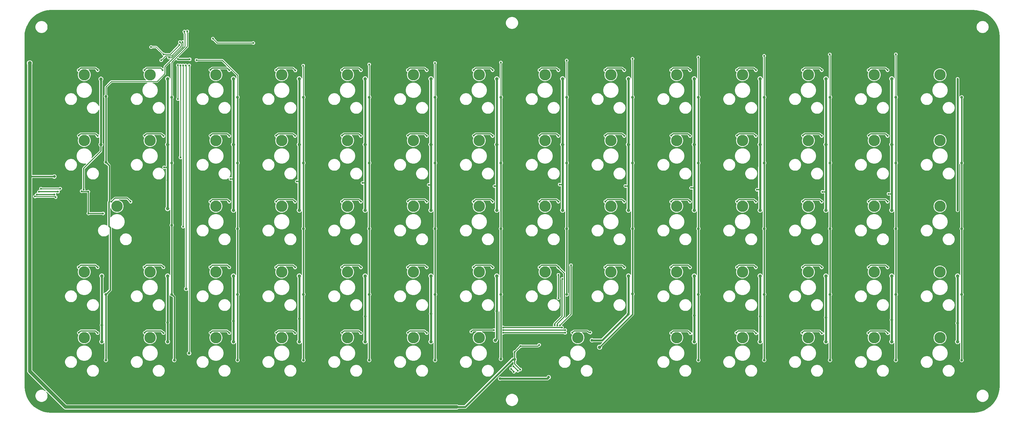
<source format=gbr>
G04 #@! TF.GenerationSoftware,KiCad,Pcbnew,(5.1.5)-3*
G04 #@! TF.CreationDate,2020-01-31T21:09:01-08:00*
G04 #@! TF.ProjectId,PCB,5043422e-6b69-4636-9164-5f7063625858,0.1*
G04 #@! TF.SameCoordinates,Original*
G04 #@! TF.FileFunction,Copper,L2,Bot*
G04 #@! TF.FilePolarity,Positive*
%FSLAX46Y46*%
G04 Gerber Fmt 4.6, Leading zero omitted, Abs format (unit mm)*
G04 Created by KiCad (PCBNEW (5.1.5)-3) date 2020-01-31 21:09:01*
%MOMM*%
%LPD*%
G04 APERTURE LIST*
%ADD10C,0.100000*%
%ADD11C,0.500000*%
%ADD12C,3.300000*%
%ADD13C,0.600000*%
%ADD14C,0.800000*%
%ADD15C,1.000000*%
%ADD16C,1.200000*%
%ADD17C,0.300000*%
%ADD18C,0.600000*%
%ADD19C,0.200000*%
%ADD20C,0.250000*%
%ADD21C,0.400000*%
%ADD22C,1.000000*%
G04 APERTURE END LIST*
G04 #@! TA.AperFunction,Conductor*
D10*
G36*
X231199504Y-182673817D02*
G01*
X231223772Y-182677417D01*
X231247571Y-182683378D01*
X231270670Y-182691643D01*
X231292849Y-182702133D01*
X231313892Y-182714745D01*
X231333598Y-182729360D01*
X231351776Y-182745836D01*
X233579164Y-184973224D01*
X233595640Y-184991402D01*
X233610255Y-185011108D01*
X233622867Y-185032151D01*
X233633357Y-185054330D01*
X233641622Y-185077429D01*
X233647583Y-185101228D01*
X233651183Y-185125496D01*
X233652387Y-185150000D01*
X233651183Y-185174504D01*
X233647583Y-185198772D01*
X233641622Y-185222571D01*
X233633357Y-185245670D01*
X233622867Y-185267849D01*
X233610255Y-185288892D01*
X233595640Y-185308598D01*
X233579164Y-185326776D01*
X231351776Y-187554164D01*
X231333598Y-187570640D01*
X231313892Y-187585255D01*
X231292849Y-187597867D01*
X231270670Y-187608357D01*
X231247571Y-187616622D01*
X231223772Y-187622583D01*
X231199504Y-187626183D01*
X231175000Y-187627387D01*
X231150496Y-187626183D01*
X231126228Y-187622583D01*
X231102429Y-187616622D01*
X231079330Y-187608357D01*
X231057151Y-187597867D01*
X231036108Y-187585255D01*
X231016402Y-187570640D01*
X230998224Y-187554164D01*
X228770836Y-185326776D01*
X228754360Y-185308598D01*
X228739745Y-185288892D01*
X228727133Y-185267849D01*
X228716643Y-185245670D01*
X228708378Y-185222571D01*
X228702417Y-185198772D01*
X228698817Y-185174504D01*
X228697613Y-185150000D01*
X228698817Y-185125496D01*
X228702417Y-185101228D01*
X228708378Y-185077429D01*
X228716643Y-185054330D01*
X228727133Y-185032151D01*
X228739745Y-185011108D01*
X228754360Y-184991402D01*
X228770836Y-184973224D01*
X230998224Y-182745836D01*
X231016402Y-182729360D01*
X231036108Y-182714745D01*
X231057151Y-182702133D01*
X231079330Y-182691643D01*
X231102429Y-182683378D01*
X231126228Y-182677417D01*
X231150496Y-182673817D01*
X231175000Y-182672613D01*
X231199504Y-182673817D01*
G37*
G04 #@! TD.AperFunction*
D11*
X231175000Y-182922614D03*
X231917462Y-183665076D03*
X232659924Y-184407538D03*
X233402386Y-185150000D03*
X230432538Y-183665076D03*
X231175000Y-184407538D03*
X231917462Y-185150000D03*
X232659924Y-185892462D03*
X229690076Y-184407538D03*
X230432538Y-185150000D03*
X231175000Y-185892462D03*
X231917462Y-186634924D03*
X228947614Y-185150000D03*
X229690076Y-185892462D03*
X230432538Y-186634924D03*
X231175000Y-187377386D03*
G04 #@! TA.AperFunction,Conductor*
D10*
G36*
X98849504Y-138448817D02*
G01*
X98873772Y-138452417D01*
X98897571Y-138458378D01*
X98920670Y-138466643D01*
X98942849Y-138477133D01*
X98963892Y-138489745D01*
X98983598Y-138504360D01*
X99001776Y-138520836D01*
X101229164Y-140748224D01*
X101245640Y-140766402D01*
X101260255Y-140786108D01*
X101272867Y-140807151D01*
X101283357Y-140829330D01*
X101291622Y-140852429D01*
X101297583Y-140876228D01*
X101301183Y-140900496D01*
X101302387Y-140925000D01*
X101301183Y-140949504D01*
X101297583Y-140973772D01*
X101291622Y-140997571D01*
X101283357Y-141020670D01*
X101272867Y-141042849D01*
X101260255Y-141063892D01*
X101245640Y-141083598D01*
X101229164Y-141101776D01*
X99001776Y-143329164D01*
X98983598Y-143345640D01*
X98963892Y-143360255D01*
X98942849Y-143372867D01*
X98920670Y-143383357D01*
X98897571Y-143391622D01*
X98873772Y-143397583D01*
X98849504Y-143401183D01*
X98825000Y-143402387D01*
X98800496Y-143401183D01*
X98776228Y-143397583D01*
X98752429Y-143391622D01*
X98729330Y-143383357D01*
X98707151Y-143372867D01*
X98686108Y-143360255D01*
X98666402Y-143345640D01*
X98648224Y-143329164D01*
X96420836Y-141101776D01*
X96404360Y-141083598D01*
X96389745Y-141063892D01*
X96377133Y-141042849D01*
X96366643Y-141020670D01*
X96358378Y-140997571D01*
X96352417Y-140973772D01*
X96348817Y-140949504D01*
X96347613Y-140925000D01*
X96348817Y-140900496D01*
X96352417Y-140876228D01*
X96358378Y-140852429D01*
X96366643Y-140829330D01*
X96377133Y-140807151D01*
X96389745Y-140786108D01*
X96404360Y-140766402D01*
X96420836Y-140748224D01*
X98648224Y-138520836D01*
X98666402Y-138504360D01*
X98686108Y-138489745D01*
X98707151Y-138477133D01*
X98729330Y-138466643D01*
X98752429Y-138458378D01*
X98776228Y-138452417D01*
X98800496Y-138448817D01*
X98825000Y-138447613D01*
X98849504Y-138448817D01*
G37*
G04 #@! TD.AperFunction*
D11*
X101052386Y-140925000D03*
X100309924Y-141667462D03*
X99567462Y-142409924D03*
X98825000Y-143152386D03*
X100309924Y-140182538D03*
X99567462Y-140925000D03*
X98825000Y-141667462D03*
X98082538Y-142409924D03*
X99567462Y-139440076D03*
X98825000Y-140182538D03*
X98082538Y-140925000D03*
X97340076Y-141667462D03*
X98825000Y-138697614D03*
X98082538Y-139440076D03*
X97340076Y-140182538D03*
X96597614Y-140925000D03*
D12*
X140590199Y-102815350D03*
X350140274Y-159965351D03*
X350140275Y-179015265D03*
X331090349Y-159965351D03*
X331090350Y-179015265D03*
X312040349Y-159965351D03*
X312040350Y-179015265D03*
X292990349Y-159965351D03*
X292990350Y-179015265D03*
X273940349Y-159965351D03*
X273940350Y-179015265D03*
X254891049Y-159965351D03*
X245365199Y-179015265D03*
X235841199Y-159965351D03*
X216790200Y-159965351D03*
X216790200Y-179015266D03*
X197740199Y-159965351D03*
X197740199Y-179015266D03*
X178690199Y-159965351D03*
X178690199Y-179015266D03*
X159640199Y-159965351D03*
X159640199Y-179015266D03*
X140590199Y-159965351D03*
X140590199Y-179015266D03*
X121540199Y-159965351D03*
X121540199Y-179015266D03*
X102490199Y-159965351D03*
X102490199Y-179015266D03*
X350140274Y-102815350D03*
X350140274Y-121865350D03*
X350140274Y-140915365D03*
X331090349Y-102815350D03*
X331090349Y-121865350D03*
X331090349Y-140915365D03*
X312040349Y-102815350D03*
X312040349Y-121865350D03*
X312040349Y-140915365D03*
X292990349Y-102815350D03*
X292990349Y-121865350D03*
X292990349Y-140915365D03*
X273940349Y-102815350D03*
X273940349Y-121865350D03*
X273940349Y-140915365D03*
X254891049Y-102815350D03*
X254891049Y-121865350D03*
X254891049Y-140915365D03*
X235841199Y-102815350D03*
X235841199Y-121865350D03*
X235841199Y-140915365D03*
X216790200Y-102815350D03*
X216790200Y-121865351D03*
X216790200Y-140915365D03*
X197740199Y-102815350D03*
X197740199Y-121865351D03*
X197740199Y-140915365D03*
X178690199Y-102815350D03*
X178690199Y-121865351D03*
X178690199Y-140915365D03*
X159640199Y-102815350D03*
X159640199Y-121865351D03*
X159640199Y-140915365D03*
X140590199Y-121865351D03*
X140590199Y-140915365D03*
X121540199Y-102815350D03*
X121540199Y-121865351D03*
X112015199Y-140915365D03*
X102490199Y-102815350D03*
X102490199Y-121865351D03*
D13*
X96425000Y-134700000D03*
D14*
X114548000Y-85302000D03*
D13*
X121025000Y-88950000D03*
X122025000Y-88950000D03*
X123025000Y-88950000D03*
X121025000Y-89950000D03*
X122025000Y-89950000D03*
X123025000Y-89950000D03*
X121025000Y-90950000D03*
X122025000Y-90950000D03*
X123025000Y-90950000D03*
X124750000Y-94700000D03*
X141775000Y-90600000D03*
X99890000Y-134730000D03*
X235220000Y-178900000D03*
X225025000Y-184100000D03*
X94350000Y-140925000D03*
X329479789Y-158617545D03*
X310429789Y-158617545D03*
X291379789Y-158617545D03*
X272329789Y-158617545D03*
X253279789Y-158617545D03*
X100879789Y-158592545D03*
X158029789Y-158617545D03*
X177079789Y-158617545D03*
X196129789Y-158617545D03*
X234229789Y-158617545D03*
X144475960Y-158620620D03*
X125425960Y-158620620D03*
X220675960Y-158645620D03*
X163525960Y-158645620D03*
X182575960Y-158645620D03*
X201625960Y-158645620D03*
X239725960Y-158645620D03*
X258775960Y-158645620D03*
X277825960Y-158645620D03*
X315925960Y-158645620D03*
X296875960Y-158645620D03*
X215179789Y-158617545D03*
X106375960Y-158620620D03*
X334975960Y-158645620D03*
X119929789Y-158592545D03*
X138979789Y-158592545D03*
X239400000Y-175420000D03*
X243364651Y-158015349D03*
X240180000Y-175439996D03*
D15*
X355235000Y-180164500D03*
X355235000Y-161114500D03*
D14*
X355220000Y-174780000D03*
D13*
X238630000Y-175410000D03*
X240850000Y-161980000D03*
X335039399Y-177759144D03*
X315989399Y-177759144D03*
X296939399Y-177759144D03*
X272331764Y-177665264D03*
X196187650Y-177576443D03*
X182575960Y-177670620D03*
X177137650Y-177576443D03*
X163525960Y-177670620D03*
X158087650Y-177576443D03*
X144475960Y-177670620D03*
X139037650Y-177576443D03*
X125425960Y-177670620D03*
X248975000Y-177525000D03*
X119987650Y-177576443D03*
X243732107Y-177541150D03*
X100937650Y-177576443D03*
X106375960Y-177670620D03*
X201625960Y-177670620D03*
X277904749Y-177774409D03*
X214500000Y-177250000D03*
X291200000Y-177600000D03*
X310275000Y-177600000D03*
X329425000Y-177675000D03*
X223750000Y-176800000D03*
X221050000Y-176799998D03*
X241700010Y-176799987D03*
X223750000Y-176050000D03*
X240740000Y-176050000D03*
X223750000Y-177550000D03*
X241693019Y-177599824D03*
D15*
X336185000Y-161114500D03*
X336185000Y-180164500D03*
D14*
X336185000Y-173845000D03*
D15*
X317135000Y-161114500D03*
X317135000Y-180164500D03*
D14*
X317135000Y-173205000D03*
D15*
X298085000Y-161114500D03*
X298085000Y-180164500D03*
D14*
X298100000Y-172830000D03*
D15*
X279035000Y-161114500D03*
X279035000Y-180164500D03*
D14*
X279040000Y-172560000D03*
D15*
X260010400Y-161114500D03*
D14*
X249436168Y-179740265D03*
X259929805Y-172225010D03*
D13*
X239730000Y-160780000D03*
X239730000Y-167550000D03*
D15*
X221885000Y-161114500D03*
X221483035Y-179762535D03*
D14*
X221880000Y-171345377D03*
D15*
X202835000Y-161114500D03*
X202835000Y-180164500D03*
D14*
X202835000Y-172079998D03*
D15*
X183785000Y-161114500D03*
X183785000Y-180164500D03*
D14*
X183790000Y-172800000D03*
D15*
X164735000Y-161114500D03*
X164735000Y-180164500D03*
D14*
X164735000Y-173500000D03*
D15*
X145685000Y-161114500D03*
X145685000Y-180164500D03*
D14*
X145690000Y-174200000D03*
D15*
X126635000Y-161114500D03*
X126635000Y-180164500D03*
D14*
X126635000Y-174649990D03*
D15*
X107585000Y-161114500D03*
X107585000Y-180164500D03*
D14*
X107585000Y-175395000D03*
D13*
X329479789Y-101467545D03*
X310429789Y-101467545D03*
X291379789Y-101467545D03*
X272329789Y-101467545D03*
X253279789Y-101467545D03*
X234229789Y-101467545D03*
X215179789Y-101467545D03*
X106375960Y-101495620D03*
X144475960Y-101495620D03*
X182575960Y-101495620D03*
X201625960Y-101495620D03*
X220675960Y-101495620D03*
X239725960Y-101495620D03*
X258775960Y-101495620D03*
X277825960Y-101495620D03*
X315925960Y-101495620D03*
X296875960Y-101495620D03*
X334975960Y-101495620D03*
X139030931Y-101408687D03*
X163604716Y-101574376D03*
X196137392Y-101458509D03*
X177079787Y-101467544D03*
X158029787Y-101467544D03*
X119929787Y-101467544D03*
X100879787Y-101467544D03*
X125235854Y-101475959D03*
X355235000Y-142064500D03*
X355235000Y-103964500D03*
X355235000Y-123014500D03*
X106375960Y-120545620D03*
X125425960Y-120545620D03*
X144475960Y-120545620D03*
X163525960Y-120545620D03*
X182575960Y-120545620D03*
X201625960Y-120545620D03*
X220675960Y-120545620D03*
X239725960Y-120545620D03*
X234287650Y-120451443D03*
X258775960Y-120545620D03*
X253337650Y-120451443D03*
X277825960Y-120545620D03*
X272387650Y-120451443D03*
X296875960Y-120545620D03*
X291437650Y-120451443D03*
X315925960Y-120545620D03*
X310487650Y-120451443D03*
X334975960Y-120545620D03*
X329537650Y-120451443D03*
X100937568Y-120451369D03*
X119987568Y-120451369D03*
X139037568Y-120451369D03*
X177137568Y-120451369D03*
X196187568Y-120451369D03*
X215237569Y-120451369D03*
X158087568Y-120451369D03*
X138979789Y-139567545D03*
X158029789Y-139567545D03*
X177079789Y-139567545D03*
X234229789Y-139567545D03*
X253279789Y-139567545D03*
X272329789Y-139567545D03*
X291379789Y-139567545D03*
X310429789Y-139567545D03*
X329479789Y-139567545D03*
X115926360Y-139595620D03*
X163525960Y-139595620D03*
X182575960Y-139595620D03*
X201625960Y-139595620D03*
X220675960Y-139595620D03*
X239725960Y-139595620D03*
X277825960Y-139595620D03*
X296875960Y-139595620D03*
X334975960Y-139595620D03*
X315925960Y-139595620D03*
X258775960Y-139595620D03*
X144475960Y-139595620D03*
X110415235Y-139555172D03*
X196187575Y-139501375D03*
X215172039Y-139576872D03*
D15*
X336185000Y-142064500D03*
X336185000Y-123014500D03*
X336185000Y-103964500D03*
D13*
X335250000Y-137325000D03*
D15*
X317135000Y-142064500D03*
X317135000Y-123014500D03*
X317135000Y-103964500D03*
D13*
X316125000Y-136725000D03*
D15*
X298085000Y-142064500D03*
X298085000Y-123014500D03*
X298085000Y-103964500D03*
D13*
X297175000Y-136125000D03*
D15*
X279035000Y-142064500D03*
X279035000Y-123014500D03*
X279035000Y-103964500D03*
D13*
X278125000Y-135600000D03*
D15*
X259985000Y-142064500D03*
X259985000Y-123014500D03*
X259985000Y-103964500D03*
D13*
X259100000Y-135050000D03*
D15*
X240935000Y-142064500D03*
X240935000Y-123014500D03*
X240935000Y-103964500D03*
D13*
X240100000Y-134625000D03*
D15*
X221885000Y-142064500D03*
X221885000Y-123014500D03*
X221885000Y-103964500D03*
D13*
X221225000Y-135075000D03*
D15*
X202835000Y-142064500D03*
X202835000Y-123014500D03*
X202835000Y-103964500D03*
D13*
X202200000Y-134700000D03*
D15*
X183785000Y-142064500D03*
X183785000Y-123014500D03*
X183785000Y-103964500D03*
D13*
X183050000Y-134175000D03*
D15*
X164735000Y-142064500D03*
X164735000Y-123014500D03*
X164735000Y-103964500D03*
D13*
X164025000Y-133725000D03*
D15*
X145685000Y-142064500D03*
X145685000Y-123014500D03*
X145685000Y-103964500D03*
D13*
X144825000Y-133000000D03*
D15*
X126635000Y-123014500D03*
X126635000Y-103964500D03*
X126635000Y-141620000D03*
D13*
X125625000Y-129650000D03*
D15*
X107342990Y-104074974D03*
X107342990Y-123039900D03*
D13*
X102310000Y-136070000D03*
X125475000Y-96875000D03*
X130055906Y-94205906D03*
X121825000Y-94775000D03*
X88225000Y-138075000D03*
X94250000Y-138275000D03*
X89980000Y-135825000D03*
X95550000Y-135825002D03*
D14*
X93858279Y-132300000D03*
D16*
X86737500Y-99437500D03*
D13*
X101740000Y-136560000D03*
X103696245Y-136690136D03*
X107975000Y-143000000D03*
D14*
X227080000Y-185310000D03*
D13*
X228680000Y-188220000D03*
X234164912Y-181099413D03*
X228790000Y-181440000D03*
X227080000Y-183150000D03*
X103725000Y-143000000D03*
X129600000Y-100050000D03*
X129600001Y-109850000D03*
X130350000Y-100075000D03*
X130350000Y-126750000D03*
X131100000Y-146825000D03*
X131100000Y-100100000D03*
D14*
X131969000Y-164861000D03*
D13*
X131862000Y-100088000D03*
D14*
X132858000Y-183530000D03*
D13*
X132875000Y-100100000D03*
D14*
X236925000Y-190474998D03*
X222825000Y-190875000D03*
X356428800Y-109336600D03*
X356428800Y-128386600D03*
X356428800Y-185536600D03*
X356428800Y-166486600D03*
X356428800Y-147436600D03*
X337378800Y-166461200D03*
X337378800Y-128361200D03*
X337378800Y-185511200D03*
X337378800Y-109311200D03*
X337378800Y-147411200D03*
D13*
X337375000Y-96875000D03*
D14*
X318328800Y-166461200D03*
X318328800Y-128361200D03*
X318328800Y-185511200D03*
X318328800Y-109311200D03*
X318328800Y-147411200D03*
D13*
X318275000Y-96925010D03*
D14*
X299278800Y-166461200D03*
X299278800Y-128361200D03*
X299278800Y-185511200D03*
X299278800Y-109311200D03*
X299278800Y-147411200D03*
D13*
X299275000Y-97325021D03*
D14*
X280228800Y-166461200D03*
X280228800Y-128361200D03*
X280228800Y-185511200D03*
X280228800Y-109311200D03*
X280228800Y-147411200D03*
D13*
X280227861Y-97725032D03*
D14*
X261178800Y-128361200D03*
X261178800Y-109311200D03*
X261178800Y-147411200D03*
D13*
X261175000Y-98175000D03*
D15*
X251654464Y-181765276D03*
D14*
X261175000Y-166350000D03*
X242128800Y-128361200D03*
X242128800Y-109311200D03*
X242128800Y-147411200D03*
X242150010Y-166461200D03*
D13*
X242125000Y-98675000D03*
D14*
X223078800Y-166461200D03*
X223078800Y-128361200D03*
X223078800Y-109311200D03*
X223078800Y-147411200D03*
D13*
X223078800Y-99252800D03*
D14*
X223070000Y-185170000D03*
X204028800Y-166461200D03*
X204028800Y-128361200D03*
X204028800Y-185511200D03*
X204028800Y-109311200D03*
X204028800Y-147411200D03*
D13*
X204025000Y-99400000D03*
D14*
X184978800Y-166461200D03*
X184978800Y-128361200D03*
X184978800Y-185511200D03*
X184978800Y-109311200D03*
X184978800Y-147411200D03*
D13*
X184978800Y-99828800D03*
D14*
X165928800Y-166461200D03*
X165928800Y-128361200D03*
X165928800Y-185511200D03*
X165928800Y-109311200D03*
X165928800Y-147411200D03*
D13*
X165883263Y-100175098D03*
D14*
X146878800Y-166461200D03*
X146878800Y-128361200D03*
X146878800Y-185511200D03*
X146878800Y-109311200D03*
X146878800Y-147411200D03*
D13*
X135007684Y-98555990D03*
D14*
X127828800Y-166461200D03*
X127828800Y-128361200D03*
X127828800Y-109311200D03*
X127828800Y-146395200D03*
X128555010Y-185511200D03*
D13*
X132350000Y-90225000D03*
D14*
X108778800Y-166461200D03*
X108778800Y-185511200D03*
D13*
X131500000Y-90300000D03*
D14*
X108778800Y-128161989D03*
X108775000Y-109075000D03*
D13*
X94900000Y-136700000D03*
X89400000Y-136700000D03*
X226030000Y-188040000D03*
X226849567Y-188889567D03*
X93875888Y-137499990D03*
X88825000Y-137499990D03*
X226740000Y-187350000D03*
X227969963Y-188582204D03*
X151450000Y-93600000D03*
X139738491Y-92352172D03*
X133025000Y-98325000D03*
X129600000Y-98250000D03*
X127050032Y-97850021D03*
X130997990Y-93311961D03*
X124778949Y-98600010D03*
X130198921Y-93326079D03*
D17*
X330081984Y-158015350D02*
X329479789Y-158617545D01*
X334345690Y-158015350D02*
X330081984Y-158015350D01*
X334975960Y-158645620D02*
X334345690Y-158015350D01*
X311031984Y-158015350D02*
X310429789Y-158617545D01*
X315295690Y-158015350D02*
X311031984Y-158015350D01*
X315925960Y-158645620D02*
X315295690Y-158015350D01*
X291981984Y-158015350D02*
X291379789Y-158617545D01*
X296245690Y-158015350D02*
X291981984Y-158015350D01*
X296875960Y-158645620D02*
X296245690Y-158015350D01*
X272931984Y-158015350D02*
X272329789Y-158617545D01*
X277195690Y-158015350D02*
X272931984Y-158015350D01*
X277825960Y-158645620D02*
X277195690Y-158015350D01*
X253881984Y-158015350D02*
X253279789Y-158617545D01*
X258145690Y-158015350D02*
X253881984Y-158015350D01*
X258775960Y-158645620D02*
X258145690Y-158015350D01*
X101481984Y-157990350D02*
X100879789Y-158592545D01*
X105745690Y-157990350D02*
X101481984Y-157990350D01*
X106375960Y-158620620D02*
X105745690Y-157990350D01*
X124795690Y-157990350D02*
X120531984Y-157990350D01*
X125425960Y-158620620D02*
X124795690Y-157990350D01*
X143845690Y-157990350D02*
X139581984Y-157990350D01*
X144475960Y-158620620D02*
X143845690Y-157990350D01*
X158631984Y-158015350D02*
X158029789Y-158617545D01*
X162895690Y-158015350D02*
X158631984Y-158015350D01*
X163525960Y-158645620D02*
X162895690Y-158015350D01*
X177681984Y-158015350D02*
X177079789Y-158617545D01*
X181945690Y-158015350D02*
X177681984Y-158015350D01*
X182575960Y-158645620D02*
X181945690Y-158015350D01*
X196731984Y-158015350D02*
X196129789Y-158617545D01*
X200995690Y-158015350D02*
X196731984Y-158015350D01*
X201625960Y-158645620D02*
X200995690Y-158015350D01*
X234831984Y-158015350D02*
X234229789Y-158617545D01*
X239095690Y-158015350D02*
X234831984Y-158015350D01*
X239725960Y-158645620D02*
X239095690Y-158015350D01*
X220675960Y-158645620D02*
X220045690Y-158015350D01*
X215781984Y-158015350D02*
X215179789Y-158617545D01*
X220045690Y-158015350D02*
X215781984Y-158015350D01*
X120531984Y-157990350D02*
X119929789Y-158592545D01*
X139581984Y-157990350D02*
X138979789Y-158592545D01*
X241450002Y-160369662D02*
X240025959Y-158945619D01*
X241450002Y-172896409D02*
X241450002Y-160369662D01*
X240025959Y-158945619D02*
X239725960Y-158645620D01*
X239400000Y-174946411D02*
X241450002Y-172896409D01*
X239400000Y-175420000D02*
X239400000Y-174946411D01*
X243364651Y-158015349D02*
X243364651Y-172255345D01*
X243364651Y-172255345D02*
X240180000Y-175439996D01*
D18*
X355235000Y-180164500D02*
X355220000Y-174780000D01*
X355220000Y-174780000D02*
X355235000Y-161114500D01*
D17*
X240820000Y-162010000D02*
X240850000Y-161980000D01*
X240820000Y-172795736D02*
X240820000Y-162010000D01*
X238630000Y-175410000D02*
X238630000Y-174985736D01*
X238630000Y-174985736D02*
X240820000Y-172795736D01*
X291966414Y-177049999D02*
X296230254Y-177049999D01*
X296230254Y-177049999D02*
X296939399Y-177759144D01*
X182575960Y-177670620D02*
X181945689Y-177040349D01*
X177673744Y-177040349D02*
X177137650Y-177576443D01*
X181945689Y-177040349D02*
X177673744Y-177040349D01*
X163525960Y-177670620D02*
X162895689Y-177040349D01*
X158623744Y-177040349D02*
X158087650Y-177576443D01*
X162895689Y-177040349D02*
X158623744Y-177040349D01*
X144475960Y-177670620D02*
X143845689Y-177040349D01*
X139573744Y-177040349D02*
X139037650Y-177576443D01*
X143845689Y-177040349D02*
X139573744Y-177040349D01*
X124795689Y-177040349D02*
X120523744Y-177040349D01*
X120523744Y-177040349D02*
X119987650Y-177576443D01*
X125425960Y-177670620D02*
X124795689Y-177040349D01*
X248550736Y-177525000D02*
X248091000Y-177065264D01*
X248975000Y-177525000D02*
X248550736Y-177525000D01*
X244207993Y-177065264D02*
X248091000Y-177065264D01*
X243732107Y-177541150D02*
X244207993Y-177065264D01*
X101473744Y-177040349D02*
X100937650Y-177576443D01*
X106375960Y-177670620D02*
X105745689Y-177040349D01*
X105745689Y-177040349D02*
X101473744Y-177040349D01*
X196723744Y-177040349D02*
X196187650Y-177576443D01*
X200995689Y-177040349D02*
X196723744Y-177040349D01*
X201625960Y-177670620D02*
X200995689Y-177040349D01*
X272931764Y-177065264D02*
X277195604Y-177065264D01*
X272331764Y-177665264D02*
X272931764Y-177065264D01*
X277195604Y-177065264D02*
X277904749Y-177774409D01*
X291750001Y-177049999D02*
X291966414Y-177049999D01*
X291200000Y-177600000D02*
X291750001Y-177049999D01*
X315989399Y-177759144D02*
X315280254Y-177049999D01*
X310825001Y-177049999D02*
X310275000Y-177600000D01*
X315280254Y-177049999D02*
X310825001Y-177049999D01*
X335039399Y-177759144D02*
X334330254Y-177049999D01*
X330050001Y-177049999D02*
X329425000Y-177675000D01*
X334330254Y-177049999D02*
X330050001Y-177049999D01*
X220625736Y-176799998D02*
X221050000Y-176799998D01*
X214950002Y-176799998D02*
X220625736Y-176799998D01*
X214500000Y-177250000D02*
X214950002Y-176799998D01*
X241699997Y-176800000D02*
X241700010Y-176799987D01*
X223750000Y-176800000D02*
X241699997Y-176800000D01*
X223750000Y-176050000D02*
X240740000Y-176050000D01*
X223750000Y-177550000D02*
X241643195Y-177550000D01*
X241643195Y-177550000D02*
X241693019Y-177599824D01*
D18*
X336185000Y-173845000D02*
X336185000Y-161114500D01*
X336185000Y-180164500D02*
X336185000Y-173845000D01*
X317135000Y-180164500D02*
X317135000Y-173205000D01*
X317135000Y-173205000D02*
X317135000Y-161114500D01*
X298085000Y-180164500D02*
X298100000Y-172830000D01*
X298100000Y-172830000D02*
X298085000Y-161114500D01*
X279035000Y-180164500D02*
X279040000Y-172560000D01*
X279040000Y-172560000D02*
X279035000Y-161114500D01*
X252414550Y-179740265D02*
X259529806Y-172625009D01*
X249436168Y-179740265D02*
X252414550Y-179740265D01*
X260010400Y-161114500D02*
X260010400Y-172144415D01*
X260010400Y-172144415D02*
X259929805Y-172225010D01*
X259529806Y-172625009D02*
X259929805Y-172225010D01*
D17*
X239730000Y-160780000D02*
X239730000Y-167550000D01*
D18*
X221885000Y-171340377D02*
X221880000Y-171345377D01*
X221885000Y-161114500D02*
X221885000Y-171340377D01*
X221880000Y-179365570D02*
X221880000Y-171345377D01*
X221483035Y-179762535D02*
X221880000Y-179365570D01*
X221885000Y-179360570D02*
X221483035Y-179762535D01*
X221885000Y-161114500D02*
X221885000Y-179360570D01*
X202835000Y-161114500D02*
X202835000Y-172075000D01*
X202835000Y-180164500D02*
X202835000Y-172079998D01*
X202835000Y-172075000D02*
X202835000Y-172079998D01*
X183785000Y-161114500D02*
X183785000Y-172795000D01*
X183785000Y-180164500D02*
X183785000Y-172805000D01*
X164735000Y-180164500D02*
X164735000Y-173500000D01*
X164735000Y-161114500D02*
X164735000Y-173500000D01*
X145685000Y-180164500D02*
X145685000Y-161114500D01*
X126635000Y-180164500D02*
X126635000Y-174649990D01*
X126635000Y-161114500D02*
X126635000Y-174649990D01*
X107585000Y-175395000D02*
X107585000Y-161114500D01*
X107585000Y-180164500D02*
X107585000Y-175395000D01*
D17*
X330081984Y-100865350D02*
X329479789Y-101467545D01*
X334345690Y-100865350D02*
X330081984Y-100865350D01*
X334975960Y-101495620D02*
X334345690Y-100865350D01*
X311031984Y-100865350D02*
X310429789Y-101467545D01*
X315295690Y-100865350D02*
X311031984Y-100865350D01*
X315925960Y-101495620D02*
X315295690Y-100865350D01*
X291981984Y-100865350D02*
X291379789Y-101467545D01*
X296245690Y-100865350D02*
X291981984Y-100865350D01*
X296875960Y-101495620D02*
X296245690Y-100865350D01*
X272931984Y-100865350D02*
X272329789Y-101467545D01*
X277195690Y-100865350D02*
X272931984Y-100865350D01*
X277825960Y-101495620D02*
X277195690Y-100865350D01*
X253881984Y-100865350D02*
X253279789Y-101467545D01*
X258145690Y-100865350D02*
X253881984Y-100865350D01*
X258775960Y-101495620D02*
X258145690Y-100865350D01*
X234831984Y-100865350D02*
X234229789Y-101467545D01*
X239095690Y-100865350D02*
X234831984Y-100865350D01*
X239725960Y-101495620D02*
X239095690Y-100865350D01*
X215781984Y-100865350D02*
X215179789Y-101467545D01*
X220045690Y-100865350D02*
X215781984Y-100865350D01*
X220675960Y-101495620D02*
X220045690Y-100865350D01*
X200995690Y-100865350D02*
X196731984Y-100865350D01*
X144475960Y-101495620D02*
X143845689Y-100865349D01*
X139574269Y-100865349D02*
X139030931Y-101408687D01*
X143845689Y-100865349D02*
X139574269Y-100865349D01*
X201625960Y-101495620D02*
X200995690Y-100865350D01*
X196438824Y-101158510D02*
X196731984Y-100865350D01*
X196437391Y-101158510D02*
X196438824Y-101158510D01*
X196137392Y-101458509D02*
X196437391Y-101158510D01*
X177681981Y-100865350D02*
X177079787Y-101467544D01*
X182575960Y-101495620D02*
X181945690Y-100865350D01*
X181945690Y-100865350D02*
X177681981Y-100865350D01*
X158631981Y-100865350D02*
X158029787Y-101467544D01*
X163604716Y-101574376D02*
X162895690Y-100865350D01*
X162895690Y-100865350D02*
X158631981Y-100865350D01*
X101481981Y-100865350D02*
X100879787Y-101467544D01*
X105745690Y-100865350D02*
X101481981Y-100865350D01*
X106375960Y-101495620D02*
X105745690Y-100865350D01*
X124935855Y-101175960D02*
X125235854Y-101475959D01*
X124625245Y-100865350D02*
X124935855Y-101175960D01*
X120531981Y-100865350D02*
X124625245Y-100865350D01*
X119929787Y-101467544D02*
X120531981Y-100865350D01*
D18*
X355235000Y-103964500D02*
X355235000Y-138343400D01*
X355235000Y-138343400D02*
X355235000Y-142064500D01*
D17*
X239725960Y-120545620D02*
X239095689Y-119915349D01*
X234823744Y-119915349D02*
X234287650Y-120451443D01*
X239095689Y-119915349D02*
X234823744Y-119915349D01*
X258775960Y-120545620D02*
X258145689Y-119915349D01*
X253873744Y-119915349D02*
X253337650Y-120451443D01*
X258145689Y-119915349D02*
X253873744Y-119915349D01*
X277825960Y-120545620D02*
X277195689Y-119915349D01*
X272923744Y-119915349D02*
X272387650Y-120451443D01*
X277195689Y-119915349D02*
X272923744Y-119915349D01*
X296875960Y-120545620D02*
X296245689Y-119915349D01*
X291973744Y-119915349D02*
X291437650Y-120451443D01*
X296245689Y-119915349D02*
X291973744Y-119915349D01*
X315925960Y-120545620D02*
X315295689Y-119915349D01*
X311023744Y-119915349D02*
X310487650Y-120451443D01*
X315295689Y-119915349D02*
X311023744Y-119915349D01*
X334975960Y-120545620D02*
X334345689Y-119915349D01*
X330073744Y-119915349D02*
X329537650Y-120451443D01*
X334345689Y-119915349D02*
X330073744Y-119915349D01*
X101473588Y-119915349D02*
X100937568Y-120451369D01*
X105745689Y-119915349D02*
X101473588Y-119915349D01*
X106375960Y-120545620D02*
X105745689Y-119915349D01*
X124795689Y-119915349D02*
X120523588Y-119915349D01*
X120523588Y-119915349D02*
X119987568Y-120451369D01*
X125425960Y-120545620D02*
X124795689Y-119915349D01*
X139573588Y-119915349D02*
X139037568Y-120451369D01*
X143845689Y-119915349D02*
X139573588Y-119915349D01*
X144475960Y-120545620D02*
X143845689Y-119915349D01*
X182575960Y-120545620D02*
X181945689Y-119915349D01*
X177673588Y-119915349D02*
X177137568Y-120451369D01*
X181945689Y-119915349D02*
X177673588Y-119915349D01*
X196723588Y-119915349D02*
X196187568Y-120451369D01*
X200995689Y-119915349D02*
X196723588Y-119915349D01*
X201625960Y-120545620D02*
X200995689Y-119915349D01*
X215773589Y-119915349D02*
X215237569Y-120451369D01*
X220045689Y-119915349D02*
X215773589Y-119915349D01*
X220675960Y-120545620D02*
X220045689Y-119915349D01*
X158623588Y-119915349D02*
X158087568Y-120451369D01*
X162895689Y-119915349D02*
X158623588Y-119915349D01*
X163525960Y-120545620D02*
X162895689Y-119915349D01*
X139581984Y-138965350D02*
X138979789Y-139567545D01*
X143845690Y-138965350D02*
X139581984Y-138965350D01*
X144475960Y-139595620D02*
X143845690Y-138965350D01*
X158631984Y-138965350D02*
X158029789Y-139567545D01*
X162895690Y-138965350D02*
X158631984Y-138965350D01*
X163525960Y-139595620D02*
X162895690Y-138965350D01*
X177681984Y-138965350D02*
X177079789Y-139567545D01*
X181945690Y-138965350D02*
X177681984Y-138965350D01*
X182575960Y-139595620D02*
X181945690Y-138965350D01*
X234831984Y-138965350D02*
X234229789Y-139567545D01*
X239095690Y-138965350D02*
X234831984Y-138965350D01*
X239725960Y-139595620D02*
X239095690Y-138965350D01*
X253881984Y-138965350D02*
X253279789Y-139567545D01*
X258145690Y-138965350D02*
X253881984Y-138965350D01*
X258775960Y-139595620D02*
X258145690Y-138965350D01*
X272931984Y-138965350D02*
X272329789Y-139567545D01*
X277195690Y-138965350D02*
X272931984Y-138965350D01*
X277825960Y-139595620D02*
X277195690Y-138965350D01*
X291981984Y-138965350D02*
X291379789Y-139567545D01*
X296245690Y-138965350D02*
X291981984Y-138965350D01*
X296875960Y-139595620D02*
X296245690Y-138965350D01*
X311031984Y-138965350D02*
X310429789Y-139567545D01*
X315295690Y-138965350D02*
X311031984Y-138965350D01*
X315925960Y-139595620D02*
X315295690Y-138965350D01*
X330081984Y-138965350D02*
X329479789Y-139567545D01*
X334345690Y-138965350D02*
X330081984Y-138965350D01*
X334975960Y-139595620D02*
X334345690Y-138965350D01*
X220675960Y-139595620D02*
X220045689Y-138965349D01*
X220045689Y-138965349D02*
X215773744Y-138965349D01*
X200995689Y-138965349D02*
X196723601Y-138965349D01*
X201625960Y-139595620D02*
X200995689Y-138965349D01*
X196723601Y-138965349D02*
X196187575Y-139501375D01*
X215773744Y-138965349D02*
X215773744Y-138975167D01*
X215773744Y-138975167D02*
X215172039Y-139576872D01*
X111390408Y-138579999D02*
X110715234Y-139255173D01*
X110715234Y-139255173D02*
X110415235Y-139555172D01*
X115925960Y-139595620D02*
X114910339Y-138579999D01*
X114910339Y-138579999D02*
X111390408Y-138579999D01*
D18*
X336185000Y-103964500D02*
X336185000Y-142064500D01*
X336185000Y-137784600D02*
X336185000Y-142064500D01*
D17*
X336150000Y-137325000D02*
X335250000Y-137325000D01*
X336185000Y-137290000D02*
X336150000Y-137325000D01*
D18*
X336185000Y-123014500D02*
X336185000Y-137290000D01*
X336185000Y-137290000D02*
X336185000Y-137784600D01*
X317135000Y-137098800D02*
X317135000Y-142064500D01*
X317135000Y-103964500D02*
X317135000Y-136710000D01*
X317135000Y-136710000D02*
X317135000Y-137098800D01*
D17*
X317135000Y-136710000D02*
X317120000Y-136725000D01*
X317120000Y-136725000D02*
X316125000Y-136725000D01*
D18*
X298059600Y-136489200D02*
X298085000Y-142064500D01*
D17*
X298044792Y-136125000D02*
X297175000Y-136125000D01*
X298059896Y-136109896D02*
X298044792Y-136125000D01*
D18*
X298085000Y-103964500D02*
X298059896Y-136109896D01*
X298059896Y-136109896D02*
X298059600Y-136489200D01*
X279035000Y-136336800D02*
X279035000Y-142064500D01*
D17*
X279035000Y-135615000D02*
X279020000Y-135600000D01*
X279020000Y-135600000D02*
X278125000Y-135600000D01*
D18*
X279035000Y-103964500D02*
X279035000Y-135615000D01*
X279035000Y-135615000D02*
X279035000Y-136336800D01*
X260010400Y-135778000D02*
X259985000Y-142064500D01*
D17*
X260009910Y-135165090D02*
X259919820Y-135075000D01*
D18*
X259985000Y-103964500D02*
X260009910Y-135165090D01*
X260009910Y-135165090D02*
X260010400Y-135778000D01*
D17*
X259894820Y-135050000D02*
X259100000Y-135050000D01*
X260009910Y-135165090D02*
X259894820Y-135050000D01*
D18*
X240960400Y-135778000D02*
X240935000Y-142064500D01*
X240935000Y-103964500D02*
X240959491Y-134640509D01*
X240959491Y-134640509D02*
X240960400Y-135778000D01*
D17*
X240959491Y-134640509D02*
X240943982Y-134625000D01*
X240943982Y-134625000D02*
X240100000Y-134625000D01*
D18*
X221885000Y-103964500D02*
X221910400Y-135092200D01*
X221910400Y-135092200D02*
X221885000Y-142064500D01*
D17*
X221893200Y-135075000D02*
X221910400Y-135092200D01*
X221225000Y-135075000D02*
X221893200Y-135075000D01*
D18*
X202885800Y-134736600D02*
X202835000Y-142064500D01*
X202835000Y-103964500D02*
X202885800Y-134736600D01*
D17*
X202885800Y-134736600D02*
X202874200Y-134725000D01*
X202849200Y-134700000D02*
X202885800Y-134736600D01*
X202200000Y-134700000D02*
X202849200Y-134700000D01*
D18*
X183810400Y-134685800D02*
X183785000Y-142064500D01*
D17*
X183799600Y-134675000D02*
X183810400Y-134685800D01*
X183794930Y-134175000D02*
X183050000Y-134175000D01*
X183809965Y-134159965D02*
X183794930Y-134175000D01*
D18*
X183785000Y-103964500D02*
X183809965Y-134159965D01*
X183809965Y-134159965D02*
X183810400Y-134685800D01*
X164735000Y-134406400D02*
X164735000Y-142064500D01*
D17*
X164735000Y-133985000D02*
X164720000Y-134000000D01*
D18*
X164735000Y-133985000D02*
X164735000Y-134406400D01*
X164735000Y-103964500D02*
X164735000Y-133665000D01*
X164735000Y-133665000D02*
X164735000Y-133985000D01*
D17*
X164675000Y-133725000D02*
X164449264Y-133725000D01*
X164735000Y-133665000D02*
X164675000Y-133725000D01*
X164449264Y-133725000D02*
X164025000Y-133725000D01*
D18*
X145685000Y-134228600D02*
X145685000Y-142064500D01*
D17*
X145685000Y-133010000D02*
X145675000Y-133000000D01*
X145675000Y-133000000D02*
X144825000Y-133000000D01*
D18*
X145685000Y-103964500D02*
X145685000Y-133010000D01*
X145685000Y-133010000D02*
X145685000Y-134228600D01*
X126635000Y-123014500D02*
X126635000Y-103964500D01*
X126635000Y-141620000D02*
X126635000Y-133525390D01*
D17*
X126635000Y-133474590D02*
X126510366Y-133349956D01*
D18*
X126635000Y-123014500D02*
X126635000Y-129710000D01*
X126635000Y-129710000D02*
X126635000Y-133474590D01*
D17*
X126575000Y-129650000D02*
X125625000Y-129650000D01*
X126635000Y-129710000D02*
X126575000Y-129650000D01*
D18*
X107342990Y-104074974D02*
X107342990Y-123039900D01*
D17*
X107342990Y-123039900D02*
X107342990Y-124907534D01*
X107342990Y-124907534D02*
X102310000Y-129940524D01*
X102310000Y-129940524D02*
X102310000Y-136070000D01*
D19*
X123375000Y-94775000D02*
X125475000Y-96875000D01*
X121825000Y-94775000D02*
X123375000Y-94775000D01*
D20*
X127386812Y-96875000D02*
X125475000Y-96875000D01*
X130055906Y-94205906D02*
X127386812Y-96875000D01*
X88225000Y-138075000D02*
X94050000Y-138075000D01*
X94050000Y-138075000D02*
X94250000Y-138275000D01*
X89980000Y-135825000D02*
X95549998Y-135825000D01*
X95549998Y-135825000D02*
X95550000Y-135825002D01*
D17*
X86737500Y-145237500D02*
X86750000Y-145225000D01*
D21*
X86875000Y-132300000D02*
X93858279Y-132300000D01*
D22*
X210275000Y-199100000D02*
X97090000Y-199100000D01*
X86737500Y-99437500D02*
X86737500Y-99437500D01*
X86740000Y-188750000D02*
X97090000Y-199100000D01*
X86740000Y-100854213D02*
X86740000Y-188750000D01*
X86737500Y-99437500D02*
X86737500Y-99437500D01*
D17*
X101870136Y-136690136D02*
X103696245Y-136690136D01*
X101740000Y-136560000D02*
X101870136Y-136690136D01*
D22*
X86737500Y-100851713D02*
X86740000Y-100854213D01*
X86737500Y-99437500D02*
X86737500Y-100851713D01*
D17*
X227080000Y-186620000D02*
X228680000Y-188220000D01*
X227080000Y-185310000D02*
X227080000Y-186620000D01*
X227080000Y-185310000D02*
X227080000Y-183150000D01*
X233824325Y-181440000D02*
X228790000Y-181440000D01*
X227080000Y-183150000D02*
X228790000Y-181440000D01*
X234164912Y-181099413D02*
X233824325Y-181440000D01*
X228789998Y-181440002D02*
X228790000Y-181440000D01*
D18*
X226514315Y-185310000D02*
X227080000Y-185310000D01*
X212724315Y-199100000D02*
X226514315Y-185310000D01*
X210275000Y-199100000D02*
X212724315Y-199100000D01*
D17*
X103696245Y-136690136D02*
X103696245Y-142971245D01*
X103696245Y-142971245D02*
X103725000Y-143000000D01*
X107975000Y-143000000D02*
X103725000Y-143000000D01*
D20*
X129600001Y-100474265D02*
X129600001Y-109425736D01*
X129600000Y-100050000D02*
X129600001Y-100474265D01*
X129600001Y-109425736D02*
X129600001Y-109850000D01*
X130350000Y-100075000D02*
X130350000Y-126750000D01*
X131100000Y-100100000D02*
X131100000Y-146825000D01*
X131969000Y-100212707D02*
X131861617Y-100105324D01*
X131969000Y-164861000D02*
X131969000Y-100212707D01*
X132874999Y-183513001D02*
X132858000Y-183530000D01*
X132874999Y-100299999D02*
X132874999Y-183513001D01*
X132874999Y-100100001D02*
X132875000Y-100100000D01*
X132874999Y-100299999D02*
X132874999Y-100100001D01*
D18*
X236524998Y-190875000D02*
X223390685Y-190875000D01*
X223390685Y-190875000D02*
X222825000Y-190875000D01*
X236925000Y-190474998D02*
X236524998Y-190875000D01*
D21*
X356428800Y-166486600D02*
X356428800Y-185536600D01*
X356428800Y-109336600D02*
X356428800Y-128386600D01*
X356428800Y-128386600D02*
X356428800Y-147436600D01*
X356428800Y-147436600D02*
X356428800Y-166486600D01*
X337378800Y-128361200D02*
X337378800Y-147411200D01*
X337378800Y-166461200D02*
X337378800Y-185511200D01*
X337378800Y-109311200D02*
X337378800Y-128361200D01*
X337378800Y-147411200D02*
X337378800Y-166461200D01*
D20*
X337375000Y-109307400D02*
X337378800Y-109311200D01*
X337375000Y-96875000D02*
X337375000Y-109307400D01*
D21*
X318328800Y-128361200D02*
X318328800Y-147411200D01*
X318328800Y-166461200D02*
X318328800Y-185511200D01*
X318328800Y-109311200D02*
X318328800Y-128361200D01*
X318328800Y-147411200D02*
X318328800Y-166461200D01*
D20*
X318328800Y-96978810D02*
X318275000Y-96925010D01*
X318328800Y-109311200D02*
X318328800Y-96978810D01*
X318278000Y-96753000D02*
X318275000Y-96756000D01*
X318275000Y-96756000D02*
X318275000Y-96925010D01*
D21*
X299278800Y-128361200D02*
X299278800Y-147411200D01*
X299278800Y-166461200D02*
X299278800Y-185511200D01*
X299278800Y-109311200D02*
X299278800Y-128361200D01*
X299278800Y-147411200D02*
X299278800Y-166461200D01*
D20*
X299278800Y-97328821D02*
X299275000Y-97325021D01*
X299278800Y-109311200D02*
X299278800Y-97328821D01*
D21*
X280228800Y-128361200D02*
X280228800Y-147411200D01*
X280228800Y-166461200D02*
X280228800Y-185511200D01*
X280228800Y-109311200D02*
X280228800Y-128361200D01*
X280228800Y-147411200D02*
X280228800Y-166461200D01*
D20*
X280225000Y-108741715D02*
X280225000Y-106325000D01*
X280228800Y-108745515D02*
X280225000Y-108741715D01*
X280228800Y-109311200D02*
X280228800Y-108745515D01*
X280228800Y-109311200D02*
X280228800Y-97725971D01*
X280228800Y-97725971D02*
X280227861Y-97725032D01*
D21*
X261178800Y-128361200D02*
X261178800Y-147411200D01*
X261178800Y-109311200D02*
X261178800Y-128361200D01*
D20*
X261175000Y-98175000D02*
X261175000Y-100025000D01*
X261178800Y-109311200D02*
X261175000Y-100025000D01*
D21*
X261178800Y-147411200D02*
X261178800Y-166346200D01*
X261178800Y-166346200D02*
X261175000Y-166350000D01*
X251654464Y-181765276D02*
X261175000Y-172244740D01*
X261175000Y-172244740D02*
X261175000Y-166350000D01*
X242128800Y-128361200D02*
X242128800Y-147411200D01*
X242128800Y-109311200D02*
X242128800Y-128361200D01*
X242128800Y-147411200D02*
X242128800Y-166439990D01*
X242128800Y-166439990D02*
X242150010Y-166461200D01*
D20*
X242125000Y-98675000D02*
X242125000Y-100075000D01*
X242128800Y-109311200D02*
X242125000Y-100075000D01*
D21*
X223078800Y-128361200D02*
X223078800Y-147411200D01*
X223078800Y-109311200D02*
X223078800Y-128361200D01*
X223078800Y-147411200D02*
X223078800Y-166461200D01*
D20*
X223078800Y-109311200D02*
X223078800Y-99252800D01*
D21*
X223078800Y-185161200D02*
X223070000Y-185170000D01*
X223078800Y-166461200D02*
X223078800Y-185161200D01*
X204028800Y-128361200D02*
X204028800Y-147411200D01*
X204028800Y-166461200D02*
X204028800Y-185511200D01*
X204028800Y-109311200D02*
X204028800Y-128361200D01*
X204028800Y-147411200D02*
X204028800Y-166461200D01*
D20*
X204028800Y-109311200D02*
X204028800Y-99403800D01*
X204028800Y-99403800D02*
X204025000Y-99400000D01*
D21*
X184978800Y-128361200D02*
X184978800Y-147411200D01*
X184978800Y-166461200D02*
X184978800Y-185511200D01*
X184978800Y-109311200D02*
X184978800Y-128361200D01*
X184978800Y-147411200D02*
X184978800Y-166461200D01*
D20*
X184978800Y-109311200D02*
X184978800Y-99828800D01*
D21*
X165928800Y-128361200D02*
X165928800Y-147411200D01*
X165928800Y-166461200D02*
X165928800Y-185511200D01*
X165928800Y-109311200D02*
X165928800Y-128361200D01*
X165928800Y-147411200D02*
X165928800Y-166461200D01*
D20*
X165928800Y-109311200D02*
X165928800Y-100220635D01*
X165928800Y-100220635D02*
X165883263Y-100175098D01*
D21*
X146878800Y-128361200D02*
X146878800Y-147411200D01*
X146878800Y-166461200D02*
X146878800Y-185511200D01*
X146878800Y-109311200D02*
X146878800Y-128361200D01*
X146878800Y-147411200D02*
X146878800Y-166461200D01*
D20*
X142434390Y-98555990D02*
X135007684Y-98555990D01*
X146878800Y-109311200D02*
X146878800Y-103000400D01*
X146878800Y-103000400D02*
X142434390Y-98555990D01*
D21*
X127828800Y-128361200D02*
X127828800Y-166461200D01*
X127828800Y-109311200D02*
X127828800Y-128361200D01*
X128555010Y-167187410D02*
X128555010Y-185511200D01*
X127828800Y-166461200D02*
X128555010Y-167187410D01*
D20*
X132350000Y-90225000D02*
X132350000Y-93573996D01*
X132350000Y-93573996D02*
X132350000Y-93575000D01*
X127828800Y-99161900D02*
X132350000Y-94640700D01*
X132350000Y-94640700D02*
X132350000Y-93573996D01*
X127828800Y-109311200D02*
X127828800Y-99161900D01*
D21*
X108778800Y-166461200D02*
X108778800Y-185511200D01*
D20*
X131500000Y-90724264D02*
X131500000Y-90300000D01*
X131624991Y-90849255D02*
X131500000Y-90724264D01*
X125810855Y-101751960D02*
X125810855Y-100445543D01*
X125810855Y-100445543D02*
X131624991Y-94631407D01*
X131624991Y-94631407D02*
X131624991Y-90849255D01*
D21*
X109759003Y-139533798D02*
X109759003Y-129142192D01*
X109759003Y-129142192D02*
X109178799Y-128561988D01*
X110055200Y-147067364D02*
X109650010Y-146662174D01*
X110055200Y-165184800D02*
X110055200Y-147067364D01*
X109650010Y-146662174D02*
X109650010Y-139642791D01*
X109650010Y-139642791D02*
X109759003Y-139533798D01*
X109178799Y-128561988D02*
X108778800Y-128161989D01*
X108778800Y-166461200D02*
X110055200Y-165184800D01*
X108778800Y-109078800D02*
X108775000Y-109075000D01*
X108778800Y-128161989D02*
X108778800Y-109078800D01*
D20*
X125810855Y-101751960D02*
X125810855Y-102514145D01*
X123584649Y-104740351D02*
X110359649Y-104740351D01*
X125810855Y-102514145D02*
X123584649Y-104740351D01*
X108775000Y-106325000D02*
X108775000Y-109075000D01*
X110359649Y-104740351D02*
X108775000Y-106325000D01*
D17*
X94900000Y-136700000D02*
X89400000Y-136700000D01*
X226030000Y-188070000D02*
X226549568Y-188589568D01*
X226030000Y-188060000D02*
X226030000Y-188070000D01*
X226549568Y-188589568D02*
X226849567Y-188889567D01*
X93451624Y-137499990D02*
X88825000Y-137499990D01*
X93875888Y-137499990D02*
X93451624Y-137499990D01*
X226740000Y-187350000D02*
X227969963Y-188579963D01*
D20*
X151450000Y-93600000D02*
X140986319Y-93600000D01*
X140986319Y-93600000D02*
X139738491Y-92352172D01*
D21*
X129675000Y-98325000D02*
X129600000Y-98250000D01*
X133025000Y-98325000D02*
X129675000Y-98325000D01*
D20*
X131045529Y-93359500D02*
X130997990Y-93311961D01*
X127050032Y-97850021D02*
X127840678Y-97850021D01*
X127840678Y-97850021D02*
X131045529Y-94645170D01*
X131045529Y-94645170D02*
X131045529Y-93359500D01*
X124775000Y-98575000D02*
X124775000Y-98575000D01*
X126103948Y-97275011D02*
X127809289Y-97275011D01*
X124778949Y-98600010D02*
X126103948Y-97275011D01*
X130498920Y-93626078D02*
X130198921Y-93326079D01*
X127809289Y-97275011D02*
X130645518Y-94438782D01*
X130645518Y-93772676D02*
X130498920Y-93626078D01*
X130645518Y-94438782D02*
X130645518Y-93772676D01*
D19*
G36*
X360747301Y-84192102D02*
G01*
X361807032Y-84420256D01*
X362824036Y-84795448D01*
X363778036Y-85310199D01*
X364649985Y-85954230D01*
X365422492Y-86714696D01*
X366080144Y-87576426D01*
X366609810Y-88522215D01*
X367000935Y-89533210D01*
X367245705Y-90589218D01*
X367340124Y-91679392D01*
X367341001Y-91791008D01*
X367341002Y-193028300D01*
X367263627Y-194121099D01*
X367035473Y-195180831D01*
X366660281Y-196197835D01*
X366145529Y-197151837D01*
X365501499Y-198023785D01*
X364741030Y-198796294D01*
X363879303Y-199453943D01*
X362933514Y-199983609D01*
X361922515Y-200374736D01*
X360866511Y-200619504D01*
X359776337Y-200713923D01*
X359664721Y-200714800D01*
X92977571Y-200714800D01*
X91884786Y-200637426D01*
X90825054Y-200409272D01*
X89808050Y-200034080D01*
X88854048Y-199519328D01*
X87982100Y-198875298D01*
X87209591Y-198114829D01*
X86551942Y-197253102D01*
X86022276Y-196307313D01*
X85631149Y-195296314D01*
X85386381Y-194240310D01*
X85291962Y-193150136D01*
X85291086Y-193038647D01*
X85291086Y-99348858D01*
X85837500Y-99348858D01*
X85837500Y-99526142D01*
X85872086Y-99700020D01*
X85937500Y-99857944D01*
X85937501Y-100812413D01*
X85933630Y-100851713D01*
X85940000Y-100916385D01*
X85940001Y-188710699D01*
X85936130Y-188750000D01*
X85951577Y-188906827D01*
X85997321Y-189057627D01*
X86071607Y-189196606D01*
X86146531Y-189287901D01*
X86171579Y-189318422D01*
X86202098Y-189343468D01*
X91285627Y-194426998D01*
X91007385Y-194241082D01*
X90673233Y-194102672D01*
X90318500Y-194032111D01*
X89956816Y-194032111D01*
X89602083Y-194102672D01*
X89267931Y-194241082D01*
X88967202Y-194442023D01*
X88711454Y-194697771D01*
X88510513Y-194998500D01*
X88372103Y-195332652D01*
X88301542Y-195687385D01*
X88301542Y-196049069D01*
X88372103Y-196403802D01*
X88510513Y-196737954D01*
X88711454Y-197038683D01*
X88967202Y-197294431D01*
X89267931Y-197495372D01*
X89602083Y-197633782D01*
X89956816Y-197704343D01*
X90318500Y-197704343D01*
X90673233Y-197633782D01*
X91007385Y-197495372D01*
X91308114Y-197294431D01*
X91563862Y-197038683D01*
X91764803Y-196737954D01*
X91903213Y-196403802D01*
X91973774Y-196049069D01*
X91973774Y-195687385D01*
X91903213Y-195332652D01*
X91764803Y-194998500D01*
X91578887Y-194720258D01*
X96496531Y-199637902D01*
X96521578Y-199668422D01*
X96552098Y-199693469D01*
X96643393Y-199768393D01*
X96691803Y-199794269D01*
X96782372Y-199842679D01*
X96933173Y-199888424D01*
X97050707Y-199900000D01*
X97050716Y-199900000D01*
X97089999Y-199903869D01*
X97129282Y-199900000D01*
X210314293Y-199900000D01*
X210431827Y-199888424D01*
X210582628Y-199842679D01*
X210721606Y-199768393D01*
X210804944Y-199700000D01*
X212694841Y-199700000D01*
X212724315Y-199702903D01*
X212753789Y-199700000D01*
X212841936Y-199691318D01*
X212955036Y-199657010D01*
X213059270Y-199601296D01*
X213150632Y-199526317D01*
X213169428Y-199503414D01*
X215813884Y-196858958D01*
X224479919Y-196858958D01*
X224479919Y-197220642D01*
X224550480Y-197575375D01*
X224688890Y-197909527D01*
X224889831Y-198210256D01*
X225145579Y-198466004D01*
X225446308Y-198666945D01*
X225780460Y-198805355D01*
X226135193Y-198875916D01*
X226496877Y-198875916D01*
X226851610Y-198805355D01*
X227185762Y-198666945D01*
X227486491Y-198466004D01*
X227742239Y-198210256D01*
X227943180Y-197909527D01*
X228081590Y-197575375D01*
X228152151Y-197220642D01*
X228152151Y-196858958D01*
X228081590Y-196504225D01*
X227943180Y-196170073D01*
X227742239Y-195869344D01*
X227560280Y-195687385D01*
X360658296Y-195687385D01*
X360658296Y-196049069D01*
X360728857Y-196403802D01*
X360867267Y-196737954D01*
X361068208Y-197038683D01*
X361323956Y-197294431D01*
X361624685Y-197495372D01*
X361958837Y-197633782D01*
X362313570Y-197704343D01*
X362675254Y-197704343D01*
X363029987Y-197633782D01*
X363364139Y-197495372D01*
X363664868Y-197294431D01*
X363920616Y-197038683D01*
X364121557Y-196737954D01*
X364259967Y-196403802D01*
X364330528Y-196049069D01*
X364330528Y-195687385D01*
X364259967Y-195332652D01*
X364121557Y-194998500D01*
X363920616Y-194697771D01*
X363664868Y-194442023D01*
X363364139Y-194241082D01*
X363029987Y-194102672D01*
X362675254Y-194032111D01*
X362313570Y-194032111D01*
X361958837Y-194102672D01*
X361624685Y-194241082D01*
X361323956Y-194442023D01*
X361068208Y-194697771D01*
X360867267Y-194998500D01*
X360728857Y-195332652D01*
X360658296Y-195687385D01*
X227560280Y-195687385D01*
X227486491Y-195613596D01*
X227185762Y-195412655D01*
X226851610Y-195274245D01*
X226496877Y-195203684D01*
X226135193Y-195203684D01*
X225780460Y-195274245D01*
X225446308Y-195412655D01*
X225145579Y-195613596D01*
X224889831Y-195869344D01*
X224688890Y-196170073D01*
X224550480Y-196504225D01*
X224479919Y-196858958D01*
X215813884Y-196858958D01*
X221866786Y-190806056D01*
X222125000Y-190806056D01*
X222125000Y-190943944D01*
X222151901Y-191079182D01*
X222204668Y-191206574D01*
X222281274Y-191321224D01*
X222378776Y-191418726D01*
X222493426Y-191495332D01*
X222620818Y-191548099D01*
X222756056Y-191575000D01*
X222893944Y-191575000D01*
X223029182Y-191548099D01*
X223156574Y-191495332D01*
X223187003Y-191475000D01*
X236495524Y-191475000D01*
X236524998Y-191477903D01*
X236554472Y-191475000D01*
X236642619Y-191466318D01*
X236755719Y-191432010D01*
X236859953Y-191376296D01*
X236951315Y-191301317D01*
X236970111Y-191278414D01*
X237093288Y-191155237D01*
X237129182Y-191148097D01*
X237256574Y-191095330D01*
X237371224Y-191018724D01*
X237468726Y-190921222D01*
X237545332Y-190806572D01*
X237598099Y-190679180D01*
X237625000Y-190543942D01*
X237625000Y-190406054D01*
X237598099Y-190270816D01*
X237545332Y-190143424D01*
X237468726Y-190028774D01*
X237371224Y-189931272D01*
X237256574Y-189854666D01*
X237129182Y-189801899D01*
X236993944Y-189774998D01*
X236856056Y-189774998D01*
X236720818Y-189801899D01*
X236593426Y-189854666D01*
X236478776Y-189931272D01*
X236381274Y-190028774D01*
X236304668Y-190143424D01*
X236251901Y-190270816D01*
X236251069Y-190275000D01*
X223187003Y-190275000D01*
X223156574Y-190254668D01*
X223029182Y-190201901D01*
X222893944Y-190175000D01*
X222756056Y-190175000D01*
X222620818Y-190201901D01*
X222493426Y-190254668D01*
X222378776Y-190331274D01*
X222281274Y-190428776D01*
X222204668Y-190543426D01*
X222151901Y-190670818D01*
X222125000Y-190806056D01*
X221866786Y-190806056D01*
X226630001Y-186042842D01*
X226630001Y-186597896D01*
X226627824Y-186620000D01*
X226636512Y-186708215D01*
X226650992Y-186755950D01*
X226564986Y-186773058D01*
X226455793Y-186818287D01*
X226357522Y-186883950D01*
X226273950Y-186967522D01*
X226208287Y-187065793D01*
X226163058Y-187174986D01*
X226140000Y-187290905D01*
X226140000Y-187409095D01*
X226148498Y-187451816D01*
X226089095Y-187440000D01*
X225970905Y-187440000D01*
X225854986Y-187463058D01*
X225745793Y-187508287D01*
X225647522Y-187573950D01*
X225563950Y-187657522D01*
X225498287Y-187755793D01*
X225453058Y-187864986D01*
X225430000Y-187980905D01*
X225430000Y-188099095D01*
X225453058Y-188215014D01*
X225498287Y-188324207D01*
X225563950Y-188422478D01*
X225647522Y-188506050D01*
X225745793Y-188571713D01*
X225854986Y-188616942D01*
X225961792Y-188638187D01*
X226247000Y-188923396D01*
X226247006Y-188923401D01*
X226249567Y-188925962D01*
X226249567Y-188948662D01*
X226272625Y-189064581D01*
X226317854Y-189173774D01*
X226383517Y-189272045D01*
X226467089Y-189355617D01*
X226565360Y-189421280D01*
X226674553Y-189466509D01*
X226790472Y-189489567D01*
X226908662Y-189489567D01*
X227024581Y-189466509D01*
X227133774Y-189421280D01*
X227232045Y-189355617D01*
X227315617Y-189272045D01*
X227381280Y-189173774D01*
X227426509Y-189064581D01*
X227449567Y-188948662D01*
X227449567Y-188883348D01*
X227503913Y-188964682D01*
X227587485Y-189048254D01*
X227685756Y-189113917D01*
X227794949Y-189159146D01*
X227910868Y-189182204D01*
X228029058Y-189182204D01*
X228144977Y-189159146D01*
X228254170Y-189113917D01*
X228352441Y-189048254D01*
X228436013Y-188964682D01*
X228501676Y-188866411D01*
X228528512Y-188801622D01*
X228620905Y-188820000D01*
X228739095Y-188820000D01*
X228855014Y-188796942D01*
X228964207Y-188751713D01*
X229062478Y-188686050D01*
X229146050Y-188602478D01*
X229211713Y-188504207D01*
X229247428Y-188417981D01*
X246105199Y-188417981D01*
X246105199Y-188772549D01*
X246174372Y-189120306D01*
X246310060Y-189447885D01*
X246507048Y-189742698D01*
X246757766Y-189993416D01*
X247052579Y-190190404D01*
X247380158Y-190326092D01*
X247727915Y-190395265D01*
X248082483Y-190395265D01*
X248430240Y-190326092D01*
X248757819Y-190190404D01*
X249052632Y-189993416D01*
X249303350Y-189742698D01*
X249500338Y-189447885D01*
X249636026Y-189120306D01*
X249705199Y-188772549D01*
X249705199Y-188417981D01*
X274680350Y-188417981D01*
X274680350Y-188772549D01*
X274749523Y-189120306D01*
X274885211Y-189447885D01*
X275082199Y-189742698D01*
X275332917Y-189993416D01*
X275627730Y-190190404D01*
X275955309Y-190326092D01*
X276303066Y-190395265D01*
X276657634Y-190395265D01*
X277005391Y-190326092D01*
X277332970Y-190190404D01*
X277627783Y-189993416D01*
X277878501Y-189742698D01*
X278075489Y-189447885D01*
X278211177Y-189120306D01*
X278280350Y-188772549D01*
X278280350Y-188417981D01*
X293730350Y-188417981D01*
X293730350Y-188772549D01*
X293799523Y-189120306D01*
X293935211Y-189447885D01*
X294132199Y-189742698D01*
X294382917Y-189993416D01*
X294677730Y-190190404D01*
X295005309Y-190326092D01*
X295353066Y-190395265D01*
X295707634Y-190395265D01*
X296055391Y-190326092D01*
X296382970Y-190190404D01*
X296677783Y-189993416D01*
X296928501Y-189742698D01*
X297125489Y-189447885D01*
X297261177Y-189120306D01*
X297330350Y-188772549D01*
X297330350Y-188417981D01*
X312780350Y-188417981D01*
X312780350Y-188772549D01*
X312849523Y-189120306D01*
X312985211Y-189447885D01*
X313182199Y-189742698D01*
X313432917Y-189993416D01*
X313727730Y-190190404D01*
X314055309Y-190326092D01*
X314403066Y-190395265D01*
X314757634Y-190395265D01*
X315105391Y-190326092D01*
X315432970Y-190190404D01*
X315727783Y-189993416D01*
X315978501Y-189742698D01*
X316175489Y-189447885D01*
X316311177Y-189120306D01*
X316380350Y-188772549D01*
X316380350Y-188417981D01*
X331830350Y-188417981D01*
X331830350Y-188772549D01*
X331899523Y-189120306D01*
X332035211Y-189447885D01*
X332232199Y-189742698D01*
X332482917Y-189993416D01*
X332777730Y-190190404D01*
X333105309Y-190326092D01*
X333453066Y-190395265D01*
X333807634Y-190395265D01*
X334155391Y-190326092D01*
X334482970Y-190190404D01*
X334777783Y-189993416D01*
X335028501Y-189742698D01*
X335225489Y-189447885D01*
X335361177Y-189120306D01*
X335430350Y-188772549D01*
X335430350Y-188417981D01*
X350880275Y-188417981D01*
X350880275Y-188772549D01*
X350949448Y-189120306D01*
X351085136Y-189447885D01*
X351282124Y-189742698D01*
X351532842Y-189993416D01*
X351827655Y-190190404D01*
X352155234Y-190326092D01*
X352502991Y-190395265D01*
X352857559Y-190395265D01*
X353205316Y-190326092D01*
X353532895Y-190190404D01*
X353827708Y-189993416D01*
X354078426Y-189742698D01*
X354275414Y-189447885D01*
X354411102Y-189120306D01*
X354480275Y-188772549D01*
X354480275Y-188417981D01*
X354411102Y-188070224D01*
X354275414Y-187742645D01*
X354078426Y-187447832D01*
X353827708Y-187197114D01*
X353532895Y-187000126D01*
X353205316Y-186864438D01*
X352857559Y-186795265D01*
X352502991Y-186795265D01*
X352155234Y-186864438D01*
X351827655Y-187000126D01*
X351532842Y-187197114D01*
X351282124Y-187447832D01*
X351085136Y-187742645D01*
X350949448Y-188070224D01*
X350880275Y-188417981D01*
X335430350Y-188417981D01*
X335361177Y-188070224D01*
X335225489Y-187742645D01*
X335028501Y-187447832D01*
X334777783Y-187197114D01*
X334482970Y-187000126D01*
X334155391Y-186864438D01*
X333807634Y-186795265D01*
X333453066Y-186795265D01*
X333105309Y-186864438D01*
X332777730Y-187000126D01*
X332482917Y-187197114D01*
X332232199Y-187447832D01*
X332035211Y-187742645D01*
X331899523Y-188070224D01*
X331830350Y-188417981D01*
X316380350Y-188417981D01*
X316311177Y-188070224D01*
X316175489Y-187742645D01*
X315978501Y-187447832D01*
X315727783Y-187197114D01*
X315432970Y-187000126D01*
X315105391Y-186864438D01*
X314757634Y-186795265D01*
X314403066Y-186795265D01*
X314055309Y-186864438D01*
X313727730Y-187000126D01*
X313432917Y-187197114D01*
X313182199Y-187447832D01*
X312985211Y-187742645D01*
X312849523Y-188070224D01*
X312780350Y-188417981D01*
X297330350Y-188417981D01*
X297261177Y-188070224D01*
X297125489Y-187742645D01*
X296928501Y-187447832D01*
X296677783Y-187197114D01*
X296382970Y-187000126D01*
X296055391Y-186864438D01*
X295707634Y-186795265D01*
X295353066Y-186795265D01*
X295005309Y-186864438D01*
X294677730Y-187000126D01*
X294382917Y-187197114D01*
X294132199Y-187447832D01*
X293935211Y-187742645D01*
X293799523Y-188070224D01*
X293730350Y-188417981D01*
X278280350Y-188417981D01*
X278211177Y-188070224D01*
X278075489Y-187742645D01*
X277878501Y-187447832D01*
X277627783Y-187197114D01*
X277332970Y-187000126D01*
X277005391Y-186864438D01*
X276657634Y-186795265D01*
X276303066Y-186795265D01*
X275955309Y-186864438D01*
X275627730Y-187000126D01*
X275332917Y-187197114D01*
X275082199Y-187447832D01*
X274885211Y-187742645D01*
X274749523Y-188070224D01*
X274680350Y-188417981D01*
X249705199Y-188417981D01*
X249636026Y-188070224D01*
X249500338Y-187742645D01*
X249303350Y-187447832D01*
X249052632Y-187197114D01*
X248757819Y-187000126D01*
X248430240Y-186864438D01*
X248082483Y-186795265D01*
X247727915Y-186795265D01*
X247380158Y-186864438D01*
X247052579Y-187000126D01*
X246757766Y-187197114D01*
X246507048Y-187447832D01*
X246310060Y-187742645D01*
X246174372Y-188070224D01*
X246105199Y-188417981D01*
X229247428Y-188417981D01*
X229256942Y-188395014D01*
X229280000Y-188279095D01*
X229280000Y-188160905D01*
X229256942Y-188044986D01*
X229211713Y-187935793D01*
X229146050Y-187837522D01*
X229062478Y-187753950D01*
X228964207Y-187688287D01*
X228855014Y-187643058D01*
X228739095Y-187620000D01*
X228716396Y-187620000D01*
X227530000Y-186433605D01*
X227530000Y-185877981D01*
X239755199Y-185877981D01*
X239755199Y-186232549D01*
X239824372Y-186580306D01*
X239960060Y-186907885D01*
X240157048Y-187202698D01*
X240407766Y-187453416D01*
X240702579Y-187650404D01*
X241030158Y-187786092D01*
X241377915Y-187855265D01*
X241732483Y-187855265D01*
X242080240Y-187786092D01*
X242407819Y-187650404D01*
X242702632Y-187453416D01*
X242953350Y-187202698D01*
X243150338Y-186907885D01*
X243286026Y-186580306D01*
X243355199Y-186232549D01*
X243355199Y-185877981D01*
X268330350Y-185877981D01*
X268330350Y-186232549D01*
X268399523Y-186580306D01*
X268535211Y-186907885D01*
X268732199Y-187202698D01*
X268982917Y-187453416D01*
X269277730Y-187650404D01*
X269605309Y-187786092D01*
X269953066Y-187855265D01*
X270307634Y-187855265D01*
X270655391Y-187786092D01*
X270982970Y-187650404D01*
X271277783Y-187453416D01*
X271528501Y-187202698D01*
X271725489Y-186907885D01*
X271861177Y-186580306D01*
X271930350Y-186232549D01*
X271930350Y-185877981D01*
X271861177Y-185530224D01*
X271725489Y-185202645D01*
X271528501Y-184907832D01*
X271277783Y-184657114D01*
X270982970Y-184460126D01*
X270655391Y-184324438D01*
X270307634Y-184255265D01*
X269953066Y-184255265D01*
X269605309Y-184324438D01*
X269277730Y-184460126D01*
X268982917Y-184657114D01*
X268732199Y-184907832D01*
X268535211Y-185202645D01*
X268399523Y-185530224D01*
X268330350Y-185877981D01*
X243355199Y-185877981D01*
X243286026Y-185530224D01*
X243150338Y-185202645D01*
X242953350Y-184907832D01*
X242702632Y-184657114D01*
X242407819Y-184460126D01*
X242080240Y-184324438D01*
X241732483Y-184255265D01*
X241377915Y-184255265D01*
X241030158Y-184324438D01*
X240702579Y-184460126D01*
X240407766Y-184657114D01*
X240157048Y-184907832D01*
X239960060Y-185202645D01*
X239824372Y-185530224D01*
X239755199Y-185877981D01*
X227530000Y-185877981D01*
X227530000Y-185849950D01*
X227623726Y-185756224D01*
X227700332Y-185641574D01*
X227753099Y-185514182D01*
X227780000Y-185378944D01*
X227780000Y-185241056D01*
X227753099Y-185105818D01*
X227700332Y-184978426D01*
X227623726Y-184863776D01*
X227530000Y-184770050D01*
X227530000Y-183548528D01*
X227546050Y-183532478D01*
X227611713Y-183434207D01*
X227656942Y-183325014D01*
X227664038Y-183289336D01*
X243071299Y-183289336D01*
X243071299Y-183741194D01*
X243159452Y-184184371D01*
X243332371Y-184601834D01*
X243583411Y-184977541D01*
X243902923Y-185297053D01*
X244278630Y-185548093D01*
X244696093Y-185721012D01*
X245139270Y-185809165D01*
X245591128Y-185809165D01*
X246034305Y-185721012D01*
X246451768Y-185548093D01*
X246827475Y-185297053D01*
X247146987Y-184977541D01*
X247398027Y-184601834D01*
X247570946Y-184184371D01*
X247659099Y-183741194D01*
X247659099Y-183289336D01*
X271646450Y-183289336D01*
X271646450Y-183741194D01*
X271734603Y-184184371D01*
X271907522Y-184601834D01*
X272158562Y-184977541D01*
X272478074Y-185297053D01*
X272853781Y-185548093D01*
X273271244Y-185721012D01*
X273714421Y-185809165D01*
X274166279Y-185809165D01*
X274609456Y-185721012D01*
X275026919Y-185548093D01*
X275402626Y-185297053D01*
X275722138Y-184977541D01*
X275973178Y-184601834D01*
X276146097Y-184184371D01*
X276234250Y-183741194D01*
X276234250Y-183289336D01*
X276146097Y-182846159D01*
X275973178Y-182428696D01*
X275722138Y-182052989D01*
X275402626Y-181733477D01*
X275026919Y-181482437D01*
X274609456Y-181309518D01*
X274166279Y-181221365D01*
X273714421Y-181221365D01*
X273271244Y-181309518D01*
X272853781Y-181482437D01*
X272478074Y-181733477D01*
X272158562Y-182052989D01*
X271907522Y-182428696D01*
X271734603Y-182846159D01*
X271646450Y-183289336D01*
X247659099Y-183289336D01*
X247570946Y-182846159D01*
X247398027Y-182428696D01*
X247146987Y-182052989D01*
X246827475Y-181733477D01*
X246451768Y-181482437D01*
X246034305Y-181309518D01*
X245591128Y-181221365D01*
X245139270Y-181221365D01*
X244696093Y-181309518D01*
X244278630Y-181482437D01*
X243902923Y-181733477D01*
X243583411Y-182052989D01*
X243332371Y-182428696D01*
X243159452Y-182846159D01*
X243071299Y-183289336D01*
X227664038Y-183289336D01*
X227680000Y-183209095D01*
X227680000Y-183186395D01*
X228826396Y-182040000D01*
X228849095Y-182040000D01*
X228965014Y-182016942D01*
X229074207Y-181971713D01*
X229172478Y-181906050D01*
X229188528Y-181890000D01*
X233802231Y-181890000D01*
X233824325Y-181892176D01*
X233846419Y-181890000D01*
X233846430Y-181890000D01*
X233912540Y-181883489D01*
X233997366Y-181857757D01*
X234075541Y-181815971D01*
X234144062Y-181759737D01*
X234158153Y-181742567D01*
X234201307Y-181699413D01*
X234224007Y-181699413D01*
X234339926Y-181676355D01*
X234449119Y-181631126D01*
X234547390Y-181565463D01*
X234630962Y-181481891D01*
X234696625Y-181383620D01*
X234741854Y-181274427D01*
X234764912Y-181158508D01*
X234764912Y-181040318D01*
X234741854Y-180924399D01*
X234696625Y-180815206D01*
X234630962Y-180716935D01*
X234547390Y-180633363D01*
X234449119Y-180567700D01*
X234339926Y-180522471D01*
X234224007Y-180499413D01*
X234105817Y-180499413D01*
X233989898Y-180522471D01*
X233880705Y-180567700D01*
X233782434Y-180633363D01*
X233698862Y-180716935D01*
X233633199Y-180815206D01*
X233587970Y-180924399D01*
X233574921Y-180990000D01*
X229188528Y-180990000D01*
X229172478Y-180973950D01*
X229074207Y-180908287D01*
X228965014Y-180863058D01*
X228849095Y-180840000D01*
X228730905Y-180840000D01*
X228614986Y-180863058D01*
X228505793Y-180908287D01*
X228407522Y-180973950D01*
X228323950Y-181057522D01*
X228258287Y-181155793D01*
X228213058Y-181264986D01*
X228190000Y-181380905D01*
X228190000Y-181403604D01*
X227043605Y-182550000D01*
X227020905Y-182550000D01*
X226904986Y-182573058D01*
X226795793Y-182618287D01*
X226697522Y-182683950D01*
X226613950Y-182767522D01*
X226548287Y-182865793D01*
X226503058Y-182974986D01*
X226480000Y-183090905D01*
X226480000Y-183209095D01*
X226503058Y-183325014D01*
X226548287Y-183434207D01*
X226613950Y-183532478D01*
X226630001Y-183548529D01*
X226630000Y-184710000D01*
X226543788Y-184710000D01*
X226514314Y-184707097D01*
X226396694Y-184718682D01*
X226283594Y-184752990D01*
X226179360Y-184808704D01*
X226087998Y-184883683D01*
X226069206Y-184906581D01*
X212475788Y-198500000D01*
X210804944Y-198500000D01*
X210721606Y-198431607D01*
X210582628Y-198357321D01*
X210431827Y-198311576D01*
X210314293Y-198300000D01*
X97421371Y-198300000D01*
X87540000Y-188418630D01*
X87540000Y-188417982D01*
X103230199Y-188417982D01*
X103230199Y-188772550D01*
X103299372Y-189120307D01*
X103435060Y-189447886D01*
X103632048Y-189742699D01*
X103882766Y-189993417D01*
X104177579Y-190190405D01*
X104505158Y-190326093D01*
X104852915Y-190395266D01*
X105207483Y-190395266D01*
X105555240Y-190326093D01*
X105882819Y-190190405D01*
X106177632Y-189993417D01*
X106428350Y-189742699D01*
X106625338Y-189447886D01*
X106761026Y-189120307D01*
X106830199Y-188772550D01*
X106830199Y-188417982D01*
X122280199Y-188417982D01*
X122280199Y-188772550D01*
X122349372Y-189120307D01*
X122485060Y-189447886D01*
X122682048Y-189742699D01*
X122932766Y-189993417D01*
X123227579Y-190190405D01*
X123555158Y-190326093D01*
X123902915Y-190395266D01*
X124257483Y-190395266D01*
X124605240Y-190326093D01*
X124932819Y-190190405D01*
X125227632Y-189993417D01*
X125478350Y-189742699D01*
X125675338Y-189447886D01*
X125811026Y-189120307D01*
X125880199Y-188772550D01*
X125880199Y-188417982D01*
X141330199Y-188417982D01*
X141330199Y-188772550D01*
X141399372Y-189120307D01*
X141535060Y-189447886D01*
X141732048Y-189742699D01*
X141982766Y-189993417D01*
X142277579Y-190190405D01*
X142605158Y-190326093D01*
X142952915Y-190395266D01*
X143307483Y-190395266D01*
X143655240Y-190326093D01*
X143982819Y-190190405D01*
X144277632Y-189993417D01*
X144528350Y-189742699D01*
X144725338Y-189447886D01*
X144861026Y-189120307D01*
X144930199Y-188772550D01*
X144930199Y-188417982D01*
X160380199Y-188417982D01*
X160380199Y-188772550D01*
X160449372Y-189120307D01*
X160585060Y-189447886D01*
X160782048Y-189742699D01*
X161032766Y-189993417D01*
X161327579Y-190190405D01*
X161655158Y-190326093D01*
X162002915Y-190395266D01*
X162357483Y-190395266D01*
X162705240Y-190326093D01*
X163032819Y-190190405D01*
X163327632Y-189993417D01*
X163578350Y-189742699D01*
X163775338Y-189447886D01*
X163911026Y-189120307D01*
X163980199Y-188772550D01*
X163980199Y-188417982D01*
X179430199Y-188417982D01*
X179430199Y-188772550D01*
X179499372Y-189120307D01*
X179635060Y-189447886D01*
X179832048Y-189742699D01*
X180082766Y-189993417D01*
X180377579Y-190190405D01*
X180705158Y-190326093D01*
X181052915Y-190395266D01*
X181407483Y-190395266D01*
X181755240Y-190326093D01*
X182082819Y-190190405D01*
X182377632Y-189993417D01*
X182628350Y-189742699D01*
X182825338Y-189447886D01*
X182961026Y-189120307D01*
X183030199Y-188772550D01*
X183030199Y-188417982D01*
X198480199Y-188417982D01*
X198480199Y-188772550D01*
X198549372Y-189120307D01*
X198685060Y-189447886D01*
X198882048Y-189742699D01*
X199132766Y-189993417D01*
X199427579Y-190190405D01*
X199755158Y-190326093D01*
X200102915Y-190395266D01*
X200457483Y-190395266D01*
X200805240Y-190326093D01*
X201132819Y-190190405D01*
X201427632Y-189993417D01*
X201678350Y-189742699D01*
X201875338Y-189447886D01*
X202011026Y-189120307D01*
X202080199Y-188772550D01*
X202080199Y-188417982D01*
X217530200Y-188417982D01*
X217530200Y-188772550D01*
X217599373Y-189120307D01*
X217735061Y-189447886D01*
X217932049Y-189742699D01*
X218182767Y-189993417D01*
X218477580Y-190190405D01*
X218805159Y-190326093D01*
X219152916Y-190395266D01*
X219507484Y-190395266D01*
X219855241Y-190326093D01*
X220182820Y-190190405D01*
X220477633Y-189993417D01*
X220728351Y-189742699D01*
X220925339Y-189447886D01*
X221061027Y-189120307D01*
X221130200Y-188772550D01*
X221130200Y-188417982D01*
X221061027Y-188070225D01*
X220925339Y-187742646D01*
X220728351Y-187447833D01*
X220477633Y-187197115D01*
X220182820Y-187000127D01*
X219855241Y-186864439D01*
X219507484Y-186795266D01*
X219152916Y-186795266D01*
X218805159Y-186864439D01*
X218477580Y-187000127D01*
X218182767Y-187197115D01*
X217932049Y-187447833D01*
X217735061Y-187742646D01*
X217599373Y-188070225D01*
X217530200Y-188417982D01*
X202080199Y-188417982D01*
X202011026Y-188070225D01*
X201875338Y-187742646D01*
X201678350Y-187447833D01*
X201427632Y-187197115D01*
X201132819Y-187000127D01*
X200805240Y-186864439D01*
X200457483Y-186795266D01*
X200102915Y-186795266D01*
X199755158Y-186864439D01*
X199427579Y-187000127D01*
X199132766Y-187197115D01*
X198882048Y-187447833D01*
X198685060Y-187742646D01*
X198549372Y-188070225D01*
X198480199Y-188417982D01*
X183030199Y-188417982D01*
X182961026Y-188070225D01*
X182825338Y-187742646D01*
X182628350Y-187447833D01*
X182377632Y-187197115D01*
X182082819Y-187000127D01*
X181755240Y-186864439D01*
X181407483Y-186795266D01*
X181052915Y-186795266D01*
X180705158Y-186864439D01*
X180377579Y-187000127D01*
X180082766Y-187197115D01*
X179832048Y-187447833D01*
X179635060Y-187742646D01*
X179499372Y-188070225D01*
X179430199Y-188417982D01*
X163980199Y-188417982D01*
X163911026Y-188070225D01*
X163775338Y-187742646D01*
X163578350Y-187447833D01*
X163327632Y-187197115D01*
X163032819Y-187000127D01*
X162705240Y-186864439D01*
X162357483Y-186795266D01*
X162002915Y-186795266D01*
X161655158Y-186864439D01*
X161327579Y-187000127D01*
X161032766Y-187197115D01*
X160782048Y-187447833D01*
X160585060Y-187742646D01*
X160449372Y-188070225D01*
X160380199Y-188417982D01*
X144930199Y-188417982D01*
X144861026Y-188070225D01*
X144725338Y-187742646D01*
X144528350Y-187447833D01*
X144277632Y-187197115D01*
X143982819Y-187000127D01*
X143655240Y-186864439D01*
X143307483Y-186795266D01*
X142952915Y-186795266D01*
X142605158Y-186864439D01*
X142277579Y-187000127D01*
X141982766Y-187197115D01*
X141732048Y-187447833D01*
X141535060Y-187742646D01*
X141399372Y-188070225D01*
X141330199Y-188417982D01*
X125880199Y-188417982D01*
X125811026Y-188070225D01*
X125675338Y-187742646D01*
X125478350Y-187447833D01*
X125227632Y-187197115D01*
X124932819Y-187000127D01*
X124605240Y-186864439D01*
X124257483Y-186795266D01*
X123902915Y-186795266D01*
X123555158Y-186864439D01*
X123227579Y-187000127D01*
X122932766Y-187197115D01*
X122682048Y-187447833D01*
X122485060Y-187742646D01*
X122349372Y-188070225D01*
X122280199Y-188417982D01*
X106830199Y-188417982D01*
X106761026Y-188070225D01*
X106625338Y-187742646D01*
X106428350Y-187447833D01*
X106177632Y-187197115D01*
X105882819Y-187000127D01*
X105555240Y-186864439D01*
X105207483Y-186795266D01*
X104852915Y-186795266D01*
X104505158Y-186864439D01*
X104177579Y-187000127D01*
X103882766Y-187197115D01*
X103632048Y-187447833D01*
X103435060Y-187742646D01*
X103299372Y-188070225D01*
X103230199Y-188417982D01*
X87540000Y-188417982D01*
X87540000Y-185877982D01*
X96880199Y-185877982D01*
X96880199Y-186232550D01*
X96949372Y-186580307D01*
X97085060Y-186907886D01*
X97282048Y-187202699D01*
X97532766Y-187453417D01*
X97827579Y-187650405D01*
X98155158Y-187786093D01*
X98502915Y-187855266D01*
X98857483Y-187855266D01*
X99205240Y-187786093D01*
X99532819Y-187650405D01*
X99827632Y-187453417D01*
X100078350Y-187202699D01*
X100275338Y-186907886D01*
X100411026Y-186580307D01*
X100480199Y-186232550D01*
X100480199Y-185877982D01*
X100411026Y-185530225D01*
X100275338Y-185202646D01*
X100078350Y-184907833D01*
X99827632Y-184657115D01*
X99532819Y-184460127D01*
X99205240Y-184324439D01*
X98857483Y-184255266D01*
X98502915Y-184255266D01*
X98155158Y-184324439D01*
X97827579Y-184460127D01*
X97532766Y-184657115D01*
X97282048Y-184907833D01*
X97085060Y-185202646D01*
X96949372Y-185530225D01*
X96880199Y-185877982D01*
X87540000Y-185877982D01*
X87540000Y-183289337D01*
X100196299Y-183289337D01*
X100196299Y-183741195D01*
X100284452Y-184184372D01*
X100457371Y-184601835D01*
X100708411Y-184977542D01*
X101027923Y-185297054D01*
X101403630Y-185548094D01*
X101821093Y-185721013D01*
X102264270Y-185809166D01*
X102716128Y-185809166D01*
X103159305Y-185721013D01*
X103576768Y-185548094D01*
X103952475Y-185297054D01*
X104271987Y-184977542D01*
X104523027Y-184601835D01*
X104695946Y-184184372D01*
X104784099Y-183741195D01*
X104784099Y-183289337D01*
X104695946Y-182846160D01*
X104523027Y-182428697D01*
X104271987Y-182052990D01*
X103952475Y-181733478D01*
X103576768Y-181482438D01*
X103159305Y-181309519D01*
X102716128Y-181221366D01*
X102264270Y-181221366D01*
X101821093Y-181309519D01*
X101403630Y-181482438D01*
X101027923Y-181733478D01*
X100708411Y-182052990D01*
X100457371Y-182428697D01*
X100284452Y-182846160D01*
X100196299Y-183289337D01*
X87540000Y-183289337D01*
X87540000Y-177517348D01*
X100337650Y-177517348D01*
X100337650Y-177635538D01*
X100360708Y-177751457D01*
X100405937Y-177860650D01*
X100471600Y-177958921D01*
X100555172Y-178042493D01*
X100653443Y-178108156D01*
X100740360Y-178144158D01*
X100615137Y-178446472D01*
X100540199Y-178823208D01*
X100540199Y-179207324D01*
X100615137Y-179584060D01*
X100762132Y-179938937D01*
X100975535Y-180258318D01*
X101247147Y-180529930D01*
X101566528Y-180743333D01*
X101921405Y-180890328D01*
X102298141Y-180965266D01*
X102682257Y-180965266D01*
X103058993Y-180890328D01*
X103413870Y-180743333D01*
X103733251Y-180529930D01*
X104004863Y-180258318D01*
X104218266Y-179938937D01*
X104365261Y-179584060D01*
X104440199Y-179207324D01*
X104440199Y-178823208D01*
X104365261Y-178446472D01*
X104218266Y-178091595D01*
X104004863Y-177772214D01*
X103733251Y-177500602D01*
X103717906Y-177490349D01*
X105559294Y-177490349D01*
X105775960Y-177707016D01*
X105775960Y-177729715D01*
X105799018Y-177845634D01*
X105844247Y-177954827D01*
X105909910Y-178053098D01*
X105993482Y-178136670D01*
X106091753Y-178202333D01*
X106200946Y-178247562D01*
X106316865Y-178270620D01*
X106435055Y-178270620D01*
X106550974Y-178247562D01*
X106660167Y-178202333D01*
X106758438Y-178136670D01*
X106842010Y-178053098D01*
X106907673Y-177954827D01*
X106952902Y-177845634D01*
X106975960Y-177729715D01*
X106975960Y-177611525D01*
X106952902Y-177495606D01*
X106907673Y-177386413D01*
X106842010Y-177288142D01*
X106758438Y-177204570D01*
X106660167Y-177138907D01*
X106550974Y-177093678D01*
X106435055Y-177070620D01*
X106412356Y-177070620D01*
X106079517Y-176737782D01*
X106065426Y-176720612D01*
X105996905Y-176664378D01*
X105918730Y-176622592D01*
X105833904Y-176596860D01*
X105767794Y-176590349D01*
X105767783Y-176590349D01*
X105745689Y-176588173D01*
X105723595Y-176590349D01*
X101495835Y-176590349D01*
X101473743Y-176588173D01*
X101451651Y-176590349D01*
X101451639Y-176590349D01*
X101385529Y-176596860D01*
X101300703Y-176622592D01*
X101254091Y-176647507D01*
X101222527Y-176664378D01*
X101171176Y-176706521D01*
X101171172Y-176706525D01*
X101154007Y-176720612D01*
X101139920Y-176737777D01*
X100901254Y-176976443D01*
X100878555Y-176976443D01*
X100762636Y-176999501D01*
X100653443Y-177044730D01*
X100555172Y-177110393D01*
X100471600Y-177193965D01*
X100405937Y-177292236D01*
X100360708Y-177401429D01*
X100337650Y-177517348D01*
X87540000Y-177517348D01*
X87540000Y-169368067D01*
X103230199Y-169368067D01*
X103230199Y-169722635D01*
X103299372Y-170070392D01*
X103435060Y-170397971D01*
X103632048Y-170692784D01*
X103882766Y-170943502D01*
X104177579Y-171140490D01*
X104505158Y-171276178D01*
X104852915Y-171345351D01*
X105207483Y-171345351D01*
X105555240Y-171276178D01*
X105882819Y-171140490D01*
X106177632Y-170943502D01*
X106428350Y-170692784D01*
X106625338Y-170397971D01*
X106761026Y-170070392D01*
X106830199Y-169722635D01*
X106830199Y-169368067D01*
X106761026Y-169020310D01*
X106625338Y-168692731D01*
X106428350Y-168397918D01*
X106177632Y-168147200D01*
X105882819Y-167950212D01*
X105555240Y-167814524D01*
X105207483Y-167745351D01*
X104852915Y-167745351D01*
X104505158Y-167814524D01*
X104177579Y-167950212D01*
X103882766Y-168147200D01*
X103632048Y-168397918D01*
X103435060Y-168692731D01*
X103299372Y-169020310D01*
X103230199Y-169368067D01*
X87540000Y-169368067D01*
X87540000Y-166828067D01*
X96880199Y-166828067D01*
X96880199Y-167182635D01*
X96949372Y-167530392D01*
X97085060Y-167857971D01*
X97282048Y-168152784D01*
X97532766Y-168403502D01*
X97827579Y-168600490D01*
X98155158Y-168736178D01*
X98502915Y-168805351D01*
X98857483Y-168805351D01*
X99205240Y-168736178D01*
X99532819Y-168600490D01*
X99827632Y-168403502D01*
X100078350Y-168152784D01*
X100275338Y-167857971D01*
X100411026Y-167530392D01*
X100480199Y-167182635D01*
X100480199Y-166828067D01*
X100411026Y-166480310D01*
X100275338Y-166152731D01*
X100078350Y-165857918D01*
X99827632Y-165607200D01*
X99532819Y-165410212D01*
X99205240Y-165274524D01*
X98857483Y-165205351D01*
X98502915Y-165205351D01*
X98155158Y-165274524D01*
X97827579Y-165410212D01*
X97532766Y-165607200D01*
X97282048Y-165857918D01*
X97085060Y-166152731D01*
X96949372Y-166480310D01*
X96880199Y-166828067D01*
X87540000Y-166828067D01*
X87540000Y-164239422D01*
X100196299Y-164239422D01*
X100196299Y-164691280D01*
X100284452Y-165134457D01*
X100457371Y-165551920D01*
X100708411Y-165927627D01*
X101027923Y-166247139D01*
X101403630Y-166498179D01*
X101821093Y-166671098D01*
X102264270Y-166759251D01*
X102716128Y-166759251D01*
X103159305Y-166671098D01*
X103576768Y-166498179D01*
X103952475Y-166247139D01*
X104271987Y-165927627D01*
X104523027Y-165551920D01*
X104695946Y-165134457D01*
X104784099Y-164691280D01*
X104784099Y-164239422D01*
X104695946Y-163796245D01*
X104523027Y-163378782D01*
X104271987Y-163003075D01*
X103952475Y-162683563D01*
X103576768Y-162432523D01*
X103159305Y-162259604D01*
X102716128Y-162171451D01*
X102264270Y-162171451D01*
X101821093Y-162259604D01*
X101403630Y-162432523D01*
X101027923Y-162683563D01*
X100708411Y-163003075D01*
X100457371Y-163378782D01*
X100284452Y-163796245D01*
X100196299Y-164239422D01*
X87540000Y-164239422D01*
X87540000Y-158533450D01*
X100279789Y-158533450D01*
X100279789Y-158651640D01*
X100302847Y-158767559D01*
X100348076Y-158876752D01*
X100413739Y-158975023D01*
X100497311Y-159058595D01*
X100595582Y-159124258D01*
X100704775Y-159169487D01*
X100708856Y-159170299D01*
X100615137Y-159396557D01*
X100540199Y-159773293D01*
X100540199Y-160157409D01*
X100615137Y-160534145D01*
X100762132Y-160889022D01*
X100975535Y-161208403D01*
X101247147Y-161480015D01*
X101566528Y-161693418D01*
X101921405Y-161840413D01*
X102298141Y-161915351D01*
X102682257Y-161915351D01*
X103058993Y-161840413D01*
X103413870Y-161693418D01*
X103733251Y-161480015D01*
X104004863Y-161208403D01*
X104218266Y-160889022D01*
X104365261Y-160534145D01*
X104440199Y-160157409D01*
X104440199Y-159773293D01*
X104365261Y-159396557D01*
X104218266Y-159041680D01*
X104004863Y-158722299D01*
X103733251Y-158450687D01*
X103717781Y-158440350D01*
X105559295Y-158440350D01*
X105775960Y-158657016D01*
X105775960Y-158679715D01*
X105799018Y-158795634D01*
X105844247Y-158904827D01*
X105909910Y-159003098D01*
X105993482Y-159086670D01*
X106091753Y-159152333D01*
X106200946Y-159197562D01*
X106316865Y-159220620D01*
X106435055Y-159220620D01*
X106550974Y-159197562D01*
X106660167Y-159152333D01*
X106758438Y-159086670D01*
X106842010Y-159003098D01*
X106907673Y-158904827D01*
X106952902Y-158795634D01*
X106975960Y-158679715D01*
X106975960Y-158561525D01*
X106952902Y-158445606D01*
X106907673Y-158336413D01*
X106842010Y-158238142D01*
X106758438Y-158154570D01*
X106660167Y-158088907D01*
X106550974Y-158043678D01*
X106435055Y-158020620D01*
X106412356Y-158020620D01*
X106079518Y-157687783D01*
X106065427Y-157670613D01*
X105996906Y-157614379D01*
X105918731Y-157572593D01*
X105833905Y-157546861D01*
X105767795Y-157540350D01*
X105767784Y-157540350D01*
X105745690Y-157538174D01*
X105723596Y-157540350D01*
X101504075Y-157540350D01*
X101481983Y-157538174D01*
X101459891Y-157540350D01*
X101459879Y-157540350D01*
X101393769Y-157546861D01*
X101308943Y-157572593D01*
X101230767Y-157614379D01*
X101179416Y-157656522D01*
X101179412Y-157656526D01*
X101162247Y-157670613D01*
X101148160Y-157687778D01*
X100843394Y-157992545D01*
X100820694Y-157992545D01*
X100704775Y-158015603D01*
X100595582Y-158060832D01*
X100497311Y-158126495D01*
X100413739Y-158210067D01*
X100348076Y-158308338D01*
X100302847Y-158417531D01*
X100279789Y-158533450D01*
X87540000Y-158533450D01*
X87540000Y-147778081D01*
X106405199Y-147778081D01*
X106405199Y-148132649D01*
X106474372Y-148480406D01*
X106610060Y-148807985D01*
X106807048Y-149102798D01*
X107057766Y-149353516D01*
X107352579Y-149550504D01*
X107680158Y-149686192D01*
X108027915Y-149755365D01*
X108382483Y-149755365D01*
X108730240Y-149686192D01*
X109057819Y-149550504D01*
X109352632Y-149353516D01*
X109555201Y-149150947D01*
X109555200Y-164977694D01*
X108771695Y-165761200D01*
X108709856Y-165761200D01*
X108574618Y-165788101D01*
X108447226Y-165840868D01*
X108332576Y-165917474D01*
X108235074Y-166014976D01*
X108185000Y-166089918D01*
X108185000Y-161645871D01*
X108206401Y-161624470D01*
X108293951Y-161493442D01*
X108354257Y-161347851D01*
X108385000Y-161193293D01*
X108385000Y-161035707D01*
X108354257Y-160881149D01*
X108293951Y-160735558D01*
X108206401Y-160604530D01*
X108094970Y-160493099D01*
X107963942Y-160405549D01*
X107818351Y-160345243D01*
X107663793Y-160314500D01*
X107506207Y-160314500D01*
X107351649Y-160345243D01*
X107206058Y-160405549D01*
X107075030Y-160493099D01*
X106963599Y-160604530D01*
X106876049Y-160735558D01*
X106815743Y-160881149D01*
X106785000Y-161035707D01*
X106785000Y-161193293D01*
X106815743Y-161347851D01*
X106876049Y-161493442D01*
X106963599Y-161624470D01*
X106985001Y-161645872D01*
X106985000Y-175032997D01*
X106964668Y-175063426D01*
X106911901Y-175190818D01*
X106885000Y-175326056D01*
X106885000Y-175463944D01*
X106911901Y-175599182D01*
X106964668Y-175726574D01*
X106985001Y-175757005D01*
X106985000Y-179633129D01*
X106963599Y-179654530D01*
X106876049Y-179785558D01*
X106815743Y-179931149D01*
X106785000Y-180085707D01*
X106785000Y-180243293D01*
X106815743Y-180397851D01*
X106876049Y-180543442D01*
X106963599Y-180674470D01*
X107075030Y-180785901D01*
X107206058Y-180873451D01*
X107351649Y-180933757D01*
X107506207Y-180964500D01*
X107663793Y-180964500D01*
X107818351Y-180933757D01*
X107963942Y-180873451D01*
X108094970Y-180785901D01*
X108206401Y-180674470D01*
X108278801Y-180566116D01*
X108278801Y-185021249D01*
X108235074Y-185064976D01*
X108158468Y-185179626D01*
X108105701Y-185307018D01*
X108078800Y-185442256D01*
X108078800Y-185580144D01*
X108105701Y-185715382D01*
X108158468Y-185842774D01*
X108235074Y-185957424D01*
X108332576Y-186054926D01*
X108447226Y-186131532D01*
X108574618Y-186184299D01*
X108709856Y-186211200D01*
X108847744Y-186211200D01*
X108982982Y-186184299D01*
X109110374Y-186131532D01*
X109225024Y-186054926D01*
X109322526Y-185957424D01*
X109375606Y-185877982D01*
X115930199Y-185877982D01*
X115930199Y-186232550D01*
X115999372Y-186580307D01*
X116135060Y-186907886D01*
X116332048Y-187202699D01*
X116582766Y-187453417D01*
X116877579Y-187650405D01*
X117205158Y-187786093D01*
X117552915Y-187855266D01*
X117907483Y-187855266D01*
X118255240Y-187786093D01*
X118582819Y-187650405D01*
X118877632Y-187453417D01*
X119128350Y-187202699D01*
X119325338Y-186907886D01*
X119461026Y-186580307D01*
X119530199Y-186232550D01*
X119530199Y-185877982D01*
X119461026Y-185530225D01*
X119325338Y-185202646D01*
X119128350Y-184907833D01*
X118877632Y-184657115D01*
X118582819Y-184460127D01*
X118255240Y-184324439D01*
X117907483Y-184255266D01*
X117552915Y-184255266D01*
X117205158Y-184324439D01*
X116877579Y-184460127D01*
X116582766Y-184657115D01*
X116332048Y-184907833D01*
X116135060Y-185202646D01*
X115999372Y-185530225D01*
X115930199Y-185877982D01*
X109375606Y-185877982D01*
X109399132Y-185842774D01*
X109451899Y-185715382D01*
X109478800Y-185580144D01*
X109478800Y-185442256D01*
X109451899Y-185307018D01*
X109399132Y-185179626D01*
X109322526Y-185064976D01*
X109278800Y-185021250D01*
X109278800Y-183289337D01*
X119246299Y-183289337D01*
X119246299Y-183741195D01*
X119334452Y-184184372D01*
X119507371Y-184601835D01*
X119758411Y-184977542D01*
X120077923Y-185297054D01*
X120453630Y-185548094D01*
X120871093Y-185721013D01*
X121314270Y-185809166D01*
X121766128Y-185809166D01*
X122209305Y-185721013D01*
X122626768Y-185548094D01*
X123002475Y-185297054D01*
X123321987Y-184977542D01*
X123573027Y-184601835D01*
X123745946Y-184184372D01*
X123834099Y-183741195D01*
X123834099Y-183289337D01*
X123745946Y-182846160D01*
X123573027Y-182428697D01*
X123321987Y-182052990D01*
X123002475Y-181733478D01*
X122626768Y-181482438D01*
X122209305Y-181309519D01*
X121766128Y-181221366D01*
X121314270Y-181221366D01*
X120871093Y-181309519D01*
X120453630Y-181482438D01*
X120077923Y-181733478D01*
X119758411Y-182052990D01*
X119507371Y-182428697D01*
X119334452Y-182846160D01*
X119246299Y-183289337D01*
X109278800Y-183289337D01*
X109278800Y-177517348D01*
X119387650Y-177517348D01*
X119387650Y-177635538D01*
X119410708Y-177751457D01*
X119455937Y-177860650D01*
X119521600Y-177958921D01*
X119605172Y-178042493D01*
X119703443Y-178108156D01*
X119790360Y-178144158D01*
X119665137Y-178446472D01*
X119590199Y-178823208D01*
X119590199Y-179207324D01*
X119665137Y-179584060D01*
X119812132Y-179938937D01*
X120025535Y-180258318D01*
X120297147Y-180529930D01*
X120616528Y-180743333D01*
X120971405Y-180890328D01*
X121348141Y-180965266D01*
X121732257Y-180965266D01*
X122108993Y-180890328D01*
X122463870Y-180743333D01*
X122783251Y-180529930D01*
X123054863Y-180258318D01*
X123268266Y-179938937D01*
X123415261Y-179584060D01*
X123490199Y-179207324D01*
X123490199Y-178823208D01*
X123415261Y-178446472D01*
X123268266Y-178091595D01*
X123054863Y-177772214D01*
X122783251Y-177500602D01*
X122767906Y-177490349D01*
X124609294Y-177490349D01*
X124825960Y-177707016D01*
X124825960Y-177729715D01*
X124849018Y-177845634D01*
X124894247Y-177954827D01*
X124959910Y-178053098D01*
X125043482Y-178136670D01*
X125141753Y-178202333D01*
X125250946Y-178247562D01*
X125366865Y-178270620D01*
X125485055Y-178270620D01*
X125600974Y-178247562D01*
X125710167Y-178202333D01*
X125808438Y-178136670D01*
X125892010Y-178053098D01*
X125957673Y-177954827D01*
X126002902Y-177845634D01*
X126025960Y-177729715D01*
X126025960Y-177611525D01*
X126002902Y-177495606D01*
X125957673Y-177386413D01*
X125892010Y-177288142D01*
X125808438Y-177204570D01*
X125710167Y-177138907D01*
X125600974Y-177093678D01*
X125485055Y-177070620D01*
X125462356Y-177070620D01*
X125129517Y-176737782D01*
X125115426Y-176720612D01*
X125046905Y-176664378D01*
X124968730Y-176622592D01*
X124883904Y-176596860D01*
X124817794Y-176590349D01*
X124817783Y-176590349D01*
X124795689Y-176588173D01*
X124773595Y-176590349D01*
X120545835Y-176590349D01*
X120523743Y-176588173D01*
X120501651Y-176590349D01*
X120501639Y-176590349D01*
X120435529Y-176596860D01*
X120350703Y-176622592D01*
X120304091Y-176647507D01*
X120272527Y-176664378D01*
X120221176Y-176706521D01*
X120221172Y-176706525D01*
X120204007Y-176720612D01*
X120189920Y-176737777D01*
X119951254Y-176976443D01*
X119928555Y-176976443D01*
X119812636Y-176999501D01*
X119703443Y-177044730D01*
X119605172Y-177110393D01*
X119521600Y-177193965D01*
X119455937Y-177292236D01*
X119410708Y-177401429D01*
X119387650Y-177517348D01*
X109278800Y-177517348D01*
X109278800Y-169368067D01*
X122280199Y-169368067D01*
X122280199Y-169722635D01*
X122349372Y-170070392D01*
X122485060Y-170397971D01*
X122682048Y-170692784D01*
X122932766Y-170943502D01*
X123227579Y-171140490D01*
X123555158Y-171276178D01*
X123902915Y-171345351D01*
X124257483Y-171345351D01*
X124605240Y-171276178D01*
X124932819Y-171140490D01*
X125227632Y-170943502D01*
X125478350Y-170692784D01*
X125675338Y-170397971D01*
X125811026Y-170070392D01*
X125880199Y-169722635D01*
X125880199Y-169368067D01*
X125811026Y-169020310D01*
X125675338Y-168692731D01*
X125478350Y-168397918D01*
X125227632Y-168147200D01*
X124932819Y-167950212D01*
X124605240Y-167814524D01*
X124257483Y-167745351D01*
X123902915Y-167745351D01*
X123555158Y-167814524D01*
X123227579Y-167950212D01*
X122932766Y-168147200D01*
X122682048Y-168397918D01*
X122485060Y-168692731D01*
X122349372Y-169020310D01*
X122280199Y-169368067D01*
X109278800Y-169368067D01*
X109278800Y-166951150D01*
X109322526Y-166907424D01*
X109375550Y-166828067D01*
X115930199Y-166828067D01*
X115930199Y-167182635D01*
X115999372Y-167530392D01*
X116135060Y-167857971D01*
X116332048Y-168152784D01*
X116582766Y-168403502D01*
X116877579Y-168600490D01*
X117205158Y-168736178D01*
X117552915Y-168805351D01*
X117907483Y-168805351D01*
X118255240Y-168736178D01*
X118582819Y-168600490D01*
X118877632Y-168403502D01*
X119128350Y-168152784D01*
X119325338Y-167857971D01*
X119461026Y-167530392D01*
X119530199Y-167182635D01*
X119530199Y-166828067D01*
X119461026Y-166480310D01*
X119325338Y-166152731D01*
X119128350Y-165857918D01*
X118877632Y-165607200D01*
X118582819Y-165410212D01*
X118255240Y-165274524D01*
X117907483Y-165205351D01*
X117552915Y-165205351D01*
X117205158Y-165274524D01*
X116877579Y-165410212D01*
X116582766Y-165607200D01*
X116332048Y-165857918D01*
X116135060Y-166152731D01*
X115999372Y-166480310D01*
X115930199Y-166828067D01*
X109375550Y-166828067D01*
X109399132Y-166792774D01*
X109451899Y-166665382D01*
X109478800Y-166530144D01*
X109478800Y-166468305D01*
X110391381Y-165555725D01*
X110410464Y-165540064D01*
X110472946Y-165463929D01*
X110519375Y-165377067D01*
X110547965Y-165282817D01*
X110555200Y-165209360D01*
X110555200Y-165209359D01*
X110557619Y-165184801D01*
X110555200Y-165160243D01*
X110555200Y-164239422D01*
X119246299Y-164239422D01*
X119246299Y-164691280D01*
X119334452Y-165134457D01*
X119507371Y-165551920D01*
X119758411Y-165927627D01*
X120077923Y-166247139D01*
X120453630Y-166498179D01*
X120871093Y-166671098D01*
X121314270Y-166759251D01*
X121766128Y-166759251D01*
X122209305Y-166671098D01*
X122626768Y-166498179D01*
X123002475Y-166247139D01*
X123321987Y-165927627D01*
X123573027Y-165551920D01*
X123745946Y-165134457D01*
X123834099Y-164691280D01*
X123834099Y-164239422D01*
X123745946Y-163796245D01*
X123573027Y-163378782D01*
X123321987Y-163003075D01*
X123002475Y-162683563D01*
X122626768Y-162432523D01*
X122209305Y-162259604D01*
X121766128Y-162171451D01*
X121314270Y-162171451D01*
X120871093Y-162259604D01*
X120453630Y-162432523D01*
X120077923Y-162683563D01*
X119758411Y-163003075D01*
X119507371Y-163378782D01*
X119334452Y-163796245D01*
X119246299Y-164239422D01*
X110555200Y-164239422D01*
X110555200Y-158533450D01*
X119329789Y-158533450D01*
X119329789Y-158651640D01*
X119352847Y-158767559D01*
X119398076Y-158876752D01*
X119463739Y-158975023D01*
X119547311Y-159058595D01*
X119645582Y-159124258D01*
X119754775Y-159169487D01*
X119758856Y-159170299D01*
X119665137Y-159396557D01*
X119590199Y-159773293D01*
X119590199Y-160157409D01*
X119665137Y-160534145D01*
X119812132Y-160889022D01*
X120025535Y-161208403D01*
X120297147Y-161480015D01*
X120616528Y-161693418D01*
X120971405Y-161840413D01*
X121348141Y-161915351D01*
X121732257Y-161915351D01*
X122108993Y-161840413D01*
X122463870Y-161693418D01*
X122783251Y-161480015D01*
X123054863Y-161208403D01*
X123268266Y-160889022D01*
X123415261Y-160534145D01*
X123490199Y-160157409D01*
X123490199Y-159773293D01*
X123415261Y-159396557D01*
X123268266Y-159041680D01*
X123054863Y-158722299D01*
X122783251Y-158450687D01*
X122767781Y-158440350D01*
X124609295Y-158440350D01*
X124825960Y-158657016D01*
X124825960Y-158679715D01*
X124849018Y-158795634D01*
X124894247Y-158904827D01*
X124959910Y-159003098D01*
X125043482Y-159086670D01*
X125141753Y-159152333D01*
X125250946Y-159197562D01*
X125366865Y-159220620D01*
X125485055Y-159220620D01*
X125600974Y-159197562D01*
X125710167Y-159152333D01*
X125808438Y-159086670D01*
X125892010Y-159003098D01*
X125957673Y-158904827D01*
X126002902Y-158795634D01*
X126025960Y-158679715D01*
X126025960Y-158561525D01*
X126002902Y-158445606D01*
X125957673Y-158336413D01*
X125892010Y-158238142D01*
X125808438Y-158154570D01*
X125710167Y-158088907D01*
X125600974Y-158043678D01*
X125485055Y-158020620D01*
X125462356Y-158020620D01*
X125129518Y-157687783D01*
X125115427Y-157670613D01*
X125046906Y-157614379D01*
X124968731Y-157572593D01*
X124883905Y-157546861D01*
X124817795Y-157540350D01*
X124817784Y-157540350D01*
X124795690Y-157538174D01*
X124773596Y-157540350D01*
X120554075Y-157540350D01*
X120531983Y-157538174D01*
X120509891Y-157540350D01*
X120509879Y-157540350D01*
X120443769Y-157546861D01*
X120358943Y-157572593D01*
X120280767Y-157614379D01*
X120229416Y-157656522D01*
X120229412Y-157656526D01*
X120212247Y-157670613D01*
X120198160Y-157687778D01*
X119893394Y-157992545D01*
X119870694Y-157992545D01*
X119754775Y-158015603D01*
X119645582Y-158060832D01*
X119547311Y-158126495D01*
X119463739Y-158210067D01*
X119398076Y-158308338D01*
X119352847Y-158417531D01*
X119329789Y-158533450D01*
X110555200Y-158533450D01*
X110555200Y-150318081D01*
X112755199Y-150318081D01*
X112755199Y-150672649D01*
X112824372Y-151020406D01*
X112960060Y-151347985D01*
X113157048Y-151642798D01*
X113407766Y-151893516D01*
X113702579Y-152090504D01*
X114030158Y-152226192D01*
X114377915Y-152295365D01*
X114732483Y-152295365D01*
X115080240Y-152226192D01*
X115407819Y-152090504D01*
X115702632Y-151893516D01*
X115953350Y-151642798D01*
X116150338Y-151347985D01*
X116286026Y-151020406D01*
X116355199Y-150672649D01*
X116355199Y-150318081D01*
X116286026Y-149970324D01*
X116150338Y-149642745D01*
X115953350Y-149347932D01*
X115702632Y-149097214D01*
X115407819Y-148900226D01*
X115080240Y-148764538D01*
X114732483Y-148695365D01*
X114377915Y-148695365D01*
X114030158Y-148764538D01*
X113702579Y-148900226D01*
X113407766Y-149097214D01*
X113157048Y-149347932D01*
X112960060Y-149642745D01*
X112824372Y-149970324D01*
X112755199Y-150318081D01*
X110555200Y-150318081D01*
X110555200Y-147198674D01*
X110928630Y-147448193D01*
X111346093Y-147621112D01*
X111789270Y-147709265D01*
X112241128Y-147709265D01*
X112684305Y-147621112D01*
X113101768Y-147448193D01*
X113477475Y-147197153D01*
X113796987Y-146877641D01*
X114048027Y-146501934D01*
X114220946Y-146084471D01*
X114309099Y-145641294D01*
X114309099Y-145189436D01*
X114220946Y-144746259D01*
X114048027Y-144328796D01*
X113796987Y-143953089D01*
X113477475Y-143633577D01*
X113101768Y-143382537D01*
X112684305Y-143209618D01*
X112241128Y-143121465D01*
X111789270Y-143121465D01*
X111346093Y-143209618D01*
X110928630Y-143382537D01*
X110552923Y-143633577D01*
X110233411Y-143953089D01*
X110150010Y-144077907D01*
X110150010Y-141507995D01*
X110287132Y-141839036D01*
X110500535Y-142158417D01*
X110772147Y-142430029D01*
X111091528Y-142643432D01*
X111446405Y-142790427D01*
X111823141Y-142865365D01*
X112207257Y-142865365D01*
X112583993Y-142790427D01*
X112938870Y-142643432D01*
X113258251Y-142430029D01*
X113529863Y-142158417D01*
X113743266Y-141839036D01*
X113890261Y-141484159D01*
X113965199Y-141107423D01*
X113965199Y-140723307D01*
X113890261Y-140346571D01*
X113743266Y-139991694D01*
X113529863Y-139672313D01*
X113258251Y-139400701D01*
X112938870Y-139187298D01*
X112583993Y-139040303D01*
X112532192Y-139029999D01*
X114723944Y-139029999D01*
X115326360Y-139632416D01*
X115326360Y-139654715D01*
X115349418Y-139770634D01*
X115394647Y-139879827D01*
X115460310Y-139978098D01*
X115543882Y-140061670D01*
X115642153Y-140127333D01*
X115751346Y-140172562D01*
X115867265Y-140195620D01*
X115985455Y-140195620D01*
X116101374Y-140172562D01*
X116210567Y-140127333D01*
X116308838Y-140061670D01*
X116392410Y-139978098D01*
X116458073Y-139879827D01*
X116503302Y-139770634D01*
X116526360Y-139654715D01*
X116526360Y-139536525D01*
X116503302Y-139420606D01*
X116458073Y-139311413D01*
X116392410Y-139213142D01*
X116308838Y-139129570D01*
X116210567Y-139063907D01*
X116101374Y-139018678D01*
X115985455Y-138995620D01*
X115962356Y-138995620D01*
X115244168Y-138277433D01*
X115230076Y-138260262D01*
X115161555Y-138204028D01*
X115083380Y-138162242D01*
X114998554Y-138136510D01*
X114932444Y-138129999D01*
X114932433Y-138129999D01*
X114910339Y-138127823D01*
X114888245Y-138129999D01*
X111412501Y-138129999D01*
X111390407Y-138127823D01*
X111368313Y-138129999D01*
X111368303Y-138129999D01*
X111302193Y-138136510D01*
X111230316Y-138158314D01*
X111217367Y-138162242D01*
X111139191Y-138204028D01*
X111087840Y-138246171D01*
X111087836Y-138246175D01*
X111070671Y-138260262D01*
X111056584Y-138277427D01*
X110412667Y-138921345D01*
X110378840Y-138955172D01*
X110356140Y-138955172D01*
X110259003Y-138974494D01*
X110259003Y-129166741D01*
X110261421Y-129142191D01*
X110259003Y-129117641D01*
X110259003Y-129117632D01*
X110251768Y-129044175D01*
X110223178Y-128949925D01*
X110176749Y-128863063D01*
X110114267Y-128786928D01*
X110095189Y-128771272D01*
X110051984Y-128728067D01*
X115930199Y-128728067D01*
X115930199Y-129082635D01*
X115999372Y-129430392D01*
X116135060Y-129757971D01*
X116332048Y-130052784D01*
X116582766Y-130303502D01*
X116877579Y-130500490D01*
X117205158Y-130636178D01*
X117552915Y-130705351D01*
X117907483Y-130705351D01*
X118255240Y-130636178D01*
X118582819Y-130500490D01*
X118877632Y-130303502D01*
X119128350Y-130052784D01*
X119325338Y-129757971D01*
X119461026Y-129430392D01*
X119530199Y-129082635D01*
X119530199Y-128728067D01*
X119461026Y-128380310D01*
X119325338Y-128052731D01*
X119128350Y-127757918D01*
X118877632Y-127507200D01*
X118582819Y-127310212D01*
X118255240Y-127174524D01*
X117907483Y-127105351D01*
X117552915Y-127105351D01*
X117205158Y-127174524D01*
X116877579Y-127310212D01*
X116582766Y-127507200D01*
X116332048Y-127757918D01*
X116135060Y-128052731D01*
X115999372Y-128380310D01*
X115930199Y-128728067D01*
X110051984Y-128728067D01*
X109549722Y-128225806D01*
X109549718Y-128225801D01*
X109478800Y-128154883D01*
X109478800Y-128093045D01*
X109451899Y-127957807D01*
X109399132Y-127830415D01*
X109322526Y-127715765D01*
X109278800Y-127672039D01*
X109278800Y-126139422D01*
X119246299Y-126139422D01*
X119246299Y-126591280D01*
X119334452Y-127034457D01*
X119507371Y-127451920D01*
X119758411Y-127827627D01*
X120077923Y-128147139D01*
X120453630Y-128398179D01*
X120871093Y-128571098D01*
X121314270Y-128659251D01*
X121766128Y-128659251D01*
X122209305Y-128571098D01*
X122626768Y-128398179D01*
X123002475Y-128147139D01*
X123321987Y-127827627D01*
X123573027Y-127451920D01*
X123745946Y-127034457D01*
X123834099Y-126591280D01*
X123834099Y-126139422D01*
X123745946Y-125696245D01*
X123573027Y-125278782D01*
X123321987Y-124903075D01*
X123002475Y-124583563D01*
X122626768Y-124332523D01*
X122209305Y-124159604D01*
X121766128Y-124071451D01*
X121314270Y-124071451D01*
X120871093Y-124159604D01*
X120453630Y-124332523D01*
X120077923Y-124583563D01*
X119758411Y-124903075D01*
X119507371Y-125278782D01*
X119334452Y-125696245D01*
X119246299Y-126139422D01*
X109278800Y-126139422D01*
X109278800Y-120392274D01*
X119387568Y-120392274D01*
X119387568Y-120510464D01*
X119410626Y-120626383D01*
X119455855Y-120735576D01*
X119521518Y-120833847D01*
X119605090Y-120917419D01*
X119703361Y-120983082D01*
X119781565Y-121015475D01*
X119665137Y-121296557D01*
X119590199Y-121673293D01*
X119590199Y-122057409D01*
X119665137Y-122434145D01*
X119812132Y-122789022D01*
X120025535Y-123108403D01*
X120297147Y-123380015D01*
X120616528Y-123593418D01*
X120971405Y-123740413D01*
X121348141Y-123815351D01*
X121732257Y-123815351D01*
X122108993Y-123740413D01*
X122463870Y-123593418D01*
X122783251Y-123380015D01*
X123054863Y-123108403D01*
X123268266Y-122789022D01*
X123415261Y-122434145D01*
X123490199Y-122057409D01*
X123490199Y-121673293D01*
X123415261Y-121296557D01*
X123268266Y-120941680D01*
X123054863Y-120622299D01*
X122797913Y-120365349D01*
X124609294Y-120365349D01*
X124825960Y-120582016D01*
X124825960Y-120604715D01*
X124849018Y-120720634D01*
X124894247Y-120829827D01*
X124959910Y-120928098D01*
X125043482Y-121011670D01*
X125141753Y-121077333D01*
X125250946Y-121122562D01*
X125366865Y-121145620D01*
X125485055Y-121145620D01*
X125600974Y-121122562D01*
X125710167Y-121077333D01*
X125808438Y-121011670D01*
X125892010Y-120928098D01*
X125957673Y-120829827D01*
X126002902Y-120720634D01*
X126025960Y-120604715D01*
X126025960Y-120486525D01*
X126002902Y-120370606D01*
X125957673Y-120261413D01*
X125892010Y-120163142D01*
X125808438Y-120079570D01*
X125710167Y-120013907D01*
X125600974Y-119968678D01*
X125485055Y-119945620D01*
X125462356Y-119945620D01*
X125129517Y-119612782D01*
X125115426Y-119595612D01*
X125046905Y-119539378D01*
X124968730Y-119497592D01*
X124883904Y-119471860D01*
X124817794Y-119465349D01*
X124817783Y-119465349D01*
X124795689Y-119463173D01*
X124773595Y-119465349D01*
X120545682Y-119465349D01*
X120523588Y-119463173D01*
X120501494Y-119465349D01*
X120501483Y-119465349D01*
X120435373Y-119471860D01*
X120350547Y-119497592D01*
X120272371Y-119539378D01*
X120221020Y-119581521D01*
X120221016Y-119581525D01*
X120203851Y-119595612D01*
X120189764Y-119612777D01*
X119951172Y-119851369D01*
X119928473Y-119851369D01*
X119812554Y-119874427D01*
X119703361Y-119919656D01*
X119605090Y-119985319D01*
X119521518Y-120068891D01*
X119455855Y-120167162D01*
X119410626Y-120276355D01*
X119387568Y-120392274D01*
X109278800Y-120392274D01*
X109278800Y-112218066D01*
X122280199Y-112218066D01*
X122280199Y-112572634D01*
X122349372Y-112920391D01*
X122485060Y-113247970D01*
X122682048Y-113542783D01*
X122932766Y-113793501D01*
X123227579Y-113990489D01*
X123555158Y-114126177D01*
X123902915Y-114195350D01*
X124257483Y-114195350D01*
X124605240Y-114126177D01*
X124932819Y-113990489D01*
X125227632Y-113793501D01*
X125478350Y-113542783D01*
X125675338Y-113247970D01*
X125811026Y-112920391D01*
X125880199Y-112572634D01*
X125880199Y-112218066D01*
X125811026Y-111870309D01*
X125675338Y-111542730D01*
X125478350Y-111247917D01*
X125227632Y-110997199D01*
X124932819Y-110800211D01*
X124605240Y-110664523D01*
X124257483Y-110595350D01*
X123902915Y-110595350D01*
X123555158Y-110664523D01*
X123227579Y-110800211D01*
X122932766Y-110997199D01*
X122682048Y-111247917D01*
X122485060Y-111542730D01*
X122349372Y-111870309D01*
X122280199Y-112218066D01*
X109278800Y-112218066D01*
X109278800Y-109678066D01*
X115930199Y-109678066D01*
X115930199Y-110032634D01*
X115999372Y-110380391D01*
X116135060Y-110707970D01*
X116332048Y-111002783D01*
X116582766Y-111253501D01*
X116877579Y-111450489D01*
X117205158Y-111586177D01*
X117552915Y-111655350D01*
X117907483Y-111655350D01*
X118255240Y-111586177D01*
X118582819Y-111450489D01*
X118877632Y-111253501D01*
X119128350Y-111002783D01*
X119325338Y-110707970D01*
X119461026Y-110380391D01*
X119530199Y-110032634D01*
X119530199Y-109678066D01*
X119461026Y-109330309D01*
X119325338Y-109002730D01*
X119128350Y-108707917D01*
X118877632Y-108457199D01*
X118582819Y-108260211D01*
X118255240Y-108124523D01*
X117907483Y-108055350D01*
X117552915Y-108055350D01*
X117205158Y-108124523D01*
X116877579Y-108260211D01*
X116582766Y-108457199D01*
X116332048Y-108707917D01*
X116135060Y-109002730D01*
X115999372Y-109330309D01*
X115930199Y-109678066D01*
X109278800Y-109678066D01*
X109278800Y-109561150D01*
X109318726Y-109521224D01*
X109395332Y-109406574D01*
X109448099Y-109279182D01*
X109475000Y-109143944D01*
X109475000Y-109006056D01*
X109448099Y-108870818D01*
X109395332Y-108743426D01*
X109318726Y-108628776D01*
X109221224Y-108531274D01*
X109200000Y-108517093D01*
X109200000Y-106501040D01*
X110535690Y-105165351D01*
X120736506Y-105165351D01*
X120453630Y-105282522D01*
X120077923Y-105533562D01*
X119758411Y-105853074D01*
X119507371Y-106228781D01*
X119334452Y-106646244D01*
X119246299Y-107089421D01*
X119246299Y-107541279D01*
X119334452Y-107984456D01*
X119507371Y-108401919D01*
X119758411Y-108777626D01*
X120077923Y-109097138D01*
X120453630Y-109348178D01*
X120871093Y-109521097D01*
X121314270Y-109609250D01*
X121766128Y-109609250D01*
X122209305Y-109521097D01*
X122626768Y-109348178D01*
X123002475Y-109097138D01*
X123321987Y-108777626D01*
X123573027Y-108401919D01*
X123745946Y-107984456D01*
X123834099Y-107541279D01*
X123834099Y-107089421D01*
X123745946Y-106646244D01*
X123573027Y-106228781D01*
X123321987Y-105853074D01*
X123002475Y-105533562D01*
X122626768Y-105282522D01*
X122343892Y-105165351D01*
X123563782Y-105165351D01*
X123584649Y-105167406D01*
X123605516Y-105165351D01*
X123605523Y-105165351D01*
X123667963Y-105159201D01*
X123748076Y-105134899D01*
X123821909Y-105095435D01*
X123886623Y-105042325D01*
X123899932Y-105026108D01*
X126096617Y-102829424D01*
X126112829Y-102816119D01*
X126165939Y-102751405D01*
X126191656Y-102703290D01*
X126205403Y-102677573D01*
X126229705Y-102597459D01*
X126232080Y-102573344D01*
X126235855Y-102535019D01*
X126235855Y-102535012D01*
X126237910Y-102514145D01*
X126235855Y-102493278D01*
X126235855Y-100621583D01*
X127403801Y-99453637D01*
X127403801Y-103730047D01*
X127343951Y-103585558D01*
X127256401Y-103454530D01*
X127144970Y-103343099D01*
X127013942Y-103255549D01*
X126868351Y-103195243D01*
X126713793Y-103164500D01*
X126556207Y-103164500D01*
X126401649Y-103195243D01*
X126256058Y-103255549D01*
X126125030Y-103343099D01*
X126013599Y-103454530D01*
X125926049Y-103585558D01*
X125865743Y-103731149D01*
X125835000Y-103885707D01*
X125835000Y-104043293D01*
X125865743Y-104197851D01*
X125926049Y-104343442D01*
X126013599Y-104474470D01*
X126035001Y-104495872D01*
X126035000Y-122483129D01*
X126013599Y-122504530D01*
X125926049Y-122635558D01*
X125865743Y-122781149D01*
X125835000Y-122935707D01*
X125835000Y-123093293D01*
X125865743Y-123247851D01*
X125926049Y-123393442D01*
X126013599Y-123524470D01*
X126035000Y-123545871D01*
X126035001Y-129200000D01*
X126023528Y-129200000D01*
X126007478Y-129183950D01*
X125909207Y-129118287D01*
X125800014Y-129073058D01*
X125684095Y-129050000D01*
X125565905Y-129050000D01*
X125449986Y-129073058D01*
X125340793Y-129118287D01*
X125242522Y-129183950D01*
X125158950Y-129267522D01*
X125093287Y-129365793D01*
X125048058Y-129474986D01*
X125025000Y-129590905D01*
X125025000Y-129709095D01*
X125048058Y-129825014D01*
X125093287Y-129934207D01*
X125121324Y-129976167D01*
X124932819Y-129850212D01*
X124605240Y-129714524D01*
X124257483Y-129645351D01*
X123902915Y-129645351D01*
X123555158Y-129714524D01*
X123227579Y-129850212D01*
X122932766Y-130047200D01*
X122682048Y-130297918D01*
X122485060Y-130592731D01*
X122349372Y-130920310D01*
X122280199Y-131268067D01*
X122280199Y-131622635D01*
X122349372Y-131970392D01*
X122485060Y-132297971D01*
X122682048Y-132592784D01*
X122932766Y-132843502D01*
X123227579Y-133040490D01*
X123555158Y-133176178D01*
X123902915Y-133245351D01*
X124257483Y-133245351D01*
X124605240Y-133176178D01*
X124932819Y-133040490D01*
X125227632Y-132843502D01*
X125478350Y-132592784D01*
X125675338Y-132297971D01*
X125811026Y-131970392D01*
X125880199Y-131622635D01*
X125880199Y-131268067D01*
X125811026Y-130920310D01*
X125675338Y-130592731D01*
X125478350Y-130297918D01*
X125377243Y-130196811D01*
X125449986Y-130226942D01*
X125565905Y-130250000D01*
X125684095Y-130250000D01*
X125800014Y-130226942D01*
X125909207Y-130181713D01*
X126007478Y-130116050D01*
X126023528Y-130100000D01*
X126035000Y-130100000D01*
X126035001Y-133495916D01*
X126035000Y-141088629D01*
X126013599Y-141110030D01*
X125926049Y-141241058D01*
X125865743Y-141386649D01*
X125835000Y-141541207D01*
X125835000Y-141698793D01*
X125865743Y-141853351D01*
X125926049Y-141998942D01*
X126013599Y-142129970D01*
X126125030Y-142241401D01*
X126256058Y-142328951D01*
X126401649Y-142389257D01*
X126556207Y-142420000D01*
X126713793Y-142420000D01*
X126868351Y-142389257D01*
X127013942Y-142328951D01*
X127144970Y-142241401D01*
X127256401Y-142129970D01*
X127328800Y-142021617D01*
X127328800Y-145905250D01*
X127285074Y-145948976D01*
X127208468Y-146063626D01*
X127155701Y-146191018D01*
X127128800Y-146326256D01*
X127128800Y-146464144D01*
X127155701Y-146599382D01*
X127208468Y-146726774D01*
X127285074Y-146841424D01*
X127328800Y-146885150D01*
X127328801Y-160712884D01*
X127256401Y-160604530D01*
X127144970Y-160493099D01*
X127013942Y-160405549D01*
X126868351Y-160345243D01*
X126713793Y-160314500D01*
X126556207Y-160314500D01*
X126401649Y-160345243D01*
X126256058Y-160405549D01*
X126125030Y-160493099D01*
X126013599Y-160604530D01*
X125926049Y-160735558D01*
X125865743Y-160881149D01*
X125835000Y-161035707D01*
X125835000Y-161193293D01*
X125865743Y-161347851D01*
X125926049Y-161493442D01*
X126013599Y-161624470D01*
X126035000Y-161645871D01*
X126035001Y-174287985D01*
X126014668Y-174318416D01*
X125961901Y-174445808D01*
X125935000Y-174581046D01*
X125935000Y-174718934D01*
X125961901Y-174854172D01*
X126014668Y-174981564D01*
X126035001Y-175011995D01*
X126035000Y-179633129D01*
X126013599Y-179654530D01*
X125926049Y-179785558D01*
X125865743Y-179931149D01*
X125835000Y-180085707D01*
X125835000Y-180243293D01*
X125865743Y-180397851D01*
X125926049Y-180543442D01*
X126013599Y-180674470D01*
X126125030Y-180785901D01*
X126256058Y-180873451D01*
X126401649Y-180933757D01*
X126556207Y-180964500D01*
X126713793Y-180964500D01*
X126868351Y-180933757D01*
X127013942Y-180873451D01*
X127144970Y-180785901D01*
X127256401Y-180674470D01*
X127343951Y-180543442D01*
X127404257Y-180397851D01*
X127435000Y-180243293D01*
X127435000Y-180085707D01*
X127404257Y-179931149D01*
X127343951Y-179785558D01*
X127256401Y-179654530D01*
X127235000Y-179633129D01*
X127235000Y-175011993D01*
X127255332Y-174981564D01*
X127308099Y-174854172D01*
X127335000Y-174718934D01*
X127335000Y-174581046D01*
X127308099Y-174445808D01*
X127255332Y-174318416D01*
X127235000Y-174287987D01*
X127235000Y-166832482D01*
X127285074Y-166907424D01*
X127382576Y-167004926D01*
X127497226Y-167081532D01*
X127624618Y-167134299D01*
X127759856Y-167161200D01*
X127821695Y-167161200D01*
X128055010Y-167394516D01*
X128055011Y-185021249D01*
X128011284Y-185064976D01*
X127934678Y-185179626D01*
X127881911Y-185307018D01*
X127855010Y-185442256D01*
X127855010Y-185580144D01*
X127881911Y-185715382D01*
X127934678Y-185842774D01*
X128011284Y-185957424D01*
X128108786Y-186054926D01*
X128223436Y-186131532D01*
X128350828Y-186184299D01*
X128486066Y-186211200D01*
X128623954Y-186211200D01*
X128759192Y-186184299D01*
X128886584Y-186131532D01*
X129001234Y-186054926D01*
X129098736Y-185957424D01*
X129151816Y-185877982D01*
X134980199Y-185877982D01*
X134980199Y-186232550D01*
X135049372Y-186580307D01*
X135185060Y-186907886D01*
X135382048Y-187202699D01*
X135632766Y-187453417D01*
X135927579Y-187650405D01*
X136255158Y-187786093D01*
X136602915Y-187855266D01*
X136957483Y-187855266D01*
X137305240Y-187786093D01*
X137632819Y-187650405D01*
X137927632Y-187453417D01*
X138178350Y-187202699D01*
X138375338Y-186907886D01*
X138511026Y-186580307D01*
X138580199Y-186232550D01*
X138580199Y-185877982D01*
X138511026Y-185530225D01*
X138375338Y-185202646D01*
X138178350Y-184907833D01*
X137927632Y-184657115D01*
X137632819Y-184460127D01*
X137305240Y-184324439D01*
X136957483Y-184255266D01*
X136602915Y-184255266D01*
X136255158Y-184324439D01*
X135927579Y-184460127D01*
X135632766Y-184657115D01*
X135382048Y-184907833D01*
X135185060Y-185202646D01*
X135049372Y-185530225D01*
X134980199Y-185877982D01*
X129151816Y-185877982D01*
X129175342Y-185842774D01*
X129228109Y-185715382D01*
X129255010Y-185580144D01*
X129255010Y-185442256D01*
X129228109Y-185307018D01*
X129175342Y-185179626D01*
X129098736Y-185064976D01*
X129055010Y-185021250D01*
X129055010Y-167211969D01*
X129057429Y-167187409D01*
X129047775Y-167089392D01*
X129027665Y-167023099D01*
X129019185Y-166995143D01*
X128972756Y-166908281D01*
X128910274Y-166832146D01*
X128891191Y-166816485D01*
X128528800Y-166454095D01*
X128528800Y-166392256D01*
X128501899Y-166257018D01*
X128449132Y-166129626D01*
X128372526Y-166014976D01*
X128328800Y-165971250D01*
X128328800Y-146885150D01*
X128372526Y-146841424D01*
X128449132Y-146726774D01*
X128501899Y-146599382D01*
X128528800Y-146464144D01*
X128528800Y-146326256D01*
X128501899Y-146191018D01*
X128449132Y-146063626D01*
X128372526Y-145948976D01*
X128328800Y-145905250D01*
X128328800Y-128851150D01*
X128372526Y-128807424D01*
X128449132Y-128692774D01*
X128501899Y-128565382D01*
X128528800Y-128430144D01*
X128528800Y-128292256D01*
X128501899Y-128157018D01*
X128449132Y-128029626D01*
X128372526Y-127914976D01*
X128328800Y-127871250D01*
X128328800Y-109801150D01*
X128372526Y-109757424D01*
X128449132Y-109642774D01*
X128501899Y-109515382D01*
X128528800Y-109380144D01*
X128528800Y-109242256D01*
X128501899Y-109107018D01*
X128449132Y-108979626D01*
X128372526Y-108864976D01*
X128275024Y-108767474D01*
X128253800Y-108753293D01*
X128253800Y-99990905D01*
X129000000Y-99990905D01*
X129000000Y-100109095D01*
X129023058Y-100225014D01*
X129068287Y-100334207D01*
X129133950Y-100432478D01*
X129175001Y-100473529D01*
X129175002Y-109404853D01*
X129175001Y-109404863D01*
X129175001Y-109426472D01*
X129133951Y-109467522D01*
X129068288Y-109565793D01*
X129023059Y-109674986D01*
X129000001Y-109790905D01*
X129000001Y-109909095D01*
X129023059Y-110025014D01*
X129068288Y-110134207D01*
X129133951Y-110232478D01*
X129217523Y-110316050D01*
X129315794Y-110381713D01*
X129424987Y-110426942D01*
X129540906Y-110450000D01*
X129659096Y-110450000D01*
X129775015Y-110426942D01*
X129884208Y-110381713D01*
X129925000Y-110354456D01*
X129925001Y-126326471D01*
X129883950Y-126367522D01*
X129818287Y-126465793D01*
X129773058Y-126574986D01*
X129750000Y-126690905D01*
X129750000Y-126809095D01*
X129773058Y-126925014D01*
X129818287Y-127034207D01*
X129883950Y-127132478D01*
X129967522Y-127216050D01*
X130065793Y-127281713D01*
X130174986Y-127326942D01*
X130290905Y-127350000D01*
X130409095Y-127350000D01*
X130525014Y-127326942D01*
X130634207Y-127281713D01*
X130675001Y-127254455D01*
X130675001Y-146401471D01*
X130633950Y-146442522D01*
X130568287Y-146540793D01*
X130523058Y-146649986D01*
X130500000Y-146765905D01*
X130500000Y-146884095D01*
X130523058Y-147000014D01*
X130568287Y-147109207D01*
X130633950Y-147207478D01*
X130717522Y-147291050D01*
X130815793Y-147356713D01*
X130924986Y-147401942D01*
X131040905Y-147425000D01*
X131159095Y-147425000D01*
X131275014Y-147401942D01*
X131384207Y-147356713D01*
X131482478Y-147291050D01*
X131544000Y-147229528D01*
X131544000Y-164303093D01*
X131522776Y-164317274D01*
X131425274Y-164414776D01*
X131348668Y-164529426D01*
X131295901Y-164656818D01*
X131269000Y-164792056D01*
X131269000Y-164929944D01*
X131295901Y-165065182D01*
X131348668Y-165192574D01*
X131425274Y-165307224D01*
X131522776Y-165404726D01*
X131637426Y-165481332D01*
X131764818Y-165534099D01*
X131900056Y-165561000D01*
X132037944Y-165561000D01*
X132173182Y-165534099D01*
X132300574Y-165481332D01*
X132415224Y-165404726D01*
X132450000Y-165369950D01*
X132450000Y-182960734D01*
X132411776Y-182986274D01*
X132314274Y-183083776D01*
X132237668Y-183198426D01*
X132184901Y-183325818D01*
X132158000Y-183461056D01*
X132158000Y-183598944D01*
X132184901Y-183734182D01*
X132237668Y-183861574D01*
X132314274Y-183976224D01*
X132411776Y-184073726D01*
X132526426Y-184150332D01*
X132653818Y-184203099D01*
X132789056Y-184230000D01*
X132926944Y-184230000D01*
X133062182Y-184203099D01*
X133189574Y-184150332D01*
X133304224Y-184073726D01*
X133401726Y-183976224D01*
X133478332Y-183861574D01*
X133531099Y-183734182D01*
X133558000Y-183598944D01*
X133558000Y-183461056D01*
X133531099Y-183325818D01*
X133515989Y-183289337D01*
X138296299Y-183289337D01*
X138296299Y-183741195D01*
X138384452Y-184184372D01*
X138557371Y-184601835D01*
X138808411Y-184977542D01*
X139127923Y-185297054D01*
X139503630Y-185548094D01*
X139921093Y-185721013D01*
X140364270Y-185809166D01*
X140816128Y-185809166D01*
X141259305Y-185721013D01*
X141676768Y-185548094D01*
X142052475Y-185297054D01*
X142371987Y-184977542D01*
X142623027Y-184601835D01*
X142795946Y-184184372D01*
X142884099Y-183741195D01*
X142884099Y-183289337D01*
X142795946Y-182846160D01*
X142623027Y-182428697D01*
X142371987Y-182052990D01*
X142052475Y-181733478D01*
X141676768Y-181482438D01*
X141259305Y-181309519D01*
X140816128Y-181221366D01*
X140364270Y-181221366D01*
X139921093Y-181309519D01*
X139503630Y-181482438D01*
X139127923Y-181733478D01*
X138808411Y-182052990D01*
X138557371Y-182428697D01*
X138384452Y-182846160D01*
X138296299Y-183289337D01*
X133515989Y-183289337D01*
X133478332Y-183198426D01*
X133401726Y-183083776D01*
X133304224Y-182986274D01*
X133299999Y-182983451D01*
X133299999Y-177517348D01*
X138437650Y-177517348D01*
X138437650Y-177635538D01*
X138460708Y-177751457D01*
X138505937Y-177860650D01*
X138571600Y-177958921D01*
X138655172Y-178042493D01*
X138753443Y-178108156D01*
X138840360Y-178144158D01*
X138715137Y-178446472D01*
X138640199Y-178823208D01*
X138640199Y-179207324D01*
X138715137Y-179584060D01*
X138862132Y-179938937D01*
X139075535Y-180258318D01*
X139347147Y-180529930D01*
X139666528Y-180743333D01*
X140021405Y-180890328D01*
X140398141Y-180965266D01*
X140782257Y-180965266D01*
X141158993Y-180890328D01*
X141513870Y-180743333D01*
X141833251Y-180529930D01*
X142104863Y-180258318D01*
X142318266Y-179938937D01*
X142465261Y-179584060D01*
X142540199Y-179207324D01*
X142540199Y-178823208D01*
X142465261Y-178446472D01*
X142318266Y-178091595D01*
X142104863Y-177772214D01*
X141833251Y-177500602D01*
X141817906Y-177490349D01*
X143659294Y-177490349D01*
X143875960Y-177707016D01*
X143875960Y-177729715D01*
X143899018Y-177845634D01*
X143944247Y-177954827D01*
X144009910Y-178053098D01*
X144093482Y-178136670D01*
X144191753Y-178202333D01*
X144300946Y-178247562D01*
X144416865Y-178270620D01*
X144535055Y-178270620D01*
X144650974Y-178247562D01*
X144760167Y-178202333D01*
X144858438Y-178136670D01*
X144942010Y-178053098D01*
X145007673Y-177954827D01*
X145052902Y-177845634D01*
X145075960Y-177729715D01*
X145075960Y-177611525D01*
X145052902Y-177495606D01*
X145007673Y-177386413D01*
X144942010Y-177288142D01*
X144858438Y-177204570D01*
X144760167Y-177138907D01*
X144650974Y-177093678D01*
X144535055Y-177070620D01*
X144512356Y-177070620D01*
X144179517Y-176737782D01*
X144165426Y-176720612D01*
X144096905Y-176664378D01*
X144018730Y-176622592D01*
X143933904Y-176596860D01*
X143867794Y-176590349D01*
X143867783Y-176590349D01*
X143845689Y-176588173D01*
X143823595Y-176590349D01*
X139595835Y-176590349D01*
X139573743Y-176588173D01*
X139551651Y-176590349D01*
X139551639Y-176590349D01*
X139485529Y-176596860D01*
X139400703Y-176622592D01*
X139354091Y-176647507D01*
X139322527Y-176664378D01*
X139271176Y-176706521D01*
X139271172Y-176706525D01*
X139254007Y-176720612D01*
X139239920Y-176737777D01*
X139001254Y-176976443D01*
X138978555Y-176976443D01*
X138862636Y-176999501D01*
X138753443Y-177044730D01*
X138655172Y-177110393D01*
X138571600Y-177193965D01*
X138505937Y-177292236D01*
X138460708Y-177401429D01*
X138437650Y-177517348D01*
X133299999Y-177517348D01*
X133299999Y-169368067D01*
X141330199Y-169368067D01*
X141330199Y-169722635D01*
X141399372Y-170070392D01*
X141535060Y-170397971D01*
X141732048Y-170692784D01*
X141982766Y-170943502D01*
X142277579Y-171140490D01*
X142605158Y-171276178D01*
X142952915Y-171345351D01*
X143307483Y-171345351D01*
X143655240Y-171276178D01*
X143982819Y-171140490D01*
X144277632Y-170943502D01*
X144528350Y-170692784D01*
X144725338Y-170397971D01*
X144861026Y-170070392D01*
X144930199Y-169722635D01*
X144930199Y-169368067D01*
X144861026Y-169020310D01*
X144725338Y-168692731D01*
X144528350Y-168397918D01*
X144277632Y-168147200D01*
X143982819Y-167950212D01*
X143655240Y-167814524D01*
X143307483Y-167745351D01*
X142952915Y-167745351D01*
X142605158Y-167814524D01*
X142277579Y-167950212D01*
X141982766Y-168147200D01*
X141732048Y-168397918D01*
X141535060Y-168692731D01*
X141399372Y-169020310D01*
X141330199Y-169368067D01*
X133299999Y-169368067D01*
X133299999Y-166828067D01*
X134980199Y-166828067D01*
X134980199Y-167182635D01*
X135049372Y-167530392D01*
X135185060Y-167857971D01*
X135382048Y-168152784D01*
X135632766Y-168403502D01*
X135927579Y-168600490D01*
X136255158Y-168736178D01*
X136602915Y-168805351D01*
X136957483Y-168805351D01*
X137305240Y-168736178D01*
X137632819Y-168600490D01*
X137927632Y-168403502D01*
X138178350Y-168152784D01*
X138375338Y-167857971D01*
X138511026Y-167530392D01*
X138580199Y-167182635D01*
X138580199Y-166828067D01*
X138511026Y-166480310D01*
X138375338Y-166152731D01*
X138178350Y-165857918D01*
X137927632Y-165607200D01*
X137632819Y-165410212D01*
X137305240Y-165274524D01*
X136957483Y-165205351D01*
X136602915Y-165205351D01*
X136255158Y-165274524D01*
X135927579Y-165410212D01*
X135632766Y-165607200D01*
X135382048Y-165857918D01*
X135185060Y-166152731D01*
X135049372Y-166480310D01*
X134980199Y-166828067D01*
X133299999Y-166828067D01*
X133299999Y-164239422D01*
X138296299Y-164239422D01*
X138296299Y-164691280D01*
X138384452Y-165134457D01*
X138557371Y-165551920D01*
X138808411Y-165927627D01*
X139127923Y-166247139D01*
X139503630Y-166498179D01*
X139921093Y-166671098D01*
X140364270Y-166759251D01*
X140816128Y-166759251D01*
X141259305Y-166671098D01*
X141676768Y-166498179D01*
X142052475Y-166247139D01*
X142371987Y-165927627D01*
X142623027Y-165551920D01*
X142795946Y-165134457D01*
X142884099Y-164691280D01*
X142884099Y-164239422D01*
X142795946Y-163796245D01*
X142623027Y-163378782D01*
X142371987Y-163003075D01*
X142052475Y-162683563D01*
X141676768Y-162432523D01*
X141259305Y-162259604D01*
X140816128Y-162171451D01*
X140364270Y-162171451D01*
X139921093Y-162259604D01*
X139503630Y-162432523D01*
X139127923Y-162683563D01*
X138808411Y-163003075D01*
X138557371Y-163378782D01*
X138384452Y-163796245D01*
X138296299Y-164239422D01*
X133299999Y-164239422D01*
X133299999Y-158533450D01*
X138379789Y-158533450D01*
X138379789Y-158651640D01*
X138402847Y-158767559D01*
X138448076Y-158876752D01*
X138513739Y-158975023D01*
X138597311Y-159058595D01*
X138695582Y-159124258D01*
X138804775Y-159169487D01*
X138808856Y-159170299D01*
X138715137Y-159396557D01*
X138640199Y-159773293D01*
X138640199Y-160157409D01*
X138715137Y-160534145D01*
X138862132Y-160889022D01*
X139075535Y-161208403D01*
X139347147Y-161480015D01*
X139666528Y-161693418D01*
X140021405Y-161840413D01*
X140398141Y-161915351D01*
X140782257Y-161915351D01*
X141158993Y-161840413D01*
X141513870Y-161693418D01*
X141833251Y-161480015D01*
X142104863Y-161208403D01*
X142318266Y-160889022D01*
X142465261Y-160534145D01*
X142540199Y-160157409D01*
X142540199Y-159773293D01*
X142465261Y-159396557D01*
X142318266Y-159041680D01*
X142104863Y-158722299D01*
X141833251Y-158450687D01*
X141817781Y-158440350D01*
X143659295Y-158440350D01*
X143875960Y-158657016D01*
X143875960Y-158679715D01*
X143899018Y-158795634D01*
X143944247Y-158904827D01*
X144009910Y-159003098D01*
X144093482Y-159086670D01*
X144191753Y-159152333D01*
X144300946Y-159197562D01*
X144416865Y-159220620D01*
X144535055Y-159220620D01*
X144650974Y-159197562D01*
X144760167Y-159152333D01*
X144858438Y-159086670D01*
X144942010Y-159003098D01*
X145007673Y-158904827D01*
X145052902Y-158795634D01*
X145075960Y-158679715D01*
X145075960Y-158561525D01*
X145052902Y-158445606D01*
X145007673Y-158336413D01*
X144942010Y-158238142D01*
X144858438Y-158154570D01*
X144760167Y-158088907D01*
X144650974Y-158043678D01*
X144535055Y-158020620D01*
X144512356Y-158020620D01*
X144179518Y-157687783D01*
X144165427Y-157670613D01*
X144096906Y-157614379D01*
X144018731Y-157572593D01*
X143933905Y-157546861D01*
X143867795Y-157540350D01*
X143867784Y-157540350D01*
X143845690Y-157538174D01*
X143823596Y-157540350D01*
X139604075Y-157540350D01*
X139581983Y-157538174D01*
X139559891Y-157540350D01*
X139559879Y-157540350D01*
X139493769Y-157546861D01*
X139408943Y-157572593D01*
X139330767Y-157614379D01*
X139279416Y-157656522D01*
X139279412Y-157656526D01*
X139262247Y-157670613D01*
X139248160Y-157687778D01*
X138943394Y-157992545D01*
X138920694Y-157992545D01*
X138804775Y-158015603D01*
X138695582Y-158060832D01*
X138597311Y-158126495D01*
X138513739Y-158210067D01*
X138448076Y-158308338D01*
X138402847Y-158417531D01*
X138379789Y-158533450D01*
X133299999Y-158533450D01*
X133299999Y-150318081D01*
X141330199Y-150318081D01*
X141330199Y-150672649D01*
X141399372Y-151020406D01*
X141535060Y-151347985D01*
X141732048Y-151642798D01*
X141982766Y-151893516D01*
X142277579Y-152090504D01*
X142605158Y-152226192D01*
X142952915Y-152295365D01*
X143307483Y-152295365D01*
X143655240Y-152226192D01*
X143982819Y-152090504D01*
X144277632Y-151893516D01*
X144528350Y-151642798D01*
X144725338Y-151347985D01*
X144861026Y-151020406D01*
X144930199Y-150672649D01*
X144930199Y-150318081D01*
X144861026Y-149970324D01*
X144725338Y-149642745D01*
X144528350Y-149347932D01*
X144277632Y-149097214D01*
X143982819Y-148900226D01*
X143655240Y-148764538D01*
X143307483Y-148695365D01*
X142952915Y-148695365D01*
X142605158Y-148764538D01*
X142277579Y-148900226D01*
X141982766Y-149097214D01*
X141732048Y-149347932D01*
X141535060Y-149642745D01*
X141399372Y-149970324D01*
X141330199Y-150318081D01*
X133299999Y-150318081D01*
X133299999Y-147778081D01*
X134980199Y-147778081D01*
X134980199Y-148132649D01*
X135049372Y-148480406D01*
X135185060Y-148807985D01*
X135382048Y-149102798D01*
X135632766Y-149353516D01*
X135927579Y-149550504D01*
X136255158Y-149686192D01*
X136602915Y-149755365D01*
X136957483Y-149755365D01*
X137305240Y-149686192D01*
X137632819Y-149550504D01*
X137927632Y-149353516D01*
X138178350Y-149102798D01*
X138375338Y-148807985D01*
X138511026Y-148480406D01*
X138580199Y-148132649D01*
X138580199Y-147778081D01*
X138511026Y-147430324D01*
X138375338Y-147102745D01*
X138178350Y-146807932D01*
X137927632Y-146557214D01*
X137632819Y-146360226D01*
X137305240Y-146224538D01*
X136957483Y-146155365D01*
X136602915Y-146155365D01*
X136255158Y-146224538D01*
X135927579Y-146360226D01*
X135632766Y-146557214D01*
X135382048Y-146807932D01*
X135185060Y-147102745D01*
X135049372Y-147430324D01*
X134980199Y-147778081D01*
X133299999Y-147778081D01*
X133299999Y-145189436D01*
X138296299Y-145189436D01*
X138296299Y-145641294D01*
X138384452Y-146084471D01*
X138557371Y-146501934D01*
X138808411Y-146877641D01*
X139127923Y-147197153D01*
X139503630Y-147448193D01*
X139921093Y-147621112D01*
X140364270Y-147709265D01*
X140816128Y-147709265D01*
X141259305Y-147621112D01*
X141676768Y-147448193D01*
X142052475Y-147197153D01*
X142371987Y-146877641D01*
X142623027Y-146501934D01*
X142795946Y-146084471D01*
X142884099Y-145641294D01*
X142884099Y-145189436D01*
X142795946Y-144746259D01*
X142623027Y-144328796D01*
X142371987Y-143953089D01*
X142052475Y-143633577D01*
X141676768Y-143382537D01*
X141259305Y-143209618D01*
X140816128Y-143121465D01*
X140364270Y-143121465D01*
X139921093Y-143209618D01*
X139503630Y-143382537D01*
X139127923Y-143633577D01*
X138808411Y-143953089D01*
X138557371Y-144328796D01*
X138384452Y-144746259D01*
X138296299Y-145189436D01*
X133299999Y-145189436D01*
X133299999Y-139508450D01*
X138379789Y-139508450D01*
X138379789Y-139626640D01*
X138402847Y-139742559D01*
X138448076Y-139851752D01*
X138513739Y-139950023D01*
X138597311Y-140033595D01*
X138695582Y-140099258D01*
X138799712Y-140142390D01*
X138715137Y-140346571D01*
X138640199Y-140723307D01*
X138640199Y-141107423D01*
X138715137Y-141484159D01*
X138862132Y-141839036D01*
X139075535Y-142158417D01*
X139347147Y-142430029D01*
X139666528Y-142643432D01*
X140021405Y-142790427D01*
X140398141Y-142865365D01*
X140782257Y-142865365D01*
X141158993Y-142790427D01*
X141513870Y-142643432D01*
X141833251Y-142430029D01*
X142104863Y-142158417D01*
X142318266Y-141839036D01*
X142465261Y-141484159D01*
X142540199Y-141107423D01*
X142540199Y-140723307D01*
X142465261Y-140346571D01*
X142318266Y-139991694D01*
X142104863Y-139672313D01*
X141847900Y-139415350D01*
X143659295Y-139415350D01*
X143875960Y-139632016D01*
X143875960Y-139654715D01*
X143899018Y-139770634D01*
X143944247Y-139879827D01*
X144009910Y-139978098D01*
X144093482Y-140061670D01*
X144191753Y-140127333D01*
X144300946Y-140172562D01*
X144416865Y-140195620D01*
X144535055Y-140195620D01*
X144650974Y-140172562D01*
X144760167Y-140127333D01*
X144858438Y-140061670D01*
X144942010Y-139978098D01*
X145007673Y-139879827D01*
X145052902Y-139770634D01*
X145075960Y-139654715D01*
X145075960Y-139536525D01*
X145052902Y-139420606D01*
X145007673Y-139311413D01*
X144942010Y-139213142D01*
X144858438Y-139129570D01*
X144760167Y-139063907D01*
X144650974Y-139018678D01*
X144535055Y-138995620D01*
X144512356Y-138995620D01*
X144179518Y-138662783D01*
X144165427Y-138645613D01*
X144096906Y-138589379D01*
X144018731Y-138547593D01*
X143933905Y-138521861D01*
X143867795Y-138515350D01*
X143867784Y-138515350D01*
X143845690Y-138513174D01*
X143823596Y-138515350D01*
X139604075Y-138515350D01*
X139581983Y-138513174D01*
X139559891Y-138515350D01*
X139559879Y-138515350D01*
X139493769Y-138521861D01*
X139408946Y-138547592D01*
X139408943Y-138547593D01*
X139330767Y-138589379D01*
X139279416Y-138631522D01*
X139279412Y-138631526D01*
X139262247Y-138645613D01*
X139248160Y-138662778D01*
X138943394Y-138967545D01*
X138920694Y-138967545D01*
X138804775Y-138990603D01*
X138695582Y-139035832D01*
X138597311Y-139101495D01*
X138513739Y-139185067D01*
X138448076Y-139283338D01*
X138402847Y-139392531D01*
X138379789Y-139508450D01*
X133299999Y-139508450D01*
X133299999Y-128728067D01*
X134980199Y-128728067D01*
X134980199Y-129082635D01*
X135049372Y-129430392D01*
X135185060Y-129757971D01*
X135382048Y-130052784D01*
X135632766Y-130303502D01*
X135927579Y-130500490D01*
X136255158Y-130636178D01*
X136602915Y-130705351D01*
X136957483Y-130705351D01*
X137305240Y-130636178D01*
X137632819Y-130500490D01*
X137927632Y-130303502D01*
X138178350Y-130052784D01*
X138375338Y-129757971D01*
X138511026Y-129430392D01*
X138580199Y-129082635D01*
X138580199Y-128728067D01*
X138511026Y-128380310D01*
X138375338Y-128052731D01*
X138178350Y-127757918D01*
X137927632Y-127507200D01*
X137632819Y-127310212D01*
X137305240Y-127174524D01*
X136957483Y-127105351D01*
X136602915Y-127105351D01*
X136255158Y-127174524D01*
X135927579Y-127310212D01*
X135632766Y-127507200D01*
X135382048Y-127757918D01*
X135185060Y-128052731D01*
X135049372Y-128380310D01*
X134980199Y-128728067D01*
X133299999Y-128728067D01*
X133299999Y-126139422D01*
X138296299Y-126139422D01*
X138296299Y-126591280D01*
X138384452Y-127034457D01*
X138557371Y-127451920D01*
X138808411Y-127827627D01*
X139127923Y-128147139D01*
X139503630Y-128398179D01*
X139921093Y-128571098D01*
X140364270Y-128659251D01*
X140816128Y-128659251D01*
X141259305Y-128571098D01*
X141676768Y-128398179D01*
X142052475Y-128147139D01*
X142371987Y-127827627D01*
X142623027Y-127451920D01*
X142795946Y-127034457D01*
X142884099Y-126591280D01*
X142884099Y-126139422D01*
X142795946Y-125696245D01*
X142623027Y-125278782D01*
X142371987Y-124903075D01*
X142052475Y-124583563D01*
X141676768Y-124332523D01*
X141259305Y-124159604D01*
X140816128Y-124071451D01*
X140364270Y-124071451D01*
X139921093Y-124159604D01*
X139503630Y-124332523D01*
X139127923Y-124583563D01*
X138808411Y-124903075D01*
X138557371Y-125278782D01*
X138384452Y-125696245D01*
X138296299Y-126139422D01*
X133299999Y-126139422D01*
X133299999Y-120392274D01*
X138437568Y-120392274D01*
X138437568Y-120510464D01*
X138460626Y-120626383D01*
X138505855Y-120735576D01*
X138571518Y-120833847D01*
X138655090Y-120917419D01*
X138753361Y-120983082D01*
X138831565Y-121015475D01*
X138715137Y-121296557D01*
X138640199Y-121673293D01*
X138640199Y-122057409D01*
X138715137Y-122434145D01*
X138862132Y-122789022D01*
X139075535Y-123108403D01*
X139347147Y-123380015D01*
X139666528Y-123593418D01*
X140021405Y-123740413D01*
X140398141Y-123815351D01*
X140782257Y-123815351D01*
X141158993Y-123740413D01*
X141513870Y-123593418D01*
X141833251Y-123380015D01*
X142104863Y-123108403D01*
X142318266Y-122789022D01*
X142465261Y-122434145D01*
X142540199Y-122057409D01*
X142540199Y-121673293D01*
X142465261Y-121296557D01*
X142318266Y-120941680D01*
X142104863Y-120622299D01*
X141847913Y-120365349D01*
X143659294Y-120365349D01*
X143875960Y-120582016D01*
X143875960Y-120604715D01*
X143899018Y-120720634D01*
X143944247Y-120829827D01*
X144009910Y-120928098D01*
X144093482Y-121011670D01*
X144191753Y-121077333D01*
X144300946Y-121122562D01*
X144416865Y-121145620D01*
X144535055Y-121145620D01*
X144650974Y-121122562D01*
X144760167Y-121077333D01*
X144858438Y-121011670D01*
X144942010Y-120928098D01*
X145007673Y-120829827D01*
X145052902Y-120720634D01*
X145075960Y-120604715D01*
X145075960Y-120486525D01*
X145052902Y-120370606D01*
X145007673Y-120261413D01*
X144942010Y-120163142D01*
X144858438Y-120079570D01*
X144760167Y-120013907D01*
X144650974Y-119968678D01*
X144535055Y-119945620D01*
X144512356Y-119945620D01*
X144179517Y-119612782D01*
X144165426Y-119595612D01*
X144096905Y-119539378D01*
X144018730Y-119497592D01*
X143933904Y-119471860D01*
X143867794Y-119465349D01*
X143867783Y-119465349D01*
X143845689Y-119463173D01*
X143823595Y-119465349D01*
X139595682Y-119465349D01*
X139573588Y-119463173D01*
X139551494Y-119465349D01*
X139551483Y-119465349D01*
X139485373Y-119471860D01*
X139400547Y-119497592D01*
X139322371Y-119539378D01*
X139271020Y-119581521D01*
X139271016Y-119581525D01*
X139253851Y-119595612D01*
X139239764Y-119612777D01*
X139001172Y-119851369D01*
X138978473Y-119851369D01*
X138862554Y-119874427D01*
X138753361Y-119919656D01*
X138655090Y-119985319D01*
X138571518Y-120068891D01*
X138505855Y-120167162D01*
X138460626Y-120276355D01*
X138437568Y-120392274D01*
X133299999Y-120392274D01*
X133299999Y-112218066D01*
X141330199Y-112218066D01*
X141330199Y-112572634D01*
X141399372Y-112920391D01*
X141535060Y-113247970D01*
X141732048Y-113542783D01*
X141982766Y-113793501D01*
X142277579Y-113990489D01*
X142605158Y-114126177D01*
X142952915Y-114195350D01*
X143307483Y-114195350D01*
X143655240Y-114126177D01*
X143982819Y-113990489D01*
X144277632Y-113793501D01*
X144528350Y-113542783D01*
X144725338Y-113247970D01*
X144861026Y-112920391D01*
X144930199Y-112572634D01*
X144930199Y-112218066D01*
X144861026Y-111870309D01*
X144725338Y-111542730D01*
X144528350Y-111247917D01*
X144277632Y-110997199D01*
X143982819Y-110800211D01*
X143655240Y-110664523D01*
X143307483Y-110595350D01*
X142952915Y-110595350D01*
X142605158Y-110664523D01*
X142277579Y-110800211D01*
X141982766Y-110997199D01*
X141732048Y-111247917D01*
X141535060Y-111542730D01*
X141399372Y-111870309D01*
X141330199Y-112218066D01*
X133299999Y-112218066D01*
X133299999Y-109678066D01*
X134980199Y-109678066D01*
X134980199Y-110032634D01*
X135049372Y-110380391D01*
X135185060Y-110707970D01*
X135382048Y-111002783D01*
X135632766Y-111253501D01*
X135927579Y-111450489D01*
X136255158Y-111586177D01*
X136602915Y-111655350D01*
X136957483Y-111655350D01*
X137305240Y-111586177D01*
X137632819Y-111450489D01*
X137927632Y-111253501D01*
X138178350Y-111002783D01*
X138375338Y-110707970D01*
X138511026Y-110380391D01*
X138580199Y-110032634D01*
X138580199Y-109678066D01*
X138511026Y-109330309D01*
X138375338Y-109002730D01*
X138178350Y-108707917D01*
X137927632Y-108457199D01*
X137632819Y-108260211D01*
X137305240Y-108124523D01*
X136957483Y-108055350D01*
X136602915Y-108055350D01*
X136255158Y-108124523D01*
X135927579Y-108260211D01*
X135632766Y-108457199D01*
X135382048Y-108707917D01*
X135185060Y-109002730D01*
X135049372Y-109330309D01*
X134980199Y-109678066D01*
X133299999Y-109678066D01*
X133299999Y-107089421D01*
X138296299Y-107089421D01*
X138296299Y-107541279D01*
X138384452Y-107984456D01*
X138557371Y-108401919D01*
X138808411Y-108777626D01*
X139127923Y-109097138D01*
X139503630Y-109348178D01*
X139921093Y-109521097D01*
X140364270Y-109609250D01*
X140816128Y-109609250D01*
X141259305Y-109521097D01*
X141676768Y-109348178D01*
X142052475Y-109097138D01*
X142371987Y-108777626D01*
X142623027Y-108401919D01*
X142795946Y-107984456D01*
X142884099Y-107541279D01*
X142884099Y-107089421D01*
X142795946Y-106646244D01*
X142623027Y-106228781D01*
X142371987Y-105853074D01*
X142052475Y-105533562D01*
X141676768Y-105282522D01*
X141259305Y-105109603D01*
X140816128Y-105021450D01*
X140364270Y-105021450D01*
X139921093Y-105109603D01*
X139503630Y-105282522D01*
X139127923Y-105533562D01*
X138808411Y-105853074D01*
X138557371Y-106228781D01*
X138384452Y-106646244D01*
X138296299Y-107089421D01*
X133299999Y-107089421D01*
X133299999Y-100523529D01*
X133341050Y-100482478D01*
X133406713Y-100384207D01*
X133451942Y-100275014D01*
X133475000Y-100159095D01*
X133475000Y-100040905D01*
X133451942Y-99924986D01*
X133406713Y-99815793D01*
X133341050Y-99717522D01*
X133257478Y-99633950D01*
X133159207Y-99568287D01*
X133050014Y-99523058D01*
X132934095Y-99500000D01*
X132815905Y-99500000D01*
X132699986Y-99523058D01*
X132590793Y-99568287D01*
X132492522Y-99633950D01*
X132408950Y-99717522D01*
X132372509Y-99772059D01*
X132328050Y-99705522D01*
X132244478Y-99621950D01*
X132146207Y-99556287D01*
X132037014Y-99511058D01*
X131921095Y-99488000D01*
X131802905Y-99488000D01*
X131686986Y-99511058D01*
X131577793Y-99556287D01*
X131479522Y-99621950D01*
X131473513Y-99627959D01*
X131384207Y-99568287D01*
X131275014Y-99523058D01*
X131159095Y-99500000D01*
X131040905Y-99500000D01*
X130924986Y-99523058D01*
X130815793Y-99568287D01*
X130741474Y-99617946D01*
X130732478Y-99608950D01*
X130634207Y-99543287D01*
X130525014Y-99498058D01*
X130409095Y-99475000D01*
X130290905Y-99475000D01*
X130174986Y-99498058D01*
X130065793Y-99543287D01*
X129991474Y-99592946D01*
X129982478Y-99583950D01*
X129884207Y-99518287D01*
X129775014Y-99473058D01*
X129659095Y-99450000D01*
X129540905Y-99450000D01*
X129424986Y-99473058D01*
X129315793Y-99518287D01*
X129217522Y-99583950D01*
X129133950Y-99667522D01*
X129068287Y-99765793D01*
X129023058Y-99874986D01*
X129000000Y-99990905D01*
X128253800Y-99990905D01*
X128253800Y-99337940D01*
X129065137Y-98526603D01*
X129068287Y-98534207D01*
X129133950Y-98632478D01*
X129217522Y-98716050D01*
X129315793Y-98781713D01*
X129424986Y-98826942D01*
X129540905Y-98850000D01*
X129659095Y-98850000D01*
X129775014Y-98826942D01*
X129779702Y-98825000D01*
X132693331Y-98825000D01*
X132740793Y-98856713D01*
X132849986Y-98901942D01*
X132965905Y-98925000D01*
X133084095Y-98925000D01*
X133200014Y-98901942D01*
X133309207Y-98856713D01*
X133407478Y-98791050D01*
X133491050Y-98707478D01*
X133556713Y-98609207D01*
X133601942Y-98500014D01*
X133602562Y-98496895D01*
X134407684Y-98496895D01*
X134407684Y-98615085D01*
X134430742Y-98731004D01*
X134475971Y-98840197D01*
X134541634Y-98938468D01*
X134625206Y-99022040D01*
X134723477Y-99087703D01*
X134832670Y-99132932D01*
X134948589Y-99155990D01*
X135066779Y-99155990D01*
X135182698Y-99132932D01*
X135291891Y-99087703D01*
X135390162Y-99022040D01*
X135431212Y-98980990D01*
X142258350Y-98980990D01*
X143692709Y-100415349D01*
X139596363Y-100415349D01*
X139574269Y-100413173D01*
X139552174Y-100415349D01*
X139552164Y-100415349D01*
X139486054Y-100421860D01*
X139413564Y-100443850D01*
X139401228Y-100447592D01*
X139323052Y-100489378D01*
X139271701Y-100531521D01*
X139271697Y-100531525D01*
X139254532Y-100545612D01*
X139240445Y-100562777D01*
X138994535Y-100808687D01*
X138971836Y-100808687D01*
X138855917Y-100831745D01*
X138746724Y-100876974D01*
X138648453Y-100942637D01*
X138564881Y-101026209D01*
X138499218Y-101124480D01*
X138453989Y-101233673D01*
X138430931Y-101349592D01*
X138430931Y-101467782D01*
X138453989Y-101583701D01*
X138499218Y-101692894D01*
X138564881Y-101791165D01*
X138648453Y-101874737D01*
X138746724Y-101940400D01*
X138828005Y-101974068D01*
X138715137Y-102246556D01*
X138640199Y-102623292D01*
X138640199Y-103007408D01*
X138715137Y-103384144D01*
X138862132Y-103739021D01*
X139075535Y-104058402D01*
X139347147Y-104330014D01*
X139666528Y-104543417D01*
X140021405Y-104690412D01*
X140398141Y-104765350D01*
X140782257Y-104765350D01*
X141158993Y-104690412D01*
X141513870Y-104543417D01*
X141833251Y-104330014D01*
X142104863Y-104058402D01*
X142318266Y-103739021D01*
X142465261Y-103384144D01*
X142540199Y-103007408D01*
X142540199Y-102623292D01*
X142465261Y-102246556D01*
X142318266Y-101891679D01*
X142104863Y-101572298D01*
X141847914Y-101315349D01*
X143659294Y-101315349D01*
X143875960Y-101532016D01*
X143875960Y-101554715D01*
X143899018Y-101670634D01*
X143944247Y-101779827D01*
X144009910Y-101878098D01*
X144093482Y-101961670D01*
X144191753Y-102027333D01*
X144300946Y-102072562D01*
X144416865Y-102095620D01*
X144535055Y-102095620D01*
X144650974Y-102072562D01*
X144760167Y-102027333D01*
X144858438Y-101961670D01*
X144942010Y-101878098D01*
X145007673Y-101779827D01*
X145022175Y-101744816D01*
X146453801Y-103176442D01*
X146453801Y-103730047D01*
X146393951Y-103585558D01*
X146306401Y-103454530D01*
X146194970Y-103343099D01*
X146063942Y-103255549D01*
X145918351Y-103195243D01*
X145763793Y-103164500D01*
X145606207Y-103164500D01*
X145451649Y-103195243D01*
X145306058Y-103255549D01*
X145175030Y-103343099D01*
X145063599Y-103454530D01*
X144976049Y-103585558D01*
X144915743Y-103731149D01*
X144885000Y-103885707D01*
X144885000Y-104043293D01*
X144915743Y-104197851D01*
X144976049Y-104343442D01*
X145063599Y-104474470D01*
X145085000Y-104495871D01*
X145085001Y-122483128D01*
X145063599Y-122504530D01*
X144976049Y-122635558D01*
X144915743Y-122781149D01*
X144885000Y-122935707D01*
X144885000Y-123093293D01*
X144915743Y-123247851D01*
X144976049Y-123393442D01*
X145063599Y-123524470D01*
X145085001Y-123545872D01*
X145085001Y-132458261D01*
X145000014Y-132423058D01*
X144884095Y-132400000D01*
X144765905Y-132400000D01*
X144649986Y-132423058D01*
X144638609Y-132427771D01*
X144725338Y-132297971D01*
X144861026Y-131970392D01*
X144930199Y-131622635D01*
X144930199Y-131268067D01*
X144861026Y-130920310D01*
X144725338Y-130592731D01*
X144528350Y-130297918D01*
X144277632Y-130047200D01*
X143982819Y-129850212D01*
X143655240Y-129714524D01*
X143307483Y-129645351D01*
X142952915Y-129645351D01*
X142605158Y-129714524D01*
X142277579Y-129850212D01*
X141982766Y-130047200D01*
X141732048Y-130297918D01*
X141535060Y-130592731D01*
X141399372Y-130920310D01*
X141330199Y-131268067D01*
X141330199Y-131622635D01*
X141399372Y-131970392D01*
X141535060Y-132297971D01*
X141732048Y-132592784D01*
X141982766Y-132843502D01*
X142277579Y-133040490D01*
X142605158Y-133176178D01*
X142952915Y-133245351D01*
X143307483Y-133245351D01*
X143655240Y-133176178D01*
X143982819Y-133040490D01*
X144239277Y-132869130D01*
X144225000Y-132940905D01*
X144225000Y-133059095D01*
X144248058Y-133175014D01*
X144293287Y-133284207D01*
X144358950Y-133382478D01*
X144442522Y-133466050D01*
X144540793Y-133531713D01*
X144649986Y-133576942D01*
X144765905Y-133600000D01*
X144884095Y-133600000D01*
X145000014Y-133576942D01*
X145085000Y-133541740D01*
X145085001Y-134199117D01*
X145085000Y-134199127D01*
X145085001Y-141533128D01*
X145063599Y-141554530D01*
X144976049Y-141685558D01*
X144915743Y-141831149D01*
X144885000Y-141985707D01*
X144885000Y-142143293D01*
X144915743Y-142297851D01*
X144976049Y-142443442D01*
X145063599Y-142574470D01*
X145175030Y-142685901D01*
X145306058Y-142773451D01*
X145451649Y-142833757D01*
X145606207Y-142864500D01*
X145763793Y-142864500D01*
X145918351Y-142833757D01*
X146063942Y-142773451D01*
X146194970Y-142685901D01*
X146306401Y-142574470D01*
X146378801Y-142466116D01*
X146378801Y-146921249D01*
X146335074Y-146964976D01*
X146258468Y-147079626D01*
X146205701Y-147207018D01*
X146178800Y-147342256D01*
X146178800Y-147480144D01*
X146205701Y-147615382D01*
X146258468Y-147742774D01*
X146335074Y-147857424D01*
X146378800Y-147901150D01*
X146378801Y-160712884D01*
X146306401Y-160604530D01*
X146194970Y-160493099D01*
X146063942Y-160405549D01*
X145918351Y-160345243D01*
X145763793Y-160314500D01*
X145606207Y-160314500D01*
X145451649Y-160345243D01*
X145306058Y-160405549D01*
X145175030Y-160493099D01*
X145063599Y-160604530D01*
X144976049Y-160735558D01*
X144915743Y-160881149D01*
X144885000Y-161035707D01*
X144885000Y-161193293D01*
X144915743Y-161347851D01*
X144976049Y-161493442D01*
X145063599Y-161624470D01*
X145085001Y-161645872D01*
X145085000Y-173845479D01*
X145069668Y-173868426D01*
X145016901Y-173995818D01*
X144990000Y-174131056D01*
X144990000Y-174268944D01*
X145016901Y-174404182D01*
X145069668Y-174531574D01*
X145085000Y-174554521D01*
X145085000Y-179633129D01*
X145063599Y-179654530D01*
X144976049Y-179785558D01*
X144915743Y-179931149D01*
X144885000Y-180085707D01*
X144885000Y-180243293D01*
X144915743Y-180397851D01*
X144976049Y-180543442D01*
X145063599Y-180674470D01*
X145175030Y-180785901D01*
X145306058Y-180873451D01*
X145451649Y-180933757D01*
X145606207Y-180964500D01*
X145763793Y-180964500D01*
X145918351Y-180933757D01*
X146063942Y-180873451D01*
X146194970Y-180785901D01*
X146306401Y-180674470D01*
X146378801Y-180566116D01*
X146378801Y-185021249D01*
X146335074Y-185064976D01*
X146258468Y-185179626D01*
X146205701Y-185307018D01*
X146178800Y-185442256D01*
X146178800Y-185580144D01*
X146205701Y-185715382D01*
X146258468Y-185842774D01*
X146335074Y-185957424D01*
X146432576Y-186054926D01*
X146547226Y-186131532D01*
X146674618Y-186184299D01*
X146809856Y-186211200D01*
X146947744Y-186211200D01*
X147082982Y-186184299D01*
X147210374Y-186131532D01*
X147325024Y-186054926D01*
X147422526Y-185957424D01*
X147475606Y-185877982D01*
X154030199Y-185877982D01*
X154030199Y-186232550D01*
X154099372Y-186580307D01*
X154235060Y-186907886D01*
X154432048Y-187202699D01*
X154682766Y-187453417D01*
X154977579Y-187650405D01*
X155305158Y-187786093D01*
X155652915Y-187855266D01*
X156007483Y-187855266D01*
X156355240Y-187786093D01*
X156682819Y-187650405D01*
X156977632Y-187453417D01*
X157228350Y-187202699D01*
X157425338Y-186907886D01*
X157561026Y-186580307D01*
X157630199Y-186232550D01*
X157630199Y-185877982D01*
X157561026Y-185530225D01*
X157425338Y-185202646D01*
X157228350Y-184907833D01*
X156977632Y-184657115D01*
X156682819Y-184460127D01*
X156355240Y-184324439D01*
X156007483Y-184255266D01*
X155652915Y-184255266D01*
X155305158Y-184324439D01*
X154977579Y-184460127D01*
X154682766Y-184657115D01*
X154432048Y-184907833D01*
X154235060Y-185202646D01*
X154099372Y-185530225D01*
X154030199Y-185877982D01*
X147475606Y-185877982D01*
X147499132Y-185842774D01*
X147551899Y-185715382D01*
X147578800Y-185580144D01*
X147578800Y-185442256D01*
X147551899Y-185307018D01*
X147499132Y-185179626D01*
X147422526Y-185064976D01*
X147378800Y-185021250D01*
X147378800Y-183289337D01*
X157346299Y-183289337D01*
X157346299Y-183741195D01*
X157434452Y-184184372D01*
X157607371Y-184601835D01*
X157858411Y-184977542D01*
X158177923Y-185297054D01*
X158553630Y-185548094D01*
X158971093Y-185721013D01*
X159414270Y-185809166D01*
X159866128Y-185809166D01*
X160309305Y-185721013D01*
X160726768Y-185548094D01*
X161102475Y-185297054D01*
X161421987Y-184977542D01*
X161673027Y-184601835D01*
X161845946Y-184184372D01*
X161934099Y-183741195D01*
X161934099Y-183289337D01*
X161845946Y-182846160D01*
X161673027Y-182428697D01*
X161421987Y-182052990D01*
X161102475Y-181733478D01*
X160726768Y-181482438D01*
X160309305Y-181309519D01*
X159866128Y-181221366D01*
X159414270Y-181221366D01*
X158971093Y-181309519D01*
X158553630Y-181482438D01*
X158177923Y-181733478D01*
X157858411Y-182052990D01*
X157607371Y-182428697D01*
X157434452Y-182846160D01*
X157346299Y-183289337D01*
X147378800Y-183289337D01*
X147378800Y-177517348D01*
X157487650Y-177517348D01*
X157487650Y-177635538D01*
X157510708Y-177751457D01*
X157555937Y-177860650D01*
X157621600Y-177958921D01*
X157705172Y-178042493D01*
X157803443Y-178108156D01*
X157890360Y-178144158D01*
X157765137Y-178446472D01*
X157690199Y-178823208D01*
X157690199Y-179207324D01*
X157765137Y-179584060D01*
X157912132Y-179938937D01*
X158125535Y-180258318D01*
X158397147Y-180529930D01*
X158716528Y-180743333D01*
X159071405Y-180890328D01*
X159448141Y-180965266D01*
X159832257Y-180965266D01*
X160208993Y-180890328D01*
X160563870Y-180743333D01*
X160883251Y-180529930D01*
X161154863Y-180258318D01*
X161368266Y-179938937D01*
X161515261Y-179584060D01*
X161590199Y-179207324D01*
X161590199Y-178823208D01*
X161515261Y-178446472D01*
X161368266Y-178091595D01*
X161154863Y-177772214D01*
X160883251Y-177500602D01*
X160867906Y-177490349D01*
X162709294Y-177490349D01*
X162925960Y-177707016D01*
X162925960Y-177729715D01*
X162949018Y-177845634D01*
X162994247Y-177954827D01*
X163059910Y-178053098D01*
X163143482Y-178136670D01*
X163241753Y-178202333D01*
X163350946Y-178247562D01*
X163466865Y-178270620D01*
X163585055Y-178270620D01*
X163700974Y-178247562D01*
X163810167Y-178202333D01*
X163908438Y-178136670D01*
X163992010Y-178053098D01*
X164057673Y-177954827D01*
X164102902Y-177845634D01*
X164125960Y-177729715D01*
X164125960Y-177611525D01*
X164102902Y-177495606D01*
X164057673Y-177386413D01*
X163992010Y-177288142D01*
X163908438Y-177204570D01*
X163810167Y-177138907D01*
X163700974Y-177093678D01*
X163585055Y-177070620D01*
X163562356Y-177070620D01*
X163229517Y-176737782D01*
X163215426Y-176720612D01*
X163146905Y-176664378D01*
X163068730Y-176622592D01*
X162983904Y-176596860D01*
X162917794Y-176590349D01*
X162917783Y-176590349D01*
X162895689Y-176588173D01*
X162873595Y-176590349D01*
X158645835Y-176590349D01*
X158623743Y-176588173D01*
X158601651Y-176590349D01*
X158601639Y-176590349D01*
X158535529Y-176596860D01*
X158450703Y-176622592D01*
X158404091Y-176647507D01*
X158372527Y-176664378D01*
X158321176Y-176706521D01*
X158321172Y-176706525D01*
X158304007Y-176720612D01*
X158289920Y-176737777D01*
X158051254Y-176976443D01*
X158028555Y-176976443D01*
X157912636Y-176999501D01*
X157803443Y-177044730D01*
X157705172Y-177110393D01*
X157621600Y-177193965D01*
X157555937Y-177292236D01*
X157510708Y-177401429D01*
X157487650Y-177517348D01*
X147378800Y-177517348D01*
X147378800Y-169368067D01*
X160380199Y-169368067D01*
X160380199Y-169722635D01*
X160449372Y-170070392D01*
X160585060Y-170397971D01*
X160782048Y-170692784D01*
X161032766Y-170943502D01*
X161327579Y-171140490D01*
X161655158Y-171276178D01*
X162002915Y-171345351D01*
X162357483Y-171345351D01*
X162705240Y-171276178D01*
X163032819Y-171140490D01*
X163327632Y-170943502D01*
X163578350Y-170692784D01*
X163775338Y-170397971D01*
X163911026Y-170070392D01*
X163980199Y-169722635D01*
X163980199Y-169368067D01*
X163911026Y-169020310D01*
X163775338Y-168692731D01*
X163578350Y-168397918D01*
X163327632Y-168147200D01*
X163032819Y-167950212D01*
X162705240Y-167814524D01*
X162357483Y-167745351D01*
X162002915Y-167745351D01*
X161655158Y-167814524D01*
X161327579Y-167950212D01*
X161032766Y-168147200D01*
X160782048Y-168397918D01*
X160585060Y-168692731D01*
X160449372Y-169020310D01*
X160380199Y-169368067D01*
X147378800Y-169368067D01*
X147378800Y-166951150D01*
X147422526Y-166907424D01*
X147475550Y-166828067D01*
X154030199Y-166828067D01*
X154030199Y-167182635D01*
X154099372Y-167530392D01*
X154235060Y-167857971D01*
X154432048Y-168152784D01*
X154682766Y-168403502D01*
X154977579Y-168600490D01*
X155305158Y-168736178D01*
X155652915Y-168805351D01*
X156007483Y-168805351D01*
X156355240Y-168736178D01*
X156682819Y-168600490D01*
X156977632Y-168403502D01*
X157228350Y-168152784D01*
X157425338Y-167857971D01*
X157561026Y-167530392D01*
X157630199Y-167182635D01*
X157630199Y-166828067D01*
X157561026Y-166480310D01*
X157425338Y-166152731D01*
X157228350Y-165857918D01*
X156977632Y-165607200D01*
X156682819Y-165410212D01*
X156355240Y-165274524D01*
X156007483Y-165205351D01*
X155652915Y-165205351D01*
X155305158Y-165274524D01*
X154977579Y-165410212D01*
X154682766Y-165607200D01*
X154432048Y-165857918D01*
X154235060Y-166152731D01*
X154099372Y-166480310D01*
X154030199Y-166828067D01*
X147475550Y-166828067D01*
X147499132Y-166792774D01*
X147551899Y-166665382D01*
X147578800Y-166530144D01*
X147578800Y-166392256D01*
X147551899Y-166257018D01*
X147499132Y-166129626D01*
X147422526Y-166014976D01*
X147378800Y-165971250D01*
X147378800Y-164239422D01*
X157346299Y-164239422D01*
X157346299Y-164691280D01*
X157434452Y-165134457D01*
X157607371Y-165551920D01*
X157858411Y-165927627D01*
X158177923Y-166247139D01*
X158553630Y-166498179D01*
X158971093Y-166671098D01*
X159414270Y-166759251D01*
X159866128Y-166759251D01*
X160309305Y-166671098D01*
X160726768Y-166498179D01*
X161102475Y-166247139D01*
X161421987Y-165927627D01*
X161673027Y-165551920D01*
X161845946Y-165134457D01*
X161934099Y-164691280D01*
X161934099Y-164239422D01*
X161845946Y-163796245D01*
X161673027Y-163378782D01*
X161421987Y-163003075D01*
X161102475Y-162683563D01*
X160726768Y-162432523D01*
X160309305Y-162259604D01*
X159866128Y-162171451D01*
X159414270Y-162171451D01*
X158971093Y-162259604D01*
X158553630Y-162432523D01*
X158177923Y-162683563D01*
X157858411Y-163003075D01*
X157607371Y-163378782D01*
X157434452Y-163796245D01*
X157346299Y-164239422D01*
X147378800Y-164239422D01*
X147378800Y-158558450D01*
X157429789Y-158558450D01*
X157429789Y-158676640D01*
X157452847Y-158792559D01*
X157498076Y-158901752D01*
X157563739Y-159000023D01*
X157647311Y-159083595D01*
X157745582Y-159149258D01*
X157849707Y-159192388D01*
X157765137Y-159396557D01*
X157690199Y-159773293D01*
X157690199Y-160157409D01*
X157765137Y-160534145D01*
X157912132Y-160889022D01*
X158125535Y-161208403D01*
X158397147Y-161480015D01*
X158716528Y-161693418D01*
X159071405Y-161840413D01*
X159448141Y-161915351D01*
X159832257Y-161915351D01*
X160208993Y-161840413D01*
X160563870Y-161693418D01*
X160883251Y-161480015D01*
X161154863Y-161208403D01*
X161368266Y-160889022D01*
X161515261Y-160534145D01*
X161590199Y-160157409D01*
X161590199Y-159773293D01*
X161515261Y-159396557D01*
X161368266Y-159041680D01*
X161154863Y-158722299D01*
X160897914Y-158465350D01*
X162709295Y-158465350D01*
X162925960Y-158682016D01*
X162925960Y-158704715D01*
X162949018Y-158820634D01*
X162994247Y-158929827D01*
X163059910Y-159028098D01*
X163143482Y-159111670D01*
X163241753Y-159177333D01*
X163350946Y-159222562D01*
X163466865Y-159245620D01*
X163585055Y-159245620D01*
X163700974Y-159222562D01*
X163810167Y-159177333D01*
X163908438Y-159111670D01*
X163992010Y-159028098D01*
X164057673Y-158929827D01*
X164102902Y-158820634D01*
X164125960Y-158704715D01*
X164125960Y-158586525D01*
X164102902Y-158470606D01*
X164057673Y-158361413D01*
X163992010Y-158263142D01*
X163908438Y-158179570D01*
X163810167Y-158113907D01*
X163700974Y-158068678D01*
X163585055Y-158045620D01*
X163562356Y-158045620D01*
X163229518Y-157712783D01*
X163215427Y-157695613D01*
X163146906Y-157639379D01*
X163068731Y-157597593D01*
X162983905Y-157571861D01*
X162917795Y-157565350D01*
X162917784Y-157565350D01*
X162895690Y-157563174D01*
X162873596Y-157565350D01*
X158654075Y-157565350D01*
X158631983Y-157563174D01*
X158609891Y-157565350D01*
X158609879Y-157565350D01*
X158543769Y-157571861D01*
X158458946Y-157597592D01*
X158458943Y-157597593D01*
X158380767Y-157639379D01*
X158329416Y-157681522D01*
X158329412Y-157681526D01*
X158312247Y-157695613D01*
X158298160Y-157712778D01*
X157993394Y-158017545D01*
X157970694Y-158017545D01*
X157854775Y-158040603D01*
X157745582Y-158085832D01*
X157647311Y-158151495D01*
X157563739Y-158235067D01*
X157498076Y-158333338D01*
X157452847Y-158442531D01*
X157429789Y-158558450D01*
X147378800Y-158558450D01*
X147378800Y-150318081D01*
X160380199Y-150318081D01*
X160380199Y-150672649D01*
X160449372Y-151020406D01*
X160585060Y-151347985D01*
X160782048Y-151642798D01*
X161032766Y-151893516D01*
X161327579Y-152090504D01*
X161655158Y-152226192D01*
X162002915Y-152295365D01*
X162357483Y-152295365D01*
X162705240Y-152226192D01*
X163032819Y-152090504D01*
X163327632Y-151893516D01*
X163578350Y-151642798D01*
X163775338Y-151347985D01*
X163911026Y-151020406D01*
X163980199Y-150672649D01*
X163980199Y-150318081D01*
X163911026Y-149970324D01*
X163775338Y-149642745D01*
X163578350Y-149347932D01*
X163327632Y-149097214D01*
X163032819Y-148900226D01*
X162705240Y-148764538D01*
X162357483Y-148695365D01*
X162002915Y-148695365D01*
X161655158Y-148764538D01*
X161327579Y-148900226D01*
X161032766Y-149097214D01*
X160782048Y-149347932D01*
X160585060Y-149642745D01*
X160449372Y-149970324D01*
X160380199Y-150318081D01*
X147378800Y-150318081D01*
X147378800Y-147901150D01*
X147422526Y-147857424D01*
X147475540Y-147778081D01*
X154030199Y-147778081D01*
X154030199Y-148132649D01*
X154099372Y-148480406D01*
X154235060Y-148807985D01*
X154432048Y-149102798D01*
X154682766Y-149353516D01*
X154977579Y-149550504D01*
X155305158Y-149686192D01*
X155652915Y-149755365D01*
X156007483Y-149755365D01*
X156355240Y-149686192D01*
X156682819Y-149550504D01*
X156977632Y-149353516D01*
X157228350Y-149102798D01*
X157425338Y-148807985D01*
X157561026Y-148480406D01*
X157630199Y-148132649D01*
X157630199Y-147778081D01*
X157561026Y-147430324D01*
X157425338Y-147102745D01*
X157228350Y-146807932D01*
X156977632Y-146557214D01*
X156682819Y-146360226D01*
X156355240Y-146224538D01*
X156007483Y-146155365D01*
X155652915Y-146155365D01*
X155305158Y-146224538D01*
X154977579Y-146360226D01*
X154682766Y-146557214D01*
X154432048Y-146807932D01*
X154235060Y-147102745D01*
X154099372Y-147430324D01*
X154030199Y-147778081D01*
X147475540Y-147778081D01*
X147499132Y-147742774D01*
X147551899Y-147615382D01*
X147578800Y-147480144D01*
X147578800Y-147342256D01*
X147551899Y-147207018D01*
X147499132Y-147079626D01*
X147422526Y-146964976D01*
X147378800Y-146921250D01*
X147378800Y-145189436D01*
X157346299Y-145189436D01*
X157346299Y-145641294D01*
X157434452Y-146084471D01*
X157607371Y-146501934D01*
X157858411Y-146877641D01*
X158177923Y-147197153D01*
X158553630Y-147448193D01*
X158971093Y-147621112D01*
X159414270Y-147709265D01*
X159866128Y-147709265D01*
X160309305Y-147621112D01*
X160726768Y-147448193D01*
X161102475Y-147197153D01*
X161421987Y-146877641D01*
X161673027Y-146501934D01*
X161845946Y-146084471D01*
X161934099Y-145641294D01*
X161934099Y-145189436D01*
X161845946Y-144746259D01*
X161673027Y-144328796D01*
X161421987Y-143953089D01*
X161102475Y-143633577D01*
X160726768Y-143382537D01*
X160309305Y-143209618D01*
X159866128Y-143121465D01*
X159414270Y-143121465D01*
X158971093Y-143209618D01*
X158553630Y-143382537D01*
X158177923Y-143633577D01*
X157858411Y-143953089D01*
X157607371Y-144328796D01*
X157434452Y-144746259D01*
X157346299Y-145189436D01*
X147378800Y-145189436D01*
X147378800Y-139508450D01*
X157429789Y-139508450D01*
X157429789Y-139626640D01*
X157452847Y-139742559D01*
X157498076Y-139851752D01*
X157563739Y-139950023D01*
X157647311Y-140033595D01*
X157745582Y-140099258D01*
X157849712Y-140142390D01*
X157765137Y-140346571D01*
X157690199Y-140723307D01*
X157690199Y-141107423D01*
X157765137Y-141484159D01*
X157912132Y-141839036D01*
X158125535Y-142158417D01*
X158397147Y-142430029D01*
X158716528Y-142643432D01*
X159071405Y-142790427D01*
X159448141Y-142865365D01*
X159832257Y-142865365D01*
X160208993Y-142790427D01*
X160563870Y-142643432D01*
X160883251Y-142430029D01*
X161154863Y-142158417D01*
X161368266Y-141839036D01*
X161515261Y-141484159D01*
X161590199Y-141107423D01*
X161590199Y-140723307D01*
X161515261Y-140346571D01*
X161368266Y-139991694D01*
X161154863Y-139672313D01*
X160897900Y-139415350D01*
X162709295Y-139415350D01*
X162925960Y-139632016D01*
X162925960Y-139654715D01*
X162949018Y-139770634D01*
X162994247Y-139879827D01*
X163059910Y-139978098D01*
X163143482Y-140061670D01*
X163241753Y-140127333D01*
X163350946Y-140172562D01*
X163466865Y-140195620D01*
X163585055Y-140195620D01*
X163700974Y-140172562D01*
X163810167Y-140127333D01*
X163908438Y-140061670D01*
X163992010Y-139978098D01*
X164057673Y-139879827D01*
X164102902Y-139770634D01*
X164125960Y-139654715D01*
X164125960Y-139536525D01*
X164102902Y-139420606D01*
X164057673Y-139311413D01*
X163992010Y-139213142D01*
X163908438Y-139129570D01*
X163810167Y-139063907D01*
X163700974Y-139018678D01*
X163585055Y-138995620D01*
X163562356Y-138995620D01*
X163229518Y-138662783D01*
X163215427Y-138645613D01*
X163146906Y-138589379D01*
X163068731Y-138547593D01*
X162983905Y-138521861D01*
X162917795Y-138515350D01*
X162917784Y-138515350D01*
X162895690Y-138513174D01*
X162873596Y-138515350D01*
X158654075Y-138515350D01*
X158631983Y-138513174D01*
X158609891Y-138515350D01*
X158609879Y-138515350D01*
X158543769Y-138521861D01*
X158458946Y-138547592D01*
X158458943Y-138547593D01*
X158380767Y-138589379D01*
X158329416Y-138631522D01*
X158329412Y-138631526D01*
X158312247Y-138645613D01*
X158298160Y-138662778D01*
X157993394Y-138967545D01*
X157970694Y-138967545D01*
X157854775Y-138990603D01*
X157745582Y-139035832D01*
X157647311Y-139101495D01*
X157563739Y-139185067D01*
X157498076Y-139283338D01*
X157452847Y-139392531D01*
X157429789Y-139508450D01*
X147378800Y-139508450D01*
X147378800Y-133665905D01*
X163425000Y-133665905D01*
X163425000Y-133784095D01*
X163448058Y-133900014D01*
X163493287Y-134009207D01*
X163558950Y-134107478D01*
X163642522Y-134191050D01*
X163740793Y-134256713D01*
X163849986Y-134301942D01*
X163965905Y-134325000D01*
X164084095Y-134325000D01*
X164135000Y-134314874D01*
X164135000Y-134376927D01*
X164135001Y-141533128D01*
X164113599Y-141554530D01*
X164026049Y-141685558D01*
X163965743Y-141831149D01*
X163935000Y-141985707D01*
X163935000Y-142143293D01*
X163965743Y-142297851D01*
X164026049Y-142443442D01*
X164113599Y-142574470D01*
X164225030Y-142685901D01*
X164356058Y-142773451D01*
X164501649Y-142833757D01*
X164656207Y-142864500D01*
X164813793Y-142864500D01*
X164968351Y-142833757D01*
X165113942Y-142773451D01*
X165244970Y-142685901D01*
X165356401Y-142574470D01*
X165428801Y-142466116D01*
X165428801Y-146921249D01*
X165385074Y-146964976D01*
X165308468Y-147079626D01*
X165255701Y-147207018D01*
X165228800Y-147342256D01*
X165228800Y-147480144D01*
X165255701Y-147615382D01*
X165308468Y-147742774D01*
X165385074Y-147857424D01*
X165428800Y-147901150D01*
X165428801Y-160712884D01*
X165356401Y-160604530D01*
X165244970Y-160493099D01*
X165113942Y-160405549D01*
X164968351Y-160345243D01*
X164813793Y-160314500D01*
X164656207Y-160314500D01*
X164501649Y-160345243D01*
X164356058Y-160405549D01*
X164225030Y-160493099D01*
X164113599Y-160604530D01*
X164026049Y-160735558D01*
X163965743Y-160881149D01*
X163935000Y-161035707D01*
X163935000Y-161193293D01*
X163965743Y-161347851D01*
X164026049Y-161493442D01*
X164113599Y-161624470D01*
X164135000Y-161645871D01*
X164135001Y-173137995D01*
X164114668Y-173168426D01*
X164061901Y-173295818D01*
X164035000Y-173431056D01*
X164035000Y-173568944D01*
X164061901Y-173704182D01*
X164114668Y-173831574D01*
X164135001Y-173862005D01*
X164135000Y-179633129D01*
X164113599Y-179654530D01*
X164026049Y-179785558D01*
X163965743Y-179931149D01*
X163935000Y-180085707D01*
X163935000Y-180243293D01*
X163965743Y-180397851D01*
X164026049Y-180543442D01*
X164113599Y-180674470D01*
X164225030Y-180785901D01*
X164356058Y-180873451D01*
X164501649Y-180933757D01*
X164656207Y-180964500D01*
X164813793Y-180964500D01*
X164968351Y-180933757D01*
X165113942Y-180873451D01*
X165244970Y-180785901D01*
X165356401Y-180674470D01*
X165428801Y-180566116D01*
X165428801Y-185021249D01*
X165385074Y-185064976D01*
X165308468Y-185179626D01*
X165255701Y-185307018D01*
X165228800Y-185442256D01*
X165228800Y-185580144D01*
X165255701Y-185715382D01*
X165308468Y-185842774D01*
X165385074Y-185957424D01*
X165482576Y-186054926D01*
X165597226Y-186131532D01*
X165724618Y-186184299D01*
X165859856Y-186211200D01*
X165997744Y-186211200D01*
X166132982Y-186184299D01*
X166260374Y-186131532D01*
X166375024Y-186054926D01*
X166472526Y-185957424D01*
X166525606Y-185877982D01*
X173080199Y-185877982D01*
X173080199Y-186232550D01*
X173149372Y-186580307D01*
X173285060Y-186907886D01*
X173482048Y-187202699D01*
X173732766Y-187453417D01*
X174027579Y-187650405D01*
X174355158Y-187786093D01*
X174702915Y-187855266D01*
X175057483Y-187855266D01*
X175405240Y-187786093D01*
X175732819Y-187650405D01*
X176027632Y-187453417D01*
X176278350Y-187202699D01*
X176475338Y-186907886D01*
X176611026Y-186580307D01*
X176680199Y-186232550D01*
X176680199Y-185877982D01*
X176611026Y-185530225D01*
X176475338Y-185202646D01*
X176278350Y-184907833D01*
X176027632Y-184657115D01*
X175732819Y-184460127D01*
X175405240Y-184324439D01*
X175057483Y-184255266D01*
X174702915Y-184255266D01*
X174355158Y-184324439D01*
X174027579Y-184460127D01*
X173732766Y-184657115D01*
X173482048Y-184907833D01*
X173285060Y-185202646D01*
X173149372Y-185530225D01*
X173080199Y-185877982D01*
X166525606Y-185877982D01*
X166549132Y-185842774D01*
X166601899Y-185715382D01*
X166628800Y-185580144D01*
X166628800Y-185442256D01*
X166601899Y-185307018D01*
X166549132Y-185179626D01*
X166472526Y-185064976D01*
X166428800Y-185021250D01*
X166428800Y-183289337D01*
X176396299Y-183289337D01*
X176396299Y-183741195D01*
X176484452Y-184184372D01*
X176657371Y-184601835D01*
X176908411Y-184977542D01*
X177227923Y-185297054D01*
X177603630Y-185548094D01*
X178021093Y-185721013D01*
X178464270Y-185809166D01*
X178916128Y-185809166D01*
X179359305Y-185721013D01*
X179776768Y-185548094D01*
X180152475Y-185297054D01*
X180471987Y-184977542D01*
X180723027Y-184601835D01*
X180895946Y-184184372D01*
X180984099Y-183741195D01*
X180984099Y-183289337D01*
X180895946Y-182846160D01*
X180723027Y-182428697D01*
X180471987Y-182052990D01*
X180152475Y-181733478D01*
X179776768Y-181482438D01*
X179359305Y-181309519D01*
X178916128Y-181221366D01*
X178464270Y-181221366D01*
X178021093Y-181309519D01*
X177603630Y-181482438D01*
X177227923Y-181733478D01*
X176908411Y-182052990D01*
X176657371Y-182428697D01*
X176484452Y-182846160D01*
X176396299Y-183289337D01*
X166428800Y-183289337D01*
X166428800Y-177517348D01*
X176537650Y-177517348D01*
X176537650Y-177635538D01*
X176560708Y-177751457D01*
X176605937Y-177860650D01*
X176671600Y-177958921D01*
X176755172Y-178042493D01*
X176853443Y-178108156D01*
X176940360Y-178144158D01*
X176815137Y-178446472D01*
X176740199Y-178823208D01*
X176740199Y-179207324D01*
X176815137Y-179584060D01*
X176962132Y-179938937D01*
X177175535Y-180258318D01*
X177447147Y-180529930D01*
X177766528Y-180743333D01*
X178121405Y-180890328D01*
X178498141Y-180965266D01*
X178882257Y-180965266D01*
X179258993Y-180890328D01*
X179613870Y-180743333D01*
X179933251Y-180529930D01*
X180204863Y-180258318D01*
X180418266Y-179938937D01*
X180565261Y-179584060D01*
X180640199Y-179207324D01*
X180640199Y-178823208D01*
X180565261Y-178446472D01*
X180418266Y-178091595D01*
X180204863Y-177772214D01*
X179933251Y-177500602D01*
X179917906Y-177490349D01*
X181759294Y-177490349D01*
X181975960Y-177707016D01*
X181975960Y-177729715D01*
X181999018Y-177845634D01*
X182044247Y-177954827D01*
X182109910Y-178053098D01*
X182193482Y-178136670D01*
X182291753Y-178202333D01*
X182400946Y-178247562D01*
X182516865Y-178270620D01*
X182635055Y-178270620D01*
X182750974Y-178247562D01*
X182860167Y-178202333D01*
X182958438Y-178136670D01*
X183042010Y-178053098D01*
X183107673Y-177954827D01*
X183152902Y-177845634D01*
X183175960Y-177729715D01*
X183175960Y-177611525D01*
X183152902Y-177495606D01*
X183107673Y-177386413D01*
X183042010Y-177288142D01*
X182958438Y-177204570D01*
X182860167Y-177138907D01*
X182750974Y-177093678D01*
X182635055Y-177070620D01*
X182612356Y-177070620D01*
X182279517Y-176737782D01*
X182265426Y-176720612D01*
X182196905Y-176664378D01*
X182118730Y-176622592D01*
X182033904Y-176596860D01*
X181967794Y-176590349D01*
X181967783Y-176590349D01*
X181945689Y-176588173D01*
X181923595Y-176590349D01*
X177695835Y-176590349D01*
X177673743Y-176588173D01*
X177651651Y-176590349D01*
X177651639Y-176590349D01*
X177585529Y-176596860D01*
X177500703Y-176622592D01*
X177454091Y-176647507D01*
X177422527Y-176664378D01*
X177371176Y-176706521D01*
X177371172Y-176706525D01*
X177354007Y-176720612D01*
X177339920Y-176737777D01*
X177101254Y-176976443D01*
X177078555Y-176976443D01*
X176962636Y-176999501D01*
X176853443Y-177044730D01*
X176755172Y-177110393D01*
X176671600Y-177193965D01*
X176605937Y-177292236D01*
X176560708Y-177401429D01*
X176537650Y-177517348D01*
X166428800Y-177517348D01*
X166428800Y-169368067D01*
X179430199Y-169368067D01*
X179430199Y-169722635D01*
X179499372Y-170070392D01*
X179635060Y-170397971D01*
X179832048Y-170692784D01*
X180082766Y-170943502D01*
X180377579Y-171140490D01*
X180705158Y-171276178D01*
X181052915Y-171345351D01*
X181407483Y-171345351D01*
X181755240Y-171276178D01*
X182082819Y-171140490D01*
X182377632Y-170943502D01*
X182628350Y-170692784D01*
X182825338Y-170397971D01*
X182961026Y-170070392D01*
X183030199Y-169722635D01*
X183030199Y-169368067D01*
X182961026Y-169020310D01*
X182825338Y-168692731D01*
X182628350Y-168397918D01*
X182377632Y-168147200D01*
X182082819Y-167950212D01*
X181755240Y-167814524D01*
X181407483Y-167745351D01*
X181052915Y-167745351D01*
X180705158Y-167814524D01*
X180377579Y-167950212D01*
X180082766Y-168147200D01*
X179832048Y-168397918D01*
X179635060Y-168692731D01*
X179499372Y-169020310D01*
X179430199Y-169368067D01*
X166428800Y-169368067D01*
X166428800Y-166951150D01*
X166472526Y-166907424D01*
X166525550Y-166828067D01*
X173080199Y-166828067D01*
X173080199Y-167182635D01*
X173149372Y-167530392D01*
X173285060Y-167857971D01*
X173482048Y-168152784D01*
X173732766Y-168403502D01*
X174027579Y-168600490D01*
X174355158Y-168736178D01*
X174702915Y-168805351D01*
X175057483Y-168805351D01*
X175405240Y-168736178D01*
X175732819Y-168600490D01*
X176027632Y-168403502D01*
X176278350Y-168152784D01*
X176475338Y-167857971D01*
X176611026Y-167530392D01*
X176680199Y-167182635D01*
X176680199Y-166828067D01*
X176611026Y-166480310D01*
X176475338Y-166152731D01*
X176278350Y-165857918D01*
X176027632Y-165607200D01*
X175732819Y-165410212D01*
X175405240Y-165274524D01*
X175057483Y-165205351D01*
X174702915Y-165205351D01*
X174355158Y-165274524D01*
X174027579Y-165410212D01*
X173732766Y-165607200D01*
X173482048Y-165857918D01*
X173285060Y-166152731D01*
X173149372Y-166480310D01*
X173080199Y-166828067D01*
X166525550Y-166828067D01*
X166549132Y-166792774D01*
X166601899Y-166665382D01*
X166628800Y-166530144D01*
X166628800Y-166392256D01*
X166601899Y-166257018D01*
X166549132Y-166129626D01*
X166472526Y-166014976D01*
X166428800Y-165971250D01*
X166428800Y-164239422D01*
X176396299Y-164239422D01*
X176396299Y-164691280D01*
X176484452Y-165134457D01*
X176657371Y-165551920D01*
X176908411Y-165927627D01*
X177227923Y-166247139D01*
X177603630Y-166498179D01*
X178021093Y-166671098D01*
X178464270Y-166759251D01*
X178916128Y-166759251D01*
X179359305Y-166671098D01*
X179776768Y-166498179D01*
X180152475Y-166247139D01*
X180471987Y-165927627D01*
X180723027Y-165551920D01*
X180895946Y-165134457D01*
X180984099Y-164691280D01*
X180984099Y-164239422D01*
X180895946Y-163796245D01*
X180723027Y-163378782D01*
X180471987Y-163003075D01*
X180152475Y-162683563D01*
X179776768Y-162432523D01*
X179359305Y-162259604D01*
X178916128Y-162171451D01*
X178464270Y-162171451D01*
X178021093Y-162259604D01*
X177603630Y-162432523D01*
X177227923Y-162683563D01*
X176908411Y-163003075D01*
X176657371Y-163378782D01*
X176484452Y-163796245D01*
X176396299Y-164239422D01*
X166428800Y-164239422D01*
X166428800Y-158558450D01*
X176479789Y-158558450D01*
X176479789Y-158676640D01*
X176502847Y-158792559D01*
X176548076Y-158901752D01*
X176613739Y-159000023D01*
X176697311Y-159083595D01*
X176795582Y-159149258D01*
X176899707Y-159192388D01*
X176815137Y-159396557D01*
X176740199Y-159773293D01*
X176740199Y-160157409D01*
X176815137Y-160534145D01*
X176962132Y-160889022D01*
X177175535Y-161208403D01*
X177447147Y-161480015D01*
X177766528Y-161693418D01*
X178121405Y-161840413D01*
X178498141Y-161915351D01*
X178882257Y-161915351D01*
X179258993Y-161840413D01*
X179613870Y-161693418D01*
X179933251Y-161480015D01*
X180204863Y-161208403D01*
X180418266Y-160889022D01*
X180565261Y-160534145D01*
X180640199Y-160157409D01*
X180640199Y-159773293D01*
X180565261Y-159396557D01*
X180418266Y-159041680D01*
X180204863Y-158722299D01*
X179947914Y-158465350D01*
X181759295Y-158465350D01*
X181975960Y-158682016D01*
X181975960Y-158704715D01*
X181999018Y-158820634D01*
X182044247Y-158929827D01*
X182109910Y-159028098D01*
X182193482Y-159111670D01*
X182291753Y-159177333D01*
X182400946Y-159222562D01*
X182516865Y-159245620D01*
X182635055Y-159245620D01*
X182750974Y-159222562D01*
X182860167Y-159177333D01*
X182958438Y-159111670D01*
X183042010Y-159028098D01*
X183107673Y-158929827D01*
X183152902Y-158820634D01*
X183175960Y-158704715D01*
X183175960Y-158586525D01*
X183152902Y-158470606D01*
X183107673Y-158361413D01*
X183042010Y-158263142D01*
X182958438Y-158179570D01*
X182860167Y-158113907D01*
X182750974Y-158068678D01*
X182635055Y-158045620D01*
X182612356Y-158045620D01*
X182279518Y-157712783D01*
X182265427Y-157695613D01*
X182196906Y-157639379D01*
X182118731Y-157597593D01*
X182033905Y-157571861D01*
X181967795Y-157565350D01*
X181967784Y-157565350D01*
X181945690Y-157563174D01*
X181923596Y-157565350D01*
X177704075Y-157565350D01*
X177681983Y-157563174D01*
X177659891Y-157565350D01*
X177659879Y-157565350D01*
X177593769Y-157571861D01*
X177508946Y-157597592D01*
X177508943Y-157597593D01*
X177430767Y-157639379D01*
X177379416Y-157681522D01*
X177379412Y-157681526D01*
X177362247Y-157695613D01*
X177348160Y-157712778D01*
X177043394Y-158017545D01*
X177020694Y-158017545D01*
X176904775Y-158040603D01*
X176795582Y-158085832D01*
X176697311Y-158151495D01*
X176613739Y-158235067D01*
X176548076Y-158333338D01*
X176502847Y-158442531D01*
X176479789Y-158558450D01*
X166428800Y-158558450D01*
X166428800Y-150318081D01*
X179430199Y-150318081D01*
X179430199Y-150672649D01*
X179499372Y-151020406D01*
X179635060Y-151347985D01*
X179832048Y-151642798D01*
X180082766Y-151893516D01*
X180377579Y-152090504D01*
X180705158Y-152226192D01*
X181052915Y-152295365D01*
X181407483Y-152295365D01*
X181755240Y-152226192D01*
X182082819Y-152090504D01*
X182377632Y-151893516D01*
X182628350Y-151642798D01*
X182825338Y-151347985D01*
X182961026Y-151020406D01*
X183030199Y-150672649D01*
X183030199Y-150318081D01*
X182961026Y-149970324D01*
X182825338Y-149642745D01*
X182628350Y-149347932D01*
X182377632Y-149097214D01*
X182082819Y-148900226D01*
X181755240Y-148764538D01*
X181407483Y-148695365D01*
X181052915Y-148695365D01*
X180705158Y-148764538D01*
X180377579Y-148900226D01*
X180082766Y-149097214D01*
X179832048Y-149347932D01*
X179635060Y-149642745D01*
X179499372Y-149970324D01*
X179430199Y-150318081D01*
X166428800Y-150318081D01*
X166428800Y-147901150D01*
X166472526Y-147857424D01*
X166525540Y-147778081D01*
X173080199Y-147778081D01*
X173080199Y-148132649D01*
X173149372Y-148480406D01*
X173285060Y-148807985D01*
X173482048Y-149102798D01*
X173732766Y-149353516D01*
X174027579Y-149550504D01*
X174355158Y-149686192D01*
X174702915Y-149755365D01*
X175057483Y-149755365D01*
X175405240Y-149686192D01*
X175732819Y-149550504D01*
X176027632Y-149353516D01*
X176278350Y-149102798D01*
X176475338Y-148807985D01*
X176611026Y-148480406D01*
X176680199Y-148132649D01*
X176680199Y-147778081D01*
X176611026Y-147430324D01*
X176475338Y-147102745D01*
X176278350Y-146807932D01*
X176027632Y-146557214D01*
X175732819Y-146360226D01*
X175405240Y-146224538D01*
X175057483Y-146155365D01*
X174702915Y-146155365D01*
X174355158Y-146224538D01*
X174027579Y-146360226D01*
X173732766Y-146557214D01*
X173482048Y-146807932D01*
X173285060Y-147102745D01*
X173149372Y-147430324D01*
X173080199Y-147778081D01*
X166525540Y-147778081D01*
X166549132Y-147742774D01*
X166601899Y-147615382D01*
X166628800Y-147480144D01*
X166628800Y-147342256D01*
X166601899Y-147207018D01*
X166549132Y-147079626D01*
X166472526Y-146964976D01*
X166428800Y-146921250D01*
X166428800Y-145189436D01*
X176396299Y-145189436D01*
X176396299Y-145641294D01*
X176484452Y-146084471D01*
X176657371Y-146501934D01*
X176908411Y-146877641D01*
X177227923Y-147197153D01*
X177603630Y-147448193D01*
X178021093Y-147621112D01*
X178464270Y-147709265D01*
X178916128Y-147709265D01*
X179359305Y-147621112D01*
X179776768Y-147448193D01*
X180152475Y-147197153D01*
X180471987Y-146877641D01*
X180723027Y-146501934D01*
X180895946Y-146084471D01*
X180984099Y-145641294D01*
X180984099Y-145189436D01*
X180895946Y-144746259D01*
X180723027Y-144328796D01*
X180471987Y-143953089D01*
X180152475Y-143633577D01*
X179776768Y-143382537D01*
X179359305Y-143209618D01*
X178916128Y-143121465D01*
X178464270Y-143121465D01*
X178021093Y-143209618D01*
X177603630Y-143382537D01*
X177227923Y-143633577D01*
X176908411Y-143953089D01*
X176657371Y-144328796D01*
X176484452Y-144746259D01*
X176396299Y-145189436D01*
X166428800Y-145189436D01*
X166428800Y-139508450D01*
X176479789Y-139508450D01*
X176479789Y-139626640D01*
X176502847Y-139742559D01*
X176548076Y-139851752D01*
X176613739Y-139950023D01*
X176697311Y-140033595D01*
X176795582Y-140099258D01*
X176899712Y-140142390D01*
X176815137Y-140346571D01*
X176740199Y-140723307D01*
X176740199Y-141107423D01*
X176815137Y-141484159D01*
X176962132Y-141839036D01*
X177175535Y-142158417D01*
X177447147Y-142430029D01*
X177766528Y-142643432D01*
X178121405Y-142790427D01*
X178498141Y-142865365D01*
X178882257Y-142865365D01*
X179258993Y-142790427D01*
X179613870Y-142643432D01*
X179933251Y-142430029D01*
X180204863Y-142158417D01*
X180418266Y-141839036D01*
X180565261Y-141484159D01*
X180640199Y-141107423D01*
X180640199Y-140723307D01*
X180565261Y-140346571D01*
X180418266Y-139991694D01*
X180204863Y-139672313D01*
X179947900Y-139415350D01*
X181759295Y-139415350D01*
X181975960Y-139632016D01*
X181975960Y-139654715D01*
X181999018Y-139770634D01*
X182044247Y-139879827D01*
X182109910Y-139978098D01*
X182193482Y-140061670D01*
X182291753Y-140127333D01*
X182400946Y-140172562D01*
X182516865Y-140195620D01*
X182635055Y-140195620D01*
X182750974Y-140172562D01*
X182860167Y-140127333D01*
X182958438Y-140061670D01*
X183042010Y-139978098D01*
X183107673Y-139879827D01*
X183152902Y-139770634D01*
X183175960Y-139654715D01*
X183175960Y-139536525D01*
X183152902Y-139420606D01*
X183107673Y-139311413D01*
X183042010Y-139213142D01*
X182958438Y-139129570D01*
X182860167Y-139063907D01*
X182750974Y-139018678D01*
X182635055Y-138995620D01*
X182612356Y-138995620D01*
X182279518Y-138662783D01*
X182265427Y-138645613D01*
X182196906Y-138589379D01*
X182118731Y-138547593D01*
X182033905Y-138521861D01*
X181967795Y-138515350D01*
X181967784Y-138515350D01*
X181945690Y-138513174D01*
X181923596Y-138515350D01*
X177704075Y-138515350D01*
X177681983Y-138513174D01*
X177659891Y-138515350D01*
X177659879Y-138515350D01*
X177593769Y-138521861D01*
X177508946Y-138547592D01*
X177508943Y-138547593D01*
X177430767Y-138589379D01*
X177379416Y-138631522D01*
X177379412Y-138631526D01*
X177362247Y-138645613D01*
X177348160Y-138662778D01*
X177043394Y-138967545D01*
X177020694Y-138967545D01*
X176904775Y-138990603D01*
X176795582Y-139035832D01*
X176697311Y-139101495D01*
X176613739Y-139185067D01*
X176548076Y-139283338D01*
X176502847Y-139392531D01*
X176479789Y-139508450D01*
X166428800Y-139508450D01*
X166428800Y-134115905D01*
X182450000Y-134115905D01*
X182450000Y-134234095D01*
X182473058Y-134350014D01*
X182518287Y-134459207D01*
X182583950Y-134557478D01*
X182667522Y-134641050D01*
X182765793Y-134706713D01*
X182874986Y-134751942D01*
X182990905Y-134775000D01*
X183109095Y-134775000D01*
X183210160Y-134754897D01*
X183186833Y-141531296D01*
X183163599Y-141554530D01*
X183076049Y-141685558D01*
X183015743Y-141831149D01*
X182985000Y-141985707D01*
X182985000Y-142143293D01*
X183015743Y-142297851D01*
X183076049Y-142443442D01*
X183163599Y-142574470D01*
X183275030Y-142685901D01*
X183406058Y-142773451D01*
X183551649Y-142833757D01*
X183706207Y-142864500D01*
X183863793Y-142864500D01*
X184018351Y-142833757D01*
X184163942Y-142773451D01*
X184294970Y-142685901D01*
X184406401Y-142574470D01*
X184478801Y-142466116D01*
X184478801Y-146921249D01*
X184435074Y-146964976D01*
X184358468Y-147079626D01*
X184305701Y-147207018D01*
X184278800Y-147342256D01*
X184278800Y-147480144D01*
X184305701Y-147615382D01*
X184358468Y-147742774D01*
X184435074Y-147857424D01*
X184478800Y-147901150D01*
X184478801Y-160712884D01*
X184406401Y-160604530D01*
X184294970Y-160493099D01*
X184163942Y-160405549D01*
X184018351Y-160345243D01*
X183863793Y-160314500D01*
X183706207Y-160314500D01*
X183551649Y-160345243D01*
X183406058Y-160405549D01*
X183275030Y-160493099D01*
X183163599Y-160604530D01*
X183076049Y-160735558D01*
X183015743Y-160881149D01*
X182985000Y-161035707D01*
X182985000Y-161193293D01*
X183015743Y-161347851D01*
X183076049Y-161493442D01*
X183163599Y-161624470D01*
X183185000Y-161645871D01*
X183185001Y-172445478D01*
X183169668Y-172468426D01*
X183116901Y-172595818D01*
X183090000Y-172731056D01*
X183090000Y-172868944D01*
X183116901Y-173004182D01*
X183169668Y-173131574D01*
X183185001Y-173154522D01*
X183185000Y-179633129D01*
X183163599Y-179654530D01*
X183076049Y-179785558D01*
X183015743Y-179931149D01*
X182985000Y-180085707D01*
X182985000Y-180243293D01*
X183015743Y-180397851D01*
X183076049Y-180543442D01*
X183163599Y-180674470D01*
X183275030Y-180785901D01*
X183406058Y-180873451D01*
X183551649Y-180933757D01*
X183706207Y-180964500D01*
X183863793Y-180964500D01*
X184018351Y-180933757D01*
X184163942Y-180873451D01*
X184294970Y-180785901D01*
X184406401Y-180674470D01*
X184478801Y-180566116D01*
X184478801Y-185021249D01*
X184435074Y-185064976D01*
X184358468Y-185179626D01*
X184305701Y-185307018D01*
X184278800Y-185442256D01*
X184278800Y-185580144D01*
X184305701Y-185715382D01*
X184358468Y-185842774D01*
X184435074Y-185957424D01*
X184532576Y-186054926D01*
X184647226Y-186131532D01*
X184774618Y-186184299D01*
X184909856Y-186211200D01*
X185047744Y-186211200D01*
X185182982Y-186184299D01*
X185310374Y-186131532D01*
X185425024Y-186054926D01*
X185522526Y-185957424D01*
X185575606Y-185877982D01*
X192130199Y-185877982D01*
X192130199Y-186232550D01*
X192199372Y-186580307D01*
X192335060Y-186907886D01*
X192532048Y-187202699D01*
X192782766Y-187453417D01*
X193077579Y-187650405D01*
X193405158Y-187786093D01*
X193752915Y-187855266D01*
X194107483Y-187855266D01*
X194455240Y-187786093D01*
X194782819Y-187650405D01*
X195077632Y-187453417D01*
X195328350Y-187202699D01*
X195525338Y-186907886D01*
X195661026Y-186580307D01*
X195730199Y-186232550D01*
X195730199Y-185877982D01*
X195661026Y-185530225D01*
X195525338Y-185202646D01*
X195328350Y-184907833D01*
X195077632Y-184657115D01*
X194782819Y-184460127D01*
X194455240Y-184324439D01*
X194107483Y-184255266D01*
X193752915Y-184255266D01*
X193405158Y-184324439D01*
X193077579Y-184460127D01*
X192782766Y-184657115D01*
X192532048Y-184907833D01*
X192335060Y-185202646D01*
X192199372Y-185530225D01*
X192130199Y-185877982D01*
X185575606Y-185877982D01*
X185599132Y-185842774D01*
X185651899Y-185715382D01*
X185678800Y-185580144D01*
X185678800Y-185442256D01*
X185651899Y-185307018D01*
X185599132Y-185179626D01*
X185522526Y-185064976D01*
X185478800Y-185021250D01*
X185478800Y-183289337D01*
X195446299Y-183289337D01*
X195446299Y-183741195D01*
X195534452Y-184184372D01*
X195707371Y-184601835D01*
X195958411Y-184977542D01*
X196277923Y-185297054D01*
X196653630Y-185548094D01*
X197071093Y-185721013D01*
X197514270Y-185809166D01*
X197966128Y-185809166D01*
X198409305Y-185721013D01*
X198826768Y-185548094D01*
X199202475Y-185297054D01*
X199521987Y-184977542D01*
X199773027Y-184601835D01*
X199945946Y-184184372D01*
X200034099Y-183741195D01*
X200034099Y-183289337D01*
X199945946Y-182846160D01*
X199773027Y-182428697D01*
X199521987Y-182052990D01*
X199202475Y-181733478D01*
X198826768Y-181482438D01*
X198409305Y-181309519D01*
X197966128Y-181221366D01*
X197514270Y-181221366D01*
X197071093Y-181309519D01*
X196653630Y-181482438D01*
X196277923Y-181733478D01*
X195958411Y-182052990D01*
X195707371Y-182428697D01*
X195534452Y-182846160D01*
X195446299Y-183289337D01*
X185478800Y-183289337D01*
X185478800Y-177517348D01*
X195587650Y-177517348D01*
X195587650Y-177635538D01*
X195610708Y-177751457D01*
X195655937Y-177860650D01*
X195721600Y-177958921D01*
X195805172Y-178042493D01*
X195903443Y-178108156D01*
X195990360Y-178144158D01*
X195865137Y-178446472D01*
X195790199Y-178823208D01*
X195790199Y-179207324D01*
X195865137Y-179584060D01*
X196012132Y-179938937D01*
X196225535Y-180258318D01*
X196497147Y-180529930D01*
X196816528Y-180743333D01*
X197171405Y-180890328D01*
X197548141Y-180965266D01*
X197932257Y-180965266D01*
X198308993Y-180890328D01*
X198663870Y-180743333D01*
X198983251Y-180529930D01*
X199254863Y-180258318D01*
X199468266Y-179938937D01*
X199615261Y-179584060D01*
X199690199Y-179207324D01*
X199690199Y-178823208D01*
X199615261Y-178446472D01*
X199468266Y-178091595D01*
X199254863Y-177772214D01*
X198983251Y-177500602D01*
X198967906Y-177490349D01*
X200809294Y-177490349D01*
X201025960Y-177707016D01*
X201025960Y-177729715D01*
X201049018Y-177845634D01*
X201094247Y-177954827D01*
X201159910Y-178053098D01*
X201243482Y-178136670D01*
X201341753Y-178202333D01*
X201450946Y-178247562D01*
X201566865Y-178270620D01*
X201685055Y-178270620D01*
X201800974Y-178247562D01*
X201910167Y-178202333D01*
X202008438Y-178136670D01*
X202092010Y-178053098D01*
X202157673Y-177954827D01*
X202202902Y-177845634D01*
X202225960Y-177729715D01*
X202225960Y-177611525D01*
X202202902Y-177495606D01*
X202157673Y-177386413D01*
X202092010Y-177288142D01*
X202008438Y-177204570D01*
X201910167Y-177138907D01*
X201800974Y-177093678D01*
X201685055Y-177070620D01*
X201662356Y-177070620D01*
X201329517Y-176737782D01*
X201315426Y-176720612D01*
X201246905Y-176664378D01*
X201168730Y-176622592D01*
X201083904Y-176596860D01*
X201017794Y-176590349D01*
X201017783Y-176590349D01*
X200995689Y-176588173D01*
X200973595Y-176590349D01*
X196745835Y-176590349D01*
X196723743Y-176588173D01*
X196701651Y-176590349D01*
X196701639Y-176590349D01*
X196635529Y-176596860D01*
X196550703Y-176622592D01*
X196504091Y-176647507D01*
X196472527Y-176664378D01*
X196421176Y-176706521D01*
X196421172Y-176706525D01*
X196404007Y-176720612D01*
X196389920Y-176737777D01*
X196151254Y-176976443D01*
X196128555Y-176976443D01*
X196012636Y-176999501D01*
X195903443Y-177044730D01*
X195805172Y-177110393D01*
X195721600Y-177193965D01*
X195655937Y-177292236D01*
X195610708Y-177401429D01*
X195587650Y-177517348D01*
X185478800Y-177517348D01*
X185478800Y-169368067D01*
X198480199Y-169368067D01*
X198480199Y-169722635D01*
X198549372Y-170070392D01*
X198685060Y-170397971D01*
X198882048Y-170692784D01*
X199132766Y-170943502D01*
X199427579Y-171140490D01*
X199755158Y-171276178D01*
X200102915Y-171345351D01*
X200457483Y-171345351D01*
X200805240Y-171276178D01*
X201132819Y-171140490D01*
X201427632Y-170943502D01*
X201678350Y-170692784D01*
X201875338Y-170397971D01*
X202011026Y-170070392D01*
X202080199Y-169722635D01*
X202080199Y-169368067D01*
X202011026Y-169020310D01*
X201875338Y-168692731D01*
X201678350Y-168397918D01*
X201427632Y-168147200D01*
X201132819Y-167950212D01*
X200805240Y-167814524D01*
X200457483Y-167745351D01*
X200102915Y-167745351D01*
X199755158Y-167814524D01*
X199427579Y-167950212D01*
X199132766Y-168147200D01*
X198882048Y-168397918D01*
X198685060Y-168692731D01*
X198549372Y-169020310D01*
X198480199Y-169368067D01*
X185478800Y-169368067D01*
X185478800Y-166951150D01*
X185522526Y-166907424D01*
X185575550Y-166828067D01*
X192130199Y-166828067D01*
X192130199Y-167182635D01*
X192199372Y-167530392D01*
X192335060Y-167857971D01*
X192532048Y-168152784D01*
X192782766Y-168403502D01*
X193077579Y-168600490D01*
X193405158Y-168736178D01*
X193752915Y-168805351D01*
X194107483Y-168805351D01*
X194455240Y-168736178D01*
X194782819Y-168600490D01*
X195077632Y-168403502D01*
X195328350Y-168152784D01*
X195525338Y-167857971D01*
X195661026Y-167530392D01*
X195730199Y-167182635D01*
X195730199Y-166828067D01*
X195661026Y-166480310D01*
X195525338Y-166152731D01*
X195328350Y-165857918D01*
X195077632Y-165607200D01*
X194782819Y-165410212D01*
X194455240Y-165274524D01*
X194107483Y-165205351D01*
X193752915Y-165205351D01*
X193405158Y-165274524D01*
X193077579Y-165410212D01*
X192782766Y-165607200D01*
X192532048Y-165857918D01*
X192335060Y-166152731D01*
X192199372Y-166480310D01*
X192130199Y-166828067D01*
X185575550Y-166828067D01*
X185599132Y-166792774D01*
X185651899Y-166665382D01*
X185678800Y-166530144D01*
X185678800Y-166392256D01*
X185651899Y-166257018D01*
X185599132Y-166129626D01*
X185522526Y-166014976D01*
X185478800Y-165971250D01*
X185478800Y-164239422D01*
X195446299Y-164239422D01*
X195446299Y-164691280D01*
X195534452Y-165134457D01*
X195707371Y-165551920D01*
X195958411Y-165927627D01*
X196277923Y-166247139D01*
X196653630Y-166498179D01*
X197071093Y-166671098D01*
X197514270Y-166759251D01*
X197966128Y-166759251D01*
X198409305Y-166671098D01*
X198826768Y-166498179D01*
X199202475Y-166247139D01*
X199521987Y-165927627D01*
X199773027Y-165551920D01*
X199945946Y-165134457D01*
X200034099Y-164691280D01*
X200034099Y-164239422D01*
X199945946Y-163796245D01*
X199773027Y-163378782D01*
X199521987Y-163003075D01*
X199202475Y-162683563D01*
X198826768Y-162432523D01*
X198409305Y-162259604D01*
X197966128Y-162171451D01*
X197514270Y-162171451D01*
X197071093Y-162259604D01*
X196653630Y-162432523D01*
X196277923Y-162683563D01*
X195958411Y-163003075D01*
X195707371Y-163378782D01*
X195534452Y-163796245D01*
X195446299Y-164239422D01*
X185478800Y-164239422D01*
X185478800Y-158558450D01*
X195529789Y-158558450D01*
X195529789Y-158676640D01*
X195552847Y-158792559D01*
X195598076Y-158901752D01*
X195663739Y-159000023D01*
X195747311Y-159083595D01*
X195845582Y-159149258D01*
X195949707Y-159192388D01*
X195865137Y-159396557D01*
X195790199Y-159773293D01*
X195790199Y-160157409D01*
X195865137Y-160534145D01*
X196012132Y-160889022D01*
X196225535Y-161208403D01*
X196497147Y-161480015D01*
X196816528Y-161693418D01*
X197171405Y-161840413D01*
X197548141Y-161915351D01*
X197932257Y-161915351D01*
X198308993Y-161840413D01*
X198663870Y-161693418D01*
X198983251Y-161480015D01*
X199254863Y-161208403D01*
X199468266Y-160889022D01*
X199615261Y-160534145D01*
X199690199Y-160157409D01*
X199690199Y-159773293D01*
X199615261Y-159396557D01*
X199468266Y-159041680D01*
X199254863Y-158722299D01*
X198997914Y-158465350D01*
X200809295Y-158465350D01*
X201025960Y-158682016D01*
X201025960Y-158704715D01*
X201049018Y-158820634D01*
X201094247Y-158929827D01*
X201159910Y-159028098D01*
X201243482Y-159111670D01*
X201341753Y-159177333D01*
X201450946Y-159222562D01*
X201566865Y-159245620D01*
X201685055Y-159245620D01*
X201800974Y-159222562D01*
X201910167Y-159177333D01*
X202008438Y-159111670D01*
X202092010Y-159028098D01*
X202157673Y-158929827D01*
X202202902Y-158820634D01*
X202225960Y-158704715D01*
X202225960Y-158586525D01*
X202202902Y-158470606D01*
X202157673Y-158361413D01*
X202092010Y-158263142D01*
X202008438Y-158179570D01*
X201910167Y-158113907D01*
X201800974Y-158068678D01*
X201685055Y-158045620D01*
X201662356Y-158045620D01*
X201329518Y-157712783D01*
X201315427Y-157695613D01*
X201246906Y-157639379D01*
X201168731Y-157597593D01*
X201083905Y-157571861D01*
X201017795Y-157565350D01*
X201017784Y-157565350D01*
X200995690Y-157563174D01*
X200973596Y-157565350D01*
X196754075Y-157565350D01*
X196731983Y-157563174D01*
X196709891Y-157565350D01*
X196709879Y-157565350D01*
X196643769Y-157571861D01*
X196558946Y-157597592D01*
X196558943Y-157597593D01*
X196480767Y-157639379D01*
X196429416Y-157681522D01*
X196429412Y-157681526D01*
X196412247Y-157695613D01*
X196398160Y-157712778D01*
X196093394Y-158017545D01*
X196070694Y-158017545D01*
X195954775Y-158040603D01*
X195845582Y-158085832D01*
X195747311Y-158151495D01*
X195663739Y-158235067D01*
X195598076Y-158333338D01*
X195552847Y-158442531D01*
X195529789Y-158558450D01*
X185478800Y-158558450D01*
X185478800Y-150318081D01*
X198480199Y-150318081D01*
X198480199Y-150672649D01*
X198549372Y-151020406D01*
X198685060Y-151347985D01*
X198882048Y-151642798D01*
X199132766Y-151893516D01*
X199427579Y-152090504D01*
X199755158Y-152226192D01*
X200102915Y-152295365D01*
X200457483Y-152295365D01*
X200805240Y-152226192D01*
X201132819Y-152090504D01*
X201427632Y-151893516D01*
X201678350Y-151642798D01*
X201875338Y-151347985D01*
X202011026Y-151020406D01*
X202080199Y-150672649D01*
X202080199Y-150318081D01*
X202011026Y-149970324D01*
X201875338Y-149642745D01*
X201678350Y-149347932D01*
X201427632Y-149097214D01*
X201132819Y-148900226D01*
X200805240Y-148764538D01*
X200457483Y-148695365D01*
X200102915Y-148695365D01*
X199755158Y-148764538D01*
X199427579Y-148900226D01*
X199132766Y-149097214D01*
X198882048Y-149347932D01*
X198685060Y-149642745D01*
X198549372Y-149970324D01*
X198480199Y-150318081D01*
X185478800Y-150318081D01*
X185478800Y-147901150D01*
X185522526Y-147857424D01*
X185575540Y-147778081D01*
X192130199Y-147778081D01*
X192130199Y-148132649D01*
X192199372Y-148480406D01*
X192335060Y-148807985D01*
X192532048Y-149102798D01*
X192782766Y-149353516D01*
X193077579Y-149550504D01*
X193405158Y-149686192D01*
X193752915Y-149755365D01*
X194107483Y-149755365D01*
X194455240Y-149686192D01*
X194782819Y-149550504D01*
X195077632Y-149353516D01*
X195328350Y-149102798D01*
X195525338Y-148807985D01*
X195661026Y-148480406D01*
X195730199Y-148132649D01*
X195730199Y-147778081D01*
X195661026Y-147430324D01*
X195525338Y-147102745D01*
X195328350Y-146807932D01*
X195077632Y-146557214D01*
X194782819Y-146360226D01*
X194455240Y-146224538D01*
X194107483Y-146155365D01*
X193752915Y-146155365D01*
X193405158Y-146224538D01*
X193077579Y-146360226D01*
X192782766Y-146557214D01*
X192532048Y-146807932D01*
X192335060Y-147102745D01*
X192199372Y-147430324D01*
X192130199Y-147778081D01*
X185575540Y-147778081D01*
X185599132Y-147742774D01*
X185651899Y-147615382D01*
X185678800Y-147480144D01*
X185678800Y-147342256D01*
X185651899Y-147207018D01*
X185599132Y-147079626D01*
X185522526Y-146964976D01*
X185478800Y-146921250D01*
X185478800Y-145189436D01*
X195446299Y-145189436D01*
X195446299Y-145641294D01*
X195534452Y-146084471D01*
X195707371Y-146501934D01*
X195958411Y-146877641D01*
X196277923Y-147197153D01*
X196653630Y-147448193D01*
X197071093Y-147621112D01*
X197514270Y-147709265D01*
X197966128Y-147709265D01*
X198409305Y-147621112D01*
X198826768Y-147448193D01*
X199202475Y-147197153D01*
X199521987Y-146877641D01*
X199773027Y-146501934D01*
X199945946Y-146084471D01*
X200034099Y-145641294D01*
X200034099Y-145189436D01*
X199945946Y-144746259D01*
X199773027Y-144328796D01*
X199521987Y-143953089D01*
X199202475Y-143633577D01*
X198826768Y-143382537D01*
X198409305Y-143209618D01*
X197966128Y-143121465D01*
X197514270Y-143121465D01*
X197071093Y-143209618D01*
X196653630Y-143382537D01*
X196277923Y-143633577D01*
X195958411Y-143953089D01*
X195707371Y-144328796D01*
X195534452Y-144746259D01*
X195446299Y-145189436D01*
X185478800Y-145189436D01*
X185478800Y-139442280D01*
X195587575Y-139442280D01*
X195587575Y-139560470D01*
X195610633Y-139676389D01*
X195655862Y-139785582D01*
X195721525Y-139883853D01*
X195805097Y-139967425D01*
X195903368Y-140033088D01*
X195981569Y-140065480D01*
X195865137Y-140346571D01*
X195790199Y-140723307D01*
X195790199Y-141107423D01*
X195865137Y-141484159D01*
X196012132Y-141839036D01*
X196225535Y-142158417D01*
X196497147Y-142430029D01*
X196816528Y-142643432D01*
X197171405Y-142790427D01*
X197548141Y-142865365D01*
X197932257Y-142865365D01*
X198308993Y-142790427D01*
X198663870Y-142643432D01*
X198983251Y-142430029D01*
X199254863Y-142158417D01*
X199468266Y-141839036D01*
X199615261Y-141484159D01*
X199690199Y-141107423D01*
X199690199Y-140723307D01*
X199615261Y-140346571D01*
X199468266Y-139991694D01*
X199254863Y-139672313D01*
X198997899Y-139415349D01*
X200809294Y-139415349D01*
X201025960Y-139632016D01*
X201025960Y-139654715D01*
X201049018Y-139770634D01*
X201094247Y-139879827D01*
X201159910Y-139978098D01*
X201243482Y-140061670D01*
X201341753Y-140127333D01*
X201450946Y-140172562D01*
X201566865Y-140195620D01*
X201685055Y-140195620D01*
X201800974Y-140172562D01*
X201910167Y-140127333D01*
X202008438Y-140061670D01*
X202092010Y-139978098D01*
X202157673Y-139879827D01*
X202202902Y-139770634D01*
X202225960Y-139654715D01*
X202225960Y-139536525D01*
X202202902Y-139420606D01*
X202157673Y-139311413D01*
X202092010Y-139213142D01*
X202008438Y-139129570D01*
X201910167Y-139063907D01*
X201800974Y-139018678D01*
X201685055Y-138995620D01*
X201662356Y-138995620D01*
X201329517Y-138662782D01*
X201315426Y-138645612D01*
X201246905Y-138589378D01*
X201168730Y-138547592D01*
X201083904Y-138521860D01*
X201017794Y-138515349D01*
X201017783Y-138515349D01*
X200995689Y-138513173D01*
X200973595Y-138515349D01*
X196745694Y-138515349D01*
X196723600Y-138513173D01*
X196701506Y-138515349D01*
X196701496Y-138515349D01*
X196635386Y-138521860D01*
X196572126Y-138541050D01*
X196550560Y-138547592D01*
X196472384Y-138589378D01*
X196421033Y-138631521D01*
X196421029Y-138631525D01*
X196403864Y-138645612D01*
X196389777Y-138662777D01*
X196151179Y-138901375D01*
X196128480Y-138901375D01*
X196012561Y-138924433D01*
X195903368Y-138969662D01*
X195805097Y-139035325D01*
X195721525Y-139118897D01*
X195655862Y-139217168D01*
X195610633Y-139326361D01*
X195587575Y-139442280D01*
X185478800Y-139442280D01*
X185478800Y-134640905D01*
X201600000Y-134640905D01*
X201600000Y-134759095D01*
X201623058Y-134875014D01*
X201668287Y-134984207D01*
X201733950Y-135082478D01*
X201817522Y-135166050D01*
X201915793Y-135231713D01*
X202024986Y-135276942D01*
X202140905Y-135300000D01*
X202259095Y-135300000D01*
X202281912Y-135295461D01*
X202238696Y-141529433D01*
X202213599Y-141554530D01*
X202126049Y-141685558D01*
X202065743Y-141831149D01*
X202035000Y-141985707D01*
X202035000Y-142143293D01*
X202065743Y-142297851D01*
X202126049Y-142443442D01*
X202213599Y-142574470D01*
X202325030Y-142685901D01*
X202456058Y-142773451D01*
X202601649Y-142833757D01*
X202756207Y-142864500D01*
X202913793Y-142864500D01*
X203068351Y-142833757D01*
X203213942Y-142773451D01*
X203344970Y-142685901D01*
X203456401Y-142574470D01*
X203528801Y-142466116D01*
X203528801Y-146921249D01*
X203485074Y-146964976D01*
X203408468Y-147079626D01*
X203355701Y-147207018D01*
X203328800Y-147342256D01*
X203328800Y-147480144D01*
X203355701Y-147615382D01*
X203408468Y-147742774D01*
X203485074Y-147857424D01*
X203528800Y-147901150D01*
X203528801Y-160712884D01*
X203456401Y-160604530D01*
X203344970Y-160493099D01*
X203213942Y-160405549D01*
X203068351Y-160345243D01*
X202913793Y-160314500D01*
X202756207Y-160314500D01*
X202601649Y-160345243D01*
X202456058Y-160405549D01*
X202325030Y-160493099D01*
X202213599Y-160604530D01*
X202126049Y-160735558D01*
X202065743Y-160881149D01*
X202035000Y-161035707D01*
X202035000Y-161193293D01*
X202065743Y-161347851D01*
X202126049Y-161493442D01*
X202213599Y-161624470D01*
X202235000Y-161645871D01*
X202235001Y-171717993D01*
X202214668Y-171748424D01*
X202161901Y-171875816D01*
X202135000Y-172011054D01*
X202135000Y-172148942D01*
X202161901Y-172284180D01*
X202214668Y-172411572D01*
X202235001Y-172442003D01*
X202235000Y-179633129D01*
X202213599Y-179654530D01*
X202126049Y-179785558D01*
X202065743Y-179931149D01*
X202035000Y-180085707D01*
X202035000Y-180243293D01*
X202065743Y-180397851D01*
X202126049Y-180543442D01*
X202213599Y-180674470D01*
X202325030Y-180785901D01*
X202456058Y-180873451D01*
X202601649Y-180933757D01*
X202756207Y-180964500D01*
X202913793Y-180964500D01*
X203068351Y-180933757D01*
X203213942Y-180873451D01*
X203344970Y-180785901D01*
X203456401Y-180674470D01*
X203528801Y-180566116D01*
X203528801Y-185021249D01*
X203485074Y-185064976D01*
X203408468Y-185179626D01*
X203355701Y-185307018D01*
X203328800Y-185442256D01*
X203328800Y-185580144D01*
X203355701Y-185715382D01*
X203408468Y-185842774D01*
X203485074Y-185957424D01*
X203582576Y-186054926D01*
X203697226Y-186131532D01*
X203824618Y-186184299D01*
X203959856Y-186211200D01*
X204097744Y-186211200D01*
X204232982Y-186184299D01*
X204360374Y-186131532D01*
X204475024Y-186054926D01*
X204572526Y-185957424D01*
X204625606Y-185877982D01*
X211180200Y-185877982D01*
X211180200Y-186232550D01*
X211249373Y-186580307D01*
X211385061Y-186907886D01*
X211582049Y-187202699D01*
X211832767Y-187453417D01*
X212127580Y-187650405D01*
X212455159Y-187786093D01*
X212802916Y-187855266D01*
X213157484Y-187855266D01*
X213505241Y-187786093D01*
X213832820Y-187650405D01*
X214127633Y-187453417D01*
X214378351Y-187202699D01*
X214575339Y-186907886D01*
X214711027Y-186580307D01*
X214780200Y-186232550D01*
X214780200Y-185877982D01*
X214711027Y-185530225D01*
X214575339Y-185202646D01*
X214378351Y-184907833D01*
X214127633Y-184657115D01*
X213832820Y-184460127D01*
X213505241Y-184324439D01*
X213157484Y-184255266D01*
X212802916Y-184255266D01*
X212455159Y-184324439D01*
X212127580Y-184460127D01*
X211832767Y-184657115D01*
X211582049Y-184907833D01*
X211385061Y-185202646D01*
X211249373Y-185530225D01*
X211180200Y-185877982D01*
X204625606Y-185877982D01*
X204649132Y-185842774D01*
X204701899Y-185715382D01*
X204728800Y-185580144D01*
X204728800Y-185442256D01*
X204701899Y-185307018D01*
X204649132Y-185179626D01*
X204572526Y-185064976D01*
X204528800Y-185021250D01*
X204528800Y-183289337D01*
X214496300Y-183289337D01*
X214496300Y-183741195D01*
X214584453Y-184184372D01*
X214757372Y-184601835D01*
X215008412Y-184977542D01*
X215327924Y-185297054D01*
X215703631Y-185548094D01*
X216121094Y-185721013D01*
X216564271Y-185809166D01*
X217016129Y-185809166D01*
X217459306Y-185721013D01*
X217876769Y-185548094D01*
X218252476Y-185297054D01*
X218571988Y-184977542D01*
X218823028Y-184601835D01*
X218995947Y-184184372D01*
X219084100Y-183741195D01*
X219084100Y-183289337D01*
X218995947Y-182846160D01*
X218823028Y-182428697D01*
X218571988Y-182052990D01*
X218252476Y-181733478D01*
X217876769Y-181482438D01*
X217459306Y-181309519D01*
X217016129Y-181221366D01*
X216564271Y-181221366D01*
X216121094Y-181309519D01*
X215703631Y-181482438D01*
X215327924Y-181733478D01*
X215008412Y-182052990D01*
X214757372Y-182428697D01*
X214584453Y-182846160D01*
X214496300Y-183289337D01*
X204528800Y-183289337D01*
X204528800Y-177190905D01*
X213900000Y-177190905D01*
X213900000Y-177309095D01*
X213923058Y-177425014D01*
X213968287Y-177534207D01*
X214033950Y-177632478D01*
X214117522Y-177716050D01*
X214215793Y-177781713D01*
X214324986Y-177826942D01*
X214440905Y-177850000D01*
X214559095Y-177850000D01*
X214675014Y-177826942D01*
X214784207Y-177781713D01*
X214882478Y-177716050D01*
X214966050Y-177632478D01*
X215031713Y-177534207D01*
X215076942Y-177425014D01*
X215100000Y-177309095D01*
X215100000Y-177286396D01*
X215136398Y-177249998D01*
X215956340Y-177249998D01*
X215866529Y-177287199D01*
X215547148Y-177500602D01*
X215275536Y-177772214D01*
X215062133Y-178091595D01*
X214915138Y-178446472D01*
X214840200Y-178823208D01*
X214840200Y-179207324D01*
X214915138Y-179584060D01*
X215062133Y-179938937D01*
X215275536Y-180258318D01*
X215547148Y-180529930D01*
X215866529Y-180743333D01*
X216221406Y-180890328D01*
X216598142Y-180965266D01*
X216982258Y-180965266D01*
X217358994Y-180890328D01*
X217713871Y-180743333D01*
X218033252Y-180529930D01*
X218304864Y-180258318D01*
X218518267Y-179938937D01*
X218665262Y-179584060D01*
X218740200Y-179207324D01*
X218740200Y-178823208D01*
X218665262Y-178446472D01*
X218518267Y-178091595D01*
X218304864Y-177772214D01*
X218033252Y-177500602D01*
X217713871Y-177287199D01*
X217624060Y-177249998D01*
X220651472Y-177249998D01*
X220667522Y-177266048D01*
X220765793Y-177331711D01*
X220874986Y-177376940D01*
X220990905Y-177399998D01*
X221109095Y-177399998D01*
X221225014Y-177376940D01*
X221280000Y-177354164D01*
X221280000Y-178987248D01*
X221249684Y-178993278D01*
X221104093Y-179053584D01*
X220973065Y-179141134D01*
X220861634Y-179252565D01*
X220774084Y-179383593D01*
X220713778Y-179529184D01*
X220683035Y-179683742D01*
X220683035Y-179841328D01*
X220713778Y-179995886D01*
X220774084Y-180141477D01*
X220861634Y-180272505D01*
X220973065Y-180383936D01*
X221104093Y-180471486D01*
X221249684Y-180531792D01*
X221404242Y-180562535D01*
X221561828Y-180562535D01*
X221716386Y-180531792D01*
X221861977Y-180471486D01*
X221993005Y-180383936D01*
X222104436Y-180272505D01*
X222191986Y-180141477D01*
X222252292Y-179995886D01*
X222283035Y-179841328D01*
X222283035Y-179811063D01*
X222283420Y-179810678D01*
X222306317Y-179791887D01*
X222308571Y-179789141D01*
X222311317Y-179786887D01*
X222386296Y-179695525D01*
X222442010Y-179591291D01*
X222474801Y-179483192D01*
X222476318Y-179478192D01*
X222487903Y-179360571D01*
X222485000Y-179331097D01*
X222485000Y-171699897D01*
X222500332Y-171676951D01*
X222553099Y-171549559D01*
X222578800Y-171420352D01*
X222578801Y-184671249D01*
X222526274Y-184723776D01*
X222449668Y-184838426D01*
X222396901Y-184965818D01*
X222370000Y-185101056D01*
X222370000Y-185238944D01*
X222396901Y-185374182D01*
X222449668Y-185501574D01*
X222526274Y-1
... [752777 chars truncated]
</source>
